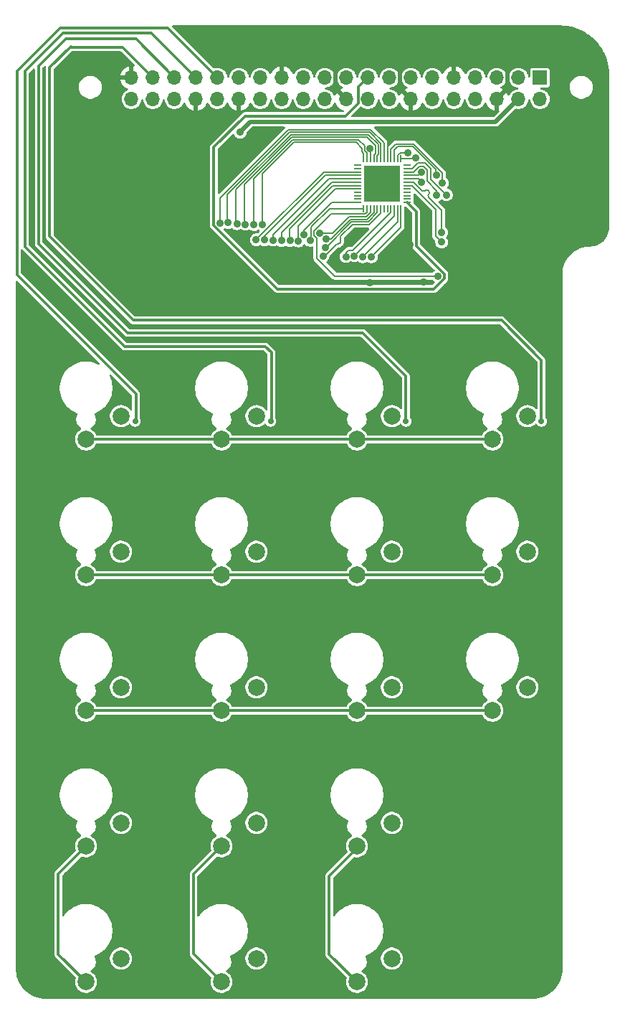
<source format=gbl>
G04 #@! TF.GenerationSoftware,KiCad,Pcbnew,9.0.3*
G04 #@! TF.CreationDate,2025-08-28T23:08:16-05:00*
G04 #@! TF.ProjectId,PiPhoneV0,50695068-6f6e-4655-9630-2e6b69636164,rev?*
G04 #@! TF.SameCoordinates,Original*
G04 #@! TF.FileFunction,Copper,L2,Bot*
G04 #@! TF.FilePolarity,Positive*
%FSLAX46Y46*%
G04 Gerber Fmt 4.6, Leading zero omitted, Abs format (unit mm)*
G04 Created by KiCad (PCBNEW 9.0.3) date 2025-08-28 23:08:16*
%MOMM*%
%LPD*%
G01*
G04 APERTURE LIST*
G04 Aperture macros list*
%AMRoundRect*
0 Rectangle with rounded corners*
0 $1 Rounding radius*
0 $2 $3 $4 $5 $6 $7 $8 $9 X,Y pos of 4 corners*
0 Add a 4 corners polygon primitive as box body*
4,1,4,$2,$3,$4,$5,$6,$7,$8,$9,$2,$3,0*
0 Add four circle primitives for the rounded corners*
1,1,$1+$1,$2,$3*
1,1,$1+$1,$4,$5*
1,1,$1+$1,$6,$7*
1,1,$1+$1,$8,$9*
0 Add four rect primitives between the rounded corners*
20,1,$1+$1,$2,$3,$4,$5,0*
20,1,$1+$1,$4,$5,$6,$7,0*
20,1,$1+$1,$6,$7,$8,$9,0*
20,1,$1+$1,$8,$9,$2,$3,0*%
G04 Aperture macros list end*
G04 #@! TA.AperFunction,ComponentPad*
%ADD10C,2.000000*%
G04 #@! TD*
G04 #@! TA.AperFunction,ComponentPad*
%ADD11R,1.700000X1.700000*%
G04 #@! TD*
G04 #@! TA.AperFunction,ComponentPad*
%ADD12O,1.700000X1.700000*%
G04 #@! TD*
G04 #@! TA.AperFunction,SMDPad,CuDef*
%ADD13RoundRect,0.050000X-0.050000X0.375000X-0.050000X-0.375000X0.050000X-0.375000X0.050000X0.375000X0*%
G04 #@! TD*
G04 #@! TA.AperFunction,SMDPad,CuDef*
%ADD14RoundRect,0.050000X-0.375000X0.050000X-0.375000X-0.050000X0.375000X-0.050000X0.375000X0.050000X0*%
G04 #@! TD*
G04 #@! TA.AperFunction,HeatsinkPad*
%ADD15R,4.200000X4.200000*%
G04 #@! TD*
G04 #@! TA.AperFunction,ViaPad*
%ADD16C,0.900000*%
G04 #@! TD*
G04 #@! TA.AperFunction,ViaPad*
%ADD17C,0.700000*%
G04 #@! TD*
G04 #@! TA.AperFunction,Conductor*
%ADD18C,0.500000*%
G04 #@! TD*
G04 #@! TA.AperFunction,Conductor*
%ADD19C,0.200000*%
G04 #@! TD*
G04 #@! TA.AperFunction,Conductor*
%ADD20C,0.300000*%
G04 #@! TD*
G04 APERTURE END LIST*
D10*
X119000000Y-202050000D03*
X123130000Y-199300000D03*
X103000000Y-202050000D03*
X107130000Y-199300000D03*
X135000000Y-202050000D03*
X139130000Y-199300000D03*
X135000000Y-154050000D03*
X139130000Y-151300000D03*
X103000000Y-138050000D03*
X107130000Y-135300000D03*
X151000000Y-138050000D03*
X155130000Y-135300000D03*
X135000000Y-170050000D03*
X139130000Y-167300000D03*
X103000000Y-186050000D03*
X107130000Y-183300000D03*
X119000000Y-186050000D03*
X123130000Y-183300000D03*
X119000000Y-154050000D03*
X123130000Y-151300000D03*
X119000000Y-138050000D03*
X123130000Y-135300000D03*
X119000000Y-170050000D03*
X123130000Y-167300000D03*
X135000000Y-186050000D03*
X139130000Y-183300000D03*
X103000000Y-154050000D03*
X107130000Y-151300000D03*
X151000000Y-154050000D03*
X155130000Y-151300000D03*
X151000000Y-170050000D03*
X155130000Y-167300000D03*
X103000000Y-170050000D03*
X107130000Y-167300000D03*
X135000000Y-138050000D03*
X139130000Y-135300000D03*
D11*
X156614807Y-95366838D03*
D12*
X156614807Y-97906838D03*
X154074807Y-95366838D03*
X154074807Y-97906838D03*
X151534807Y-95366838D03*
X151534807Y-97906838D03*
X148994807Y-95366838D03*
X148994807Y-97906838D03*
X146454807Y-95366838D03*
X146454807Y-97906838D03*
X143914807Y-95366838D03*
X143914807Y-97906838D03*
X141374807Y-95366838D03*
X141374807Y-97906838D03*
X138834807Y-95366838D03*
X138834807Y-97906838D03*
X136294807Y-95366838D03*
X136294807Y-97906838D03*
X133754807Y-95366838D03*
X133754807Y-97906838D03*
X131214807Y-95366838D03*
X131214807Y-97906838D03*
X128674807Y-95366838D03*
X128674807Y-97906838D03*
X126134807Y-95366838D03*
X126134807Y-97906838D03*
X123594807Y-95366838D03*
X123594807Y-97906838D03*
X121054807Y-95366838D03*
X121054807Y-97906838D03*
X118514807Y-95366838D03*
X118514807Y-97906838D03*
X115974807Y-95366838D03*
X115974807Y-97906838D03*
X113434807Y-95366838D03*
X113434807Y-97906838D03*
X110894807Y-95366838D03*
X110894807Y-97906838D03*
X108354807Y-95366838D03*
X108354807Y-97906838D03*
D13*
X135800000Y-104950000D03*
X136200000Y-104950000D03*
X136600000Y-104950000D03*
X137000000Y-104950000D03*
X137400000Y-104950000D03*
X137800000Y-104950000D03*
X138200000Y-104950000D03*
X138600000Y-104950000D03*
X139000000Y-104950000D03*
X139400000Y-104950000D03*
X139800000Y-104950000D03*
X140200000Y-104950000D03*
D14*
X140950000Y-105700000D03*
X140950000Y-106100000D03*
X140950000Y-106500000D03*
X140950000Y-106900000D03*
X140950000Y-107300000D03*
X140950000Y-107700000D03*
X140950000Y-108100000D03*
X140950000Y-108500000D03*
X140950000Y-108900000D03*
X140950000Y-109300000D03*
X140950000Y-109700000D03*
X140950000Y-110100000D03*
D13*
X140200000Y-110850000D03*
X139800000Y-110850000D03*
X139400000Y-110850000D03*
X139000000Y-110850000D03*
X138600000Y-110850000D03*
X138200000Y-110850000D03*
X137800000Y-110850000D03*
X137400000Y-110850000D03*
X137000000Y-110850000D03*
X136600000Y-110850000D03*
X136200000Y-110850000D03*
X135800000Y-110850000D03*
D14*
X135050000Y-110100000D03*
X135050000Y-109700000D03*
X135050000Y-109300000D03*
X135050000Y-108900000D03*
X135050000Y-108500000D03*
X135050000Y-108100000D03*
X135050000Y-107700000D03*
X135050000Y-107300000D03*
X135050000Y-106900000D03*
X135050000Y-106500000D03*
X135050000Y-106100000D03*
X135050000Y-105700000D03*
D15*
X138000000Y-107900000D03*
D16*
X145600000Y-120100000D03*
X118000000Y-115100000D03*
X149400000Y-103800000D03*
X119600000Y-104000000D03*
X149400000Y-119800000D03*
X142800000Y-117700000D03*
X124300000Y-102500000D03*
X141300000Y-115100000D03*
X117800000Y-102300000D03*
X120900000Y-106200000D03*
X138568022Y-101748783D03*
X142900000Y-119500000D03*
X136500000Y-119600000D03*
X141000000Y-104200000D03*
D17*
X108800000Y-135900000D03*
X124800000Y-135900000D03*
X140800000Y-135900000D03*
X156800000Y-135900000D03*
D16*
X121200000Y-101800000D03*
X136695506Y-116511182D03*
X123823903Y-112673666D03*
X128749240Y-113863110D03*
X118800000Y-112500000D03*
X135695669Y-116493002D03*
X122824452Y-112706871D03*
X125099237Y-114539103D03*
X129467310Y-114559085D03*
X130588674Y-113730565D03*
X120823314Y-112593553D03*
X133703724Y-116486232D03*
X130980633Y-116438607D03*
X127100003Y-114600000D03*
X126100000Y-114600000D03*
X128099240Y-114639103D03*
X124100000Y-114500000D03*
X131280265Y-115401350D03*
X123100000Y-114500000D03*
X131381811Y-114380565D03*
X121824928Y-112675927D03*
X119799947Y-112489425D03*
X134700000Y-116400000D03*
X145100000Y-107800000D03*
X145575000Y-109200000D03*
X144425000Y-109200000D03*
X141969103Y-104805541D03*
X144600000Y-118800000D03*
X144376082Y-106900000D03*
X145000000Y-113625000D03*
X145000000Y-114775000D03*
X142625102Y-107675000D03*
X142625102Y-106525000D03*
X136550000Y-103700000D03*
D18*
X133754807Y-97906838D02*
X132500000Y-96652031D01*
X152800000Y-96641645D02*
X152800000Y-94800000D01*
D19*
X138600000Y-104950000D02*
X138600000Y-101780761D01*
D18*
X140100000Y-96632031D02*
X140100000Y-94600000D01*
X141374807Y-97906838D02*
X140100000Y-96632031D01*
D19*
X138600000Y-101780761D02*
X138568022Y-101748783D01*
D18*
X151534807Y-97906838D02*
X152800000Y-96641645D01*
X132500000Y-96652031D02*
X132500000Y-93900000D01*
D19*
X140125000Y-104200000D02*
X141000000Y-104200000D01*
X139800000Y-104950000D02*
X139800000Y-104525000D01*
X139800000Y-104525000D02*
X140125000Y-104200000D01*
D20*
X108900000Y-132694389D02*
X108900000Y-135800000D01*
X99944054Y-89500000D02*
X94851000Y-94593054D01*
X118514807Y-95366838D02*
X112647969Y-89500000D01*
X94851000Y-94593054D02*
X94851000Y-118645389D01*
X112647969Y-89500000D02*
X99944054Y-89500000D01*
X108900000Y-135800000D02*
X108800000Y-135900000D01*
X94851000Y-118645389D02*
X108900000Y-132694389D01*
X124900000Y-136000000D02*
X124900000Y-127800000D01*
X100300000Y-90100000D02*
X110707969Y-90100000D01*
X124800000Y-135900000D02*
X124900000Y-136000000D01*
X95800000Y-115300000D02*
X95800000Y-94600000D01*
X124200000Y-127100000D02*
X107600000Y-127100000D01*
X95800000Y-94600000D02*
X100300000Y-90100000D01*
X124900000Y-127800000D02*
X124200000Y-127100000D01*
X110707969Y-90100000D02*
X115974807Y-95366838D01*
X107600000Y-127100000D02*
X95800000Y-115300000D01*
X113434807Y-95366838D02*
X113434807Y-95334807D01*
X113434807Y-95334807D02*
X108900000Y-90800000D01*
X97400000Y-94000000D02*
X97400000Y-115000000D01*
X97400000Y-115000000D02*
X107900000Y-125500000D01*
X100600000Y-90800000D02*
X97400000Y-94000000D01*
X135700000Y-125500000D02*
X140800000Y-130600000D01*
X140800000Y-130600000D02*
X140800000Y-135900000D01*
X108900000Y-90800000D02*
X100600000Y-90800000D01*
X107900000Y-125500000D02*
X135700000Y-125500000D01*
X135000000Y-138050000D02*
X151000000Y-138050000D01*
X119000000Y-138050000D02*
X135000000Y-138050000D01*
X103000000Y-186050000D02*
X99724000Y-189326000D01*
X99724000Y-189326000D02*
X99724000Y-198774000D01*
X99724000Y-198774000D02*
X103000000Y-202050000D01*
X103000000Y-138050000D02*
X119000000Y-138050000D01*
X152100000Y-124000000D02*
X156800000Y-128700000D01*
X156800000Y-128700000D02*
X156800000Y-135900000D01*
X107327969Y-91800000D02*
X101300000Y-91800000D01*
X110894807Y-95366838D02*
X107327969Y-91800000D01*
X101300000Y-91800000D02*
X101200000Y-91700000D01*
X98700000Y-114100000D02*
X108600000Y-124000000D01*
X98700000Y-94200000D02*
X98700000Y-114100000D01*
X108600000Y-124000000D02*
X152100000Y-124000000D01*
X101200000Y-91700000D02*
X98700000Y-94200000D01*
X119000000Y-154050000D02*
X103000000Y-154050000D01*
X135000000Y-154050000D02*
X119000000Y-154050000D01*
X115700000Y-189350000D02*
X115700000Y-198750000D01*
X151000000Y-154050000D02*
X135000000Y-154050000D01*
X115700000Y-198750000D02*
X119000000Y-202050000D01*
X119000000Y-186050000D02*
X115700000Y-189350000D01*
X131724000Y-189576000D02*
X131724000Y-198774000D01*
X119000000Y-170050000D02*
X135000000Y-170050000D01*
X119000000Y-170050000D02*
X103000000Y-170050000D01*
X151000000Y-170050000D02*
X135000000Y-170050000D01*
X135000000Y-186300000D02*
X131724000Y-189576000D01*
X131724000Y-198774000D02*
X135000000Y-202050000D01*
X135000000Y-186050000D02*
X135000000Y-186300000D01*
D18*
X121200000Y-101800000D02*
X122400000Y-100600000D01*
X122400000Y-100600000D02*
X151381645Y-100600000D01*
X151381645Y-100600000D02*
X154074807Y-97906838D01*
D20*
X125609636Y-120301000D02*
X118099000Y-112790364D01*
X145300000Y-119091364D02*
X144090364Y-120301000D01*
X140950000Y-110100000D02*
X142001000Y-111151000D01*
X118099000Y-103601000D02*
X121800000Y-99900000D01*
X121800000Y-99900000D02*
X133656695Y-99900000D01*
X145300000Y-118508636D02*
X145300000Y-119091364D01*
X133656695Y-99900000D02*
X135193807Y-98362888D01*
X142001000Y-115209636D02*
X145300000Y-118508636D01*
X135193807Y-96467838D02*
X136294807Y-95366838D01*
X142001000Y-111151000D02*
X142001000Y-115209636D01*
X118099000Y-112790364D02*
X118099000Y-103601000D01*
X144090364Y-120301000D02*
X125609636Y-120301000D01*
X135193807Y-98362888D02*
X135193807Y-96467838D01*
D19*
X140200000Y-113006688D02*
X140200000Y-110850000D01*
X136695506Y-116511182D02*
X140200000Y-113006688D01*
X123823903Y-112673666D02*
X123823903Y-106727453D01*
X123823903Y-106727453D02*
X127546356Y-103005000D01*
X127546356Y-103005000D02*
X134905000Y-103005000D01*
X135598000Y-103698000D02*
X135598000Y-104100000D01*
X135598000Y-104100000D02*
X135800000Y-104302000D01*
X134905000Y-103005000D02*
X135598000Y-103698000D01*
X135800000Y-104302000D02*
X135800000Y-104950000D01*
X128749240Y-113863110D02*
X128749240Y-113350760D01*
X132000000Y-110100000D02*
X135050000Y-110100000D01*
X128749240Y-113350760D02*
X132000000Y-110100000D01*
X118800000Y-112500000D02*
X118800000Y-109600000D01*
X136625676Y-101500000D02*
X138202000Y-103076324D01*
X118800000Y-109600000D02*
X126900000Y-101500000D01*
X138202000Y-103076324D02*
X138202000Y-104948000D01*
X126900000Y-101500000D02*
X136625676Y-101500000D01*
X138202000Y-104948000D02*
X138200000Y-104950000D01*
X135706998Y-116493002D02*
X139800000Y-112400000D01*
X135695669Y-116493002D02*
X135706998Y-116493002D01*
X139800000Y-112400000D02*
X139800000Y-110850000D01*
X122824452Y-112706871D02*
X122800000Y-112682419D01*
X127421678Y-102704000D02*
X135204000Y-102704000D01*
X135899000Y-103969654D02*
X136200000Y-104270654D01*
X135900000Y-103429346D02*
X135899000Y-103430346D01*
X135899000Y-103430346D02*
X135899000Y-103969654D01*
X122800000Y-112682419D02*
X122800000Y-107325678D01*
X136200000Y-104270654D02*
X136200000Y-104950000D01*
X122800000Y-107325678D02*
X127421678Y-102704000D01*
X135900000Y-103400000D02*
X135900000Y-103429346D01*
X135204000Y-102704000D02*
X135900000Y-103400000D01*
X131700000Y-107300000D02*
X125099237Y-113900763D01*
X135050000Y-107300000D02*
X131700000Y-107300000D01*
X125099237Y-113900763D02*
X125099237Y-114539103D01*
X129607109Y-114419286D02*
X129607109Y-112992891D01*
X129607109Y-112992891D02*
X131750000Y-110850000D01*
X129467310Y-114559085D02*
X129607109Y-114419286D01*
X131750000Y-110850000D02*
X135800000Y-110850000D01*
X130588674Y-113730565D02*
X132143757Y-113730565D01*
X136600000Y-111257030D02*
X136600000Y-110850000D01*
X132143757Y-113730565D02*
X134097322Y-111777000D01*
X136080030Y-111777000D02*
X136600000Y-111257030D01*
X134097322Y-111777000D02*
X136080030Y-111777000D01*
X120823314Y-112593553D02*
X120700000Y-112470239D01*
X136376324Y-102102000D02*
X137501000Y-103226676D01*
X137501000Y-104449678D02*
X137400000Y-104550678D01*
X120700000Y-112470239D02*
X120700000Y-108574322D01*
X137501000Y-103226676D02*
X137501000Y-104449678D01*
X120700000Y-108574322D02*
X127172322Y-102102000D01*
X137400000Y-104550678D02*
X137400000Y-104950000D01*
X127172322Y-102102000D02*
X136376324Y-102102000D01*
X134526000Y-115749000D02*
X133951000Y-115749000D01*
X139000000Y-110850000D02*
X139000000Y-111275000D01*
X133703724Y-115996276D02*
X133703724Y-116486232D01*
X139000000Y-111275000D02*
X134526000Y-115749000D01*
X133951000Y-115749000D02*
X133703724Y-115996276D01*
X130980633Y-116438607D02*
X131206313Y-116438607D01*
X131206313Y-116438607D02*
X132622460Y-115022460D01*
X133051356Y-114100002D02*
X134471356Y-112680000D01*
X136454064Y-112680000D02*
X137800000Y-111334064D01*
X137800000Y-111334064D02*
X137800000Y-110850000D01*
X132832863Y-115022460D02*
X133051356Y-114803967D01*
X134471356Y-112680000D02*
X136454064Y-112680000D01*
X133051356Y-114803967D02*
X133051356Y-114100002D01*
X132622460Y-115022460D02*
X132832863Y-115022460D01*
X127000003Y-114500000D02*
X127100003Y-114600000D01*
X132100000Y-108100000D02*
X127000003Y-113199997D01*
X135050000Y-108100000D02*
X132100000Y-108100000D01*
X127000003Y-113199997D02*
X127000003Y-114500000D01*
X132000000Y-107700000D02*
X126100000Y-113600000D01*
X135050000Y-107700000D02*
X132000000Y-107700000D01*
X126100000Y-113600000D02*
X126100000Y-114600000D01*
X132500000Y-108500000D02*
X128099240Y-112900760D01*
X133400000Y-108500000D02*
X132500000Y-108500000D01*
X133300000Y-108500000D02*
X133400000Y-108500000D01*
X133400000Y-108500000D02*
X135050000Y-108500000D01*
X128099240Y-112900760D02*
X128099240Y-114639103D01*
X135050000Y-106900000D02*
X131300000Y-106900000D01*
X131300000Y-106900000D02*
X124100000Y-114100000D01*
X124100000Y-114100000D02*
X124100000Y-114500000D01*
X131280265Y-115401350D02*
X131324330Y-115401350D01*
X137400000Y-111308386D02*
X137400000Y-110850000D01*
X136329386Y-112379000D02*
X137400000Y-111308386D01*
X134346680Y-112379000D02*
X136329386Y-112379000D01*
X131324330Y-115401350D02*
X134346680Y-112379000D01*
X131100000Y-106500000D02*
X135050000Y-106500000D01*
X123100000Y-114500000D02*
X131100000Y-106500000D01*
X131381811Y-114380565D02*
X131919435Y-114380565D01*
X134222000Y-112078000D02*
X136204708Y-112078000D01*
X137000000Y-111282708D02*
X137000000Y-110850000D01*
X136204708Y-112078000D02*
X137000000Y-111282708D01*
X131919435Y-114380565D02*
X134222000Y-112078000D01*
X121700000Y-107999998D02*
X127296998Y-102403000D01*
X137200000Y-103400000D02*
X137200000Y-104325000D01*
X137000000Y-104525000D02*
X137000000Y-104950000D01*
X121824928Y-112675927D02*
X121883662Y-112675927D01*
X121700000Y-112492265D02*
X121700000Y-107999998D01*
X121883662Y-112675927D02*
X121700000Y-112492265D01*
X137200000Y-104325000D02*
X137000000Y-104525000D01*
X136203000Y-102403000D02*
X137200000Y-103400000D01*
X127296998Y-102403000D02*
X136203000Y-102403000D01*
X137802000Y-104574356D02*
X137800000Y-104576356D01*
X137802000Y-103102000D02*
X137802000Y-104574356D01*
X119799947Y-112489425D02*
X119700000Y-112389478D01*
X136501000Y-101801000D02*
X137802000Y-103102000D01*
X137800000Y-104576356D02*
X137800000Y-104950000D01*
X127047644Y-101801000D02*
X136501000Y-101801000D01*
X119700000Y-109148644D02*
X127047644Y-101801000D01*
X119700000Y-112389478D02*
X119700000Y-109148644D01*
X139400000Y-111700000D02*
X134700000Y-116400000D01*
X139400000Y-110850000D02*
X139400000Y-111700000D01*
X145100000Y-107800000D02*
X145100000Y-106591520D01*
X141708480Y-103200000D02*
X139600000Y-103200000D01*
X139000000Y-103800000D02*
X139000000Y-104950000D01*
X145100000Y-106591520D02*
X141708480Y-103200000D01*
X139600000Y-103200000D02*
X139000000Y-103800000D01*
X143726082Y-107351082D02*
X143726082Y-106068958D01*
X145575000Y-109200000D02*
X143726082Y-107351082D01*
X140975001Y-106074999D02*
X140950000Y-106100000D01*
X143726082Y-106068958D02*
X143081144Y-105424020D01*
X142169060Y-105424020D02*
X141518081Y-106074999D01*
X141518081Y-106074999D02*
X140975001Y-106074999D01*
X143081144Y-105424020D02*
X142169060Y-105424020D01*
X143276102Y-106255346D02*
X142894756Y-105874000D01*
X144425000Y-109200000D02*
X144425000Y-108689196D01*
X143276102Y-107540298D02*
X143276102Y-106255346D01*
X142355448Y-105874000D02*
X141702469Y-106526979D01*
X142894756Y-105874000D02*
X142355448Y-105874000D01*
X141702469Y-106526979D02*
X141162217Y-106526979D01*
X141137216Y-106551980D02*
X140950000Y-106551980D01*
X144425000Y-108689196D02*
X143276102Y-107540298D01*
X141162217Y-106526979D02*
X141137216Y-106551980D01*
X141824644Y-104950000D02*
X141969103Y-104805541D01*
X140200000Y-104950000D02*
X141824644Y-104950000D01*
X129908109Y-113987455D02*
X130258109Y-114337455D01*
X130258109Y-116658109D02*
X132400000Y-118800000D01*
X136200000Y-111231352D02*
X135955352Y-111476000D01*
X132400000Y-118800000D02*
X144600000Y-118800000D01*
X136200000Y-110850000D02*
X136200000Y-111231352D01*
X129908109Y-113491891D02*
X129908109Y-113987455D01*
X131924000Y-111476000D02*
X129908109Y-113491891D01*
X130258109Y-114337455D02*
X130258109Y-116658109D01*
X135955352Y-111476000D02*
X131924000Y-111476000D01*
X139400000Y-103900000D02*
X139400000Y-104950000D01*
X139800000Y-103500000D02*
X139400000Y-103900000D01*
X144300000Y-106217198D02*
X141582802Y-103500000D01*
X144376082Y-106900000D02*
X144300000Y-106900000D01*
X144300000Y-106900000D02*
X144300000Y-106217198D01*
X141582802Y-103500000D02*
X139800000Y-103500000D01*
X140950000Y-107700000D02*
X141715979Y-107700000D01*
X143420462Y-108678368D02*
X143505314Y-108763220D01*
X145000000Y-110984021D02*
X145000000Y-113625000D01*
X143505314Y-109102632D02*
X143481666Y-109126277D01*
X141715979Y-107700000D02*
X142717993Y-108702014D01*
X143481667Y-109465689D02*
X143566521Y-109550542D01*
X143057405Y-108702015D02*
X143081050Y-108678367D01*
X144015665Y-109999686D02*
X145000000Y-110984021D01*
X143566521Y-109550542D02*
X144015665Y-109999686D01*
X142717993Y-108702014D02*
G75*
G03*
X143057405Y-108702015I169707J169714D01*
G01*
X143481666Y-109126277D02*
G75*
G03*
X143481649Y-109465706I169734J-169723D01*
G01*
X143505314Y-108763220D02*
G75*
G02*
X143505288Y-109102606I-169714J-169680D01*
G01*
X143081050Y-108678367D02*
G75*
G02*
X143420506Y-108678323I169750J-169733D01*
G01*
X145000000Y-114775000D02*
X144300000Y-114075000D01*
X144300000Y-114075000D02*
X144300000Y-110920417D01*
X141479583Y-108100000D02*
X140950000Y-108100000D01*
X144300000Y-110920417D02*
X141479583Y-108100000D01*
X142275103Y-107325001D02*
X142625102Y-107675000D01*
X140950000Y-107300000D02*
X140975001Y-107325001D01*
X140975001Y-107325001D02*
X142275103Y-107325001D01*
X140950000Y-106900000D02*
X140975001Y-106874999D01*
X140975001Y-106874999D02*
X142275103Y-106874999D01*
X142275103Y-106874999D02*
X142625102Y-106525000D01*
X136600000Y-104950000D02*
X136600000Y-103750000D01*
X136600000Y-103750000D02*
X136550000Y-103700000D01*
G04 #@! TA.AperFunction,Conductor*
G36*
X159002443Y-89200596D02*
G01*
X159024948Y-89201480D01*
X159450150Y-89218186D01*
X159459845Y-89218948D01*
X159902424Y-89271330D01*
X159912016Y-89272850D01*
X160349096Y-89359792D01*
X160358550Y-89362062D01*
X160787453Y-89483025D01*
X160796706Y-89486031D01*
X161214802Y-89640274D01*
X161223791Y-89643998D01*
X161628504Y-89830573D01*
X161637167Y-89834988D01*
X162025983Y-90052736D01*
X162034285Y-90057823D01*
X162300708Y-90235840D01*
X162402361Y-90303763D01*
X162404810Y-90305399D01*
X162412684Y-90311119D01*
X162762655Y-90587016D01*
X162770047Y-90593329D01*
X163097295Y-90895833D01*
X163104166Y-90902704D01*
X163406665Y-91229946D01*
X163412985Y-91237346D01*
X163650468Y-91538590D01*
X163688877Y-91587312D01*
X163694600Y-91595189D01*
X163942176Y-91965714D01*
X163947263Y-91974016D01*
X164165011Y-92362832D01*
X164169432Y-92371507D01*
X164356000Y-92776205D01*
X164359726Y-92785201D01*
X164513967Y-93203290D01*
X164516975Y-93212549D01*
X164637936Y-93641445D01*
X164640209Y-93650912D01*
X164727146Y-94087968D01*
X164728670Y-94097586D01*
X164781050Y-94540149D01*
X164781813Y-94549855D01*
X164799404Y-94997556D01*
X164799500Y-95002424D01*
X164799500Y-112996249D01*
X164799274Y-113003736D01*
X164783186Y-113269688D01*
X164781381Y-113284552D01*
X164734032Y-113542931D01*
X164730448Y-113557470D01*
X164652303Y-113808246D01*
X164646994Y-113822247D01*
X164539184Y-114061791D01*
X164532225Y-114075050D01*
X164396331Y-114299846D01*
X164387825Y-114312169D01*
X164225823Y-114518949D01*
X164215893Y-114530157D01*
X164030157Y-114715893D01*
X164018949Y-114725823D01*
X163812169Y-114887825D01*
X163799846Y-114896331D01*
X163575050Y-115032225D01*
X163561791Y-115039184D01*
X163322247Y-115146994D01*
X163308246Y-115152303D01*
X163057470Y-115230448D01*
X163042931Y-115234032D01*
X162784552Y-115281381D01*
X162769688Y-115283186D01*
X162503736Y-115299274D01*
X162496249Y-115299500D01*
X162332269Y-115299500D01*
X161998644Y-115334566D01*
X161998639Y-115334566D01*
X161998639Y-115334567D01*
X161670517Y-115404310D01*
X161670516Y-115404311D01*
X161351476Y-115507973D01*
X161045008Y-115644420D01*
X161045002Y-115644423D01*
X160754494Y-115812148D01*
X160754489Y-115812151D01*
X160483102Y-116009325D01*
X160483093Y-116009332D01*
X160233799Y-116233799D01*
X160009332Y-116483093D01*
X160009325Y-116483102D01*
X159812151Y-116754489D01*
X159812148Y-116754494D01*
X159644423Y-117045002D01*
X159644420Y-117045008D01*
X159507973Y-117351476D01*
X159404311Y-117670516D01*
X159404310Y-117670517D01*
X159334567Y-117998639D01*
X159334566Y-117998644D01*
X159300623Y-118321584D01*
X159299500Y-118332273D01*
X159299500Y-200496948D01*
X159299351Y-200503033D01*
X159282706Y-200841829D01*
X159281513Y-200853939D01*
X159232190Y-201186449D01*
X159229816Y-201198384D01*
X159148138Y-201524461D01*
X159144605Y-201536105D01*
X159031365Y-201852590D01*
X159026709Y-201863832D01*
X158882982Y-202167720D01*
X158877245Y-202178453D01*
X158704435Y-202466767D01*
X158697675Y-202476885D01*
X158497426Y-202746890D01*
X158489706Y-202756296D01*
X158263967Y-203005362D01*
X158255362Y-203013967D01*
X158006296Y-203239706D01*
X157996890Y-203247426D01*
X157726885Y-203447675D01*
X157716767Y-203454435D01*
X157428453Y-203627245D01*
X157417720Y-203632982D01*
X157113832Y-203776709D01*
X157102590Y-203781365D01*
X156786105Y-203894605D01*
X156774461Y-203898138D01*
X156448384Y-203979816D01*
X156436449Y-203982190D01*
X156103939Y-204031513D01*
X156091829Y-204032706D01*
X155772897Y-204048375D01*
X155753031Y-204049351D01*
X155746949Y-204049500D01*
X98253051Y-204049500D01*
X98246968Y-204049351D01*
X98225947Y-204048318D01*
X97908170Y-204032706D01*
X97896060Y-204031513D01*
X97563550Y-203982190D01*
X97551615Y-203979816D01*
X97225538Y-203898138D01*
X97213894Y-203894605D01*
X96897409Y-203781365D01*
X96886167Y-203776709D01*
X96582279Y-203632982D01*
X96571551Y-203627247D01*
X96283232Y-203454435D01*
X96273114Y-203447675D01*
X96003109Y-203247426D01*
X95993703Y-203239706D01*
X95775535Y-203041971D01*
X95744629Y-203013959D01*
X95736040Y-203005370D01*
X95510293Y-202756296D01*
X95502573Y-202746890D01*
X95491241Y-202731610D01*
X95302322Y-202476882D01*
X95295564Y-202466767D01*
X95122747Y-202178441D01*
X95117017Y-202167720D01*
X94973290Y-201863832D01*
X94968634Y-201852590D01*
X94930304Y-201745466D01*
X94855394Y-201536105D01*
X94851861Y-201524461D01*
X94822047Y-201405435D01*
X94770180Y-201198371D01*
X94767809Y-201186449D01*
X94747030Y-201046370D01*
X94718485Y-200853938D01*
X94717293Y-200841828D01*
X94715048Y-200796140D01*
X94700649Y-200503032D01*
X94700500Y-200496958D01*
X94700500Y-200496886D01*
X94700500Y-200460118D01*
X94700497Y-200460111D01*
X94699716Y-189266691D01*
X99273500Y-189266691D01*
X99273500Y-198833311D01*
X99284256Y-198873450D01*
X99284256Y-198873453D01*
X99284257Y-198873453D01*
X99304201Y-198947888D01*
X99322584Y-198979727D01*
X99363511Y-199050614D01*
X99363513Y-199050616D01*
X101757944Y-201445048D01*
X101791429Y-201506371D01*
X101788194Y-201571047D01*
X101731523Y-201745461D01*
X101731523Y-201745464D01*
X101699500Y-201947648D01*
X101699500Y-202152351D01*
X101731522Y-202354534D01*
X101794781Y-202549223D01*
X101887715Y-202731613D01*
X102008028Y-202897213D01*
X102152786Y-203041971D01*
X102307749Y-203154556D01*
X102318390Y-203162287D01*
X102434607Y-203221503D01*
X102500776Y-203255218D01*
X102500778Y-203255218D01*
X102500781Y-203255220D01*
X102605137Y-203289127D01*
X102695465Y-203318477D01*
X102796557Y-203334488D01*
X102897648Y-203350500D01*
X102897649Y-203350500D01*
X103102351Y-203350500D01*
X103102352Y-203350500D01*
X103304534Y-203318477D01*
X103499219Y-203255220D01*
X103681610Y-203162287D01*
X103774590Y-203094732D01*
X103847213Y-203041971D01*
X103847215Y-203041968D01*
X103847219Y-203041966D01*
X103991966Y-202897219D01*
X103991968Y-202897215D01*
X103991971Y-202897213D01*
X104044732Y-202824590D01*
X104112287Y-202731610D01*
X104205220Y-202549219D01*
X104268477Y-202354534D01*
X104300500Y-202152352D01*
X104300500Y-201947648D01*
X104285444Y-201852590D01*
X104268477Y-201745465D01*
X104205218Y-201550776D01*
X104131162Y-201405435D01*
X104112287Y-201368390D01*
X104104556Y-201357749D01*
X103991971Y-201202786D01*
X103847213Y-201058028D01*
X103681613Y-200937715D01*
X103681612Y-200937714D01*
X103681610Y-200937713D01*
X103609905Y-200901177D01*
X103559110Y-200853203D01*
X103542315Y-200785382D01*
X103564852Y-200719247D01*
X103599191Y-200687049D01*
X103599053Y-200686860D01*
X103600565Y-200685760D01*
X103601420Y-200684960D01*
X103602979Y-200684003D01*
X103602994Y-200683996D01*
X103749501Y-200577553D01*
X103877553Y-200449501D01*
X103983996Y-200302994D01*
X104066211Y-200141639D01*
X104122171Y-199969409D01*
X104149126Y-199799223D01*
X104150500Y-199790551D01*
X104150500Y-199609448D01*
X104134019Y-199505397D01*
X104122171Y-199430591D01*
X104066211Y-199258361D01*
X104066210Y-199258359D01*
X104061477Y-199249069D01*
X104061477Y-199249068D01*
X104035277Y-199197648D01*
X105829500Y-199197648D01*
X105829500Y-199402351D01*
X105861522Y-199604534D01*
X105924781Y-199799223D01*
X105988691Y-199924653D01*
X106014125Y-199974569D01*
X106017715Y-199981613D01*
X106138028Y-200147213D01*
X106282786Y-200291971D01*
X106437749Y-200404556D01*
X106448390Y-200412287D01*
X106564607Y-200471503D01*
X106630776Y-200505218D01*
X106630778Y-200505218D01*
X106630781Y-200505220D01*
X106735137Y-200539127D01*
X106825465Y-200568477D01*
X106882775Y-200577554D01*
X107027648Y-200600500D01*
X107027649Y-200600500D01*
X107232351Y-200600500D01*
X107232352Y-200600500D01*
X107434534Y-200568477D01*
X107629219Y-200505220D01*
X107811610Y-200412287D01*
X107904590Y-200344732D01*
X107977213Y-200291971D01*
X107977215Y-200291968D01*
X107977219Y-200291966D01*
X108121966Y-200147219D01*
X108121968Y-200147215D01*
X108121971Y-200147213D01*
X108203257Y-200035330D01*
X108242287Y-199981610D01*
X108335220Y-199799219D01*
X108398477Y-199604534D01*
X108430500Y-199402352D01*
X108430500Y-199197648D01*
X108403411Y-199026616D01*
X108398477Y-198995465D01*
X108364902Y-198892132D01*
X108335220Y-198800781D01*
X108335218Y-198800778D01*
X108335218Y-198800776D01*
X108301503Y-198734607D01*
X108242287Y-198618390D01*
X108202332Y-198563396D01*
X108121971Y-198452786D01*
X107977213Y-198308028D01*
X107811613Y-198187715D01*
X107811612Y-198187714D01*
X107811610Y-198187713D01*
X107754653Y-198158691D01*
X107629223Y-198094781D01*
X107434534Y-198031522D01*
X107259995Y-198003878D01*
X107232352Y-197999500D01*
X107027648Y-197999500D01*
X107003329Y-198003351D01*
X106825465Y-198031522D01*
X106630776Y-198094781D01*
X106448386Y-198187715D01*
X106282786Y-198308028D01*
X106138028Y-198452786D01*
X106017715Y-198618386D01*
X105924781Y-198800776D01*
X105861522Y-198995465D01*
X105829500Y-199197648D01*
X104035277Y-199197648D01*
X103992215Y-199113137D01*
X103979318Y-199044468D01*
X104005594Y-198979727D01*
X104061743Y-198939800D01*
X104197962Y-198892136D01*
X104514246Y-198739821D01*
X104811487Y-198553052D01*
X105085948Y-198334177D01*
X105334177Y-198085948D01*
X105553052Y-197811487D01*
X105739821Y-197514246D01*
X105892136Y-197197962D01*
X106008080Y-196866613D01*
X106086195Y-196524366D01*
X106125500Y-196175524D01*
X106125500Y-195824476D01*
X106086195Y-195475634D01*
X106008080Y-195133387D01*
X105892136Y-194802038D01*
X105739821Y-194485754D01*
X105553052Y-194188513D01*
X105334177Y-193914052D01*
X105085948Y-193665823D01*
X104811487Y-193446948D01*
X104514246Y-193260179D01*
X104514243Y-193260177D01*
X104197969Y-193107867D01*
X104197955Y-193107861D01*
X103866624Y-192991923D01*
X103866612Y-192991919D01*
X103524369Y-192913805D01*
X103524353Y-192913803D01*
X103175528Y-192874500D01*
X103175524Y-192874500D01*
X102824476Y-192874500D01*
X102824471Y-192874500D01*
X102475646Y-192913803D01*
X102475630Y-192913805D01*
X102133387Y-192991919D01*
X102133375Y-192991923D01*
X101802044Y-193107861D01*
X101802030Y-193107867D01*
X101485756Y-193260177D01*
X101188514Y-193446947D01*
X100914052Y-193665822D01*
X100665822Y-193914052D01*
X100446947Y-194188514D01*
X100403494Y-194257669D01*
X100351159Y-194303960D01*
X100282105Y-194314608D01*
X100218257Y-194286233D01*
X100179885Y-194227843D01*
X100174500Y-194191697D01*
X100174500Y-189563965D01*
X100194185Y-189496926D01*
X100210819Y-189476284D01*
X100396412Y-189290691D01*
X115249500Y-189290691D01*
X115249500Y-198809309D01*
X115271694Y-198892136D01*
X115271693Y-198892136D01*
X115271694Y-198892138D01*
X115280200Y-198923885D01*
X115280199Y-198923885D01*
X115323616Y-198999083D01*
X115339511Y-199026614D01*
X115339513Y-199026616D01*
X117757944Y-201445048D01*
X117791429Y-201506371D01*
X117788194Y-201571047D01*
X117731523Y-201745461D01*
X117731523Y-201745464D01*
X117699500Y-201947648D01*
X117699500Y-202152351D01*
X117731522Y-202354534D01*
X117794781Y-202549223D01*
X117887715Y-202731613D01*
X118008028Y-202897213D01*
X118152786Y-203041971D01*
X118307749Y-203154556D01*
X118318390Y-203162287D01*
X118434607Y-203221503D01*
X118500776Y-203255218D01*
X118500778Y-203255218D01*
X118500781Y-203255220D01*
X118605137Y-203289127D01*
X118695465Y-203318477D01*
X118796557Y-203334488D01*
X118897648Y-203350500D01*
X118897649Y-203350500D01*
X119102351Y-203350500D01*
X119102352Y-203350500D01*
X119304534Y-203318477D01*
X119499219Y-203255220D01*
X119681610Y-203162287D01*
X119774590Y-203094732D01*
X119847213Y-203041971D01*
X119847215Y-203041968D01*
X119847219Y-203041966D01*
X119991966Y-202897219D01*
X119991968Y-202897215D01*
X119991971Y-202897213D01*
X120044732Y-202824590D01*
X120112287Y-202731610D01*
X120205220Y-202549219D01*
X120268477Y-202354534D01*
X120300500Y-202152352D01*
X120300500Y-201947648D01*
X120285444Y-201852590D01*
X120268477Y-201745465D01*
X120205218Y-201550776D01*
X120131162Y-201405435D01*
X120112287Y-201368390D01*
X120104556Y-201357749D01*
X119991971Y-201202786D01*
X119847213Y-201058028D01*
X119681613Y-200937715D01*
X119681612Y-200937714D01*
X119681610Y-200937713D01*
X119609905Y-200901177D01*
X119559110Y-200853203D01*
X119542315Y-200785382D01*
X119564852Y-200719247D01*
X119599191Y-200687049D01*
X119599053Y-200686860D01*
X119600565Y-200685760D01*
X119601420Y-200684960D01*
X119602979Y-200684003D01*
X119602994Y-200683996D01*
X119749501Y-200577553D01*
X119877553Y-200449501D01*
X119983996Y-200302994D01*
X120066211Y-200141639D01*
X120122171Y-199969409D01*
X120149126Y-199799223D01*
X120150500Y-199790551D01*
X120150500Y-199609448D01*
X120134019Y-199505397D01*
X120122171Y-199430591D01*
X120066211Y-199258361D01*
X120066210Y-199258359D01*
X120061477Y-199249069D01*
X120061477Y-199249068D01*
X120035277Y-199197648D01*
X121829500Y-199197648D01*
X121829500Y-199402351D01*
X121861522Y-199604534D01*
X121924781Y-199799223D01*
X121988691Y-199924653D01*
X122014125Y-199974569D01*
X122017715Y-199981613D01*
X122138028Y-200147213D01*
X122282786Y-200291971D01*
X122437749Y-200404556D01*
X122448390Y-200412287D01*
X122564607Y-200471503D01*
X122630776Y-200505218D01*
X122630778Y-200505218D01*
X122630781Y-200505220D01*
X122735137Y-200539127D01*
X122825465Y-200568477D01*
X122882775Y-200577554D01*
X123027648Y-200600500D01*
X123027649Y-200600500D01*
X123232351Y-200600500D01*
X123232352Y-200600500D01*
X123434534Y-200568477D01*
X123629219Y-200505220D01*
X123811610Y-200412287D01*
X123904590Y-200344732D01*
X123977213Y-200291971D01*
X123977215Y-200291968D01*
X123977219Y-200291966D01*
X124121966Y-200147219D01*
X124121968Y-200147215D01*
X124121971Y-200147213D01*
X124203257Y-200035330D01*
X124242287Y-199981610D01*
X124335220Y-199799219D01*
X124398477Y-199604534D01*
X124430500Y-199402352D01*
X124430500Y-199197648D01*
X124403411Y-199026616D01*
X124398477Y-198995465D01*
X124364902Y-198892132D01*
X124335220Y-198800781D01*
X124335218Y-198800778D01*
X124335218Y-198800776D01*
X124301503Y-198734607D01*
X124242287Y-198618390D01*
X124202332Y-198563396D01*
X124121971Y-198452786D01*
X123977213Y-198308028D01*
X123811613Y-198187715D01*
X123811612Y-198187714D01*
X123811610Y-198187713D01*
X123754653Y-198158691D01*
X123629223Y-198094781D01*
X123434534Y-198031522D01*
X123259995Y-198003878D01*
X123232352Y-197999500D01*
X123027648Y-197999500D01*
X123003329Y-198003351D01*
X122825465Y-198031522D01*
X122630776Y-198094781D01*
X122448386Y-198187715D01*
X122282786Y-198308028D01*
X122138028Y-198452786D01*
X122017715Y-198618386D01*
X121924781Y-198800776D01*
X121861522Y-198995465D01*
X121829500Y-199197648D01*
X120035277Y-199197648D01*
X119992215Y-199113137D01*
X119979318Y-199044468D01*
X120005594Y-198979727D01*
X120061743Y-198939800D01*
X120197962Y-198892136D01*
X120514246Y-198739821D01*
X120811487Y-198553052D01*
X121085948Y-198334177D01*
X121334177Y-198085948D01*
X121553052Y-197811487D01*
X121739821Y-197514246D01*
X121892136Y-197197962D01*
X122008080Y-196866613D01*
X122086195Y-196524366D01*
X122125500Y-196175524D01*
X122125500Y-195824476D01*
X122086195Y-195475634D01*
X122008080Y-195133387D01*
X121892136Y-194802038D01*
X121739821Y-194485754D01*
X121553052Y-194188513D01*
X121334177Y-193914052D01*
X121085948Y-193665823D01*
X120811487Y-193446948D01*
X120514246Y-193260179D01*
X120514243Y-193260177D01*
X120197969Y-193107867D01*
X120197955Y-193107861D01*
X119866624Y-192991923D01*
X119866612Y-192991919D01*
X119524369Y-192913805D01*
X119524353Y-192913803D01*
X119175528Y-192874500D01*
X119175524Y-192874500D01*
X118824476Y-192874500D01*
X118824471Y-192874500D01*
X118475646Y-192913803D01*
X118475630Y-192913805D01*
X118133387Y-192991919D01*
X118133375Y-192991923D01*
X117802044Y-193107861D01*
X117802030Y-193107867D01*
X117485756Y-193260177D01*
X117188514Y-193446947D01*
X116914052Y-193665822D01*
X116665822Y-193914052D01*
X116446947Y-194188514D01*
X116379494Y-194295865D01*
X116327159Y-194342156D01*
X116258106Y-194352804D01*
X116194257Y-194324429D01*
X116155885Y-194266039D01*
X116150500Y-194229893D01*
X116150500Y-189587965D01*
X116159144Y-189558524D01*
X116165668Y-189528538D01*
X116169422Y-189523522D01*
X116170185Y-189520926D01*
X116173598Y-189516691D01*
X131273500Y-189516691D01*
X131273500Y-198833311D01*
X131284256Y-198873450D01*
X131284256Y-198873453D01*
X131284257Y-198873453D01*
X131304201Y-198947888D01*
X131322584Y-198979727D01*
X131363511Y-199050614D01*
X131363513Y-199050616D01*
X133757944Y-201445048D01*
X133791429Y-201506371D01*
X133788194Y-201571047D01*
X133731523Y-201745461D01*
X133731523Y-201745464D01*
X133699500Y-201947648D01*
X133699500Y-202152351D01*
X133731522Y-202354534D01*
X133794781Y-202549223D01*
X133887715Y-202731613D01*
X134008028Y-202897213D01*
X134152786Y-203041971D01*
X134307749Y-203154556D01*
X134318390Y-203162287D01*
X134434607Y-203221503D01*
X134500776Y-203255218D01*
X134500778Y-203255218D01*
X134500781Y-203255220D01*
X134605137Y-203289127D01*
X134695465Y-203318477D01*
X134796557Y-203334488D01*
X134897648Y-203350500D01*
X134897649Y-203350500D01*
X135102351Y-203350500D01*
X135102352Y-203350500D01*
X135304534Y-203318477D01*
X135499219Y-203255220D01*
X135681610Y-203162287D01*
X135774590Y-203094732D01*
X135847213Y-203041971D01*
X135847215Y-203041968D01*
X135847219Y-203041966D01*
X135991966Y-202897219D01*
X135991968Y-202897215D01*
X135991971Y-202897213D01*
X136044732Y-202824590D01*
X136112287Y-202731610D01*
X136205220Y-202549219D01*
X136268477Y-202354534D01*
X136300500Y-202152352D01*
X136300500Y-201947648D01*
X136285444Y-201852590D01*
X136268477Y-201745465D01*
X136205218Y-201550776D01*
X136131162Y-201405435D01*
X136112287Y-201368390D01*
X136104556Y-201357749D01*
X135991971Y-201202786D01*
X135847213Y-201058028D01*
X135681613Y-200937715D01*
X135681612Y-200937714D01*
X135681610Y-200937713D01*
X135609905Y-200901177D01*
X135559110Y-200853203D01*
X135542315Y-200785382D01*
X135564852Y-200719247D01*
X135599191Y-200687049D01*
X135599053Y-200686860D01*
X135600565Y-200685760D01*
X135601420Y-200684960D01*
X135602979Y-200684003D01*
X135602994Y-200683996D01*
X135749501Y-200577553D01*
X135877553Y-200449501D01*
X135983996Y-200302994D01*
X136066211Y-200141639D01*
X136122171Y-199969409D01*
X136149126Y-199799223D01*
X136150500Y-199790551D01*
X136150500Y-199609448D01*
X136134019Y-199505397D01*
X136122171Y-199430591D01*
X136066211Y-199258361D01*
X136066210Y-199258359D01*
X136061477Y-199249069D01*
X136061477Y-199249068D01*
X136035277Y-199197648D01*
X137829500Y-199197648D01*
X137829500Y-199402351D01*
X137861522Y-199604534D01*
X137924781Y-199799223D01*
X137988691Y-199924653D01*
X138014125Y-199974569D01*
X138017715Y-199981613D01*
X138138028Y-200147213D01*
X138282786Y-200291971D01*
X138437749Y-200404556D01*
X138448390Y-200412287D01*
X138564607Y-200471503D01*
X138630776Y-200505218D01*
X138630778Y-200505218D01*
X138630781Y-200505220D01*
X138735137Y-200539127D01*
X138825465Y-200568477D01*
X138882775Y-200577554D01*
X139027648Y-200600500D01*
X139027649Y-200600500D01*
X139232351Y-200600500D01*
X139232352Y-200600500D01*
X139434534Y-200568477D01*
X139629219Y-200505220D01*
X139811610Y-200412287D01*
X139904590Y-200344732D01*
X139977213Y-200291971D01*
X139977215Y-200291968D01*
X139977219Y-200291966D01*
X140121966Y-200147219D01*
X140121968Y-200147215D01*
X140121971Y-200147213D01*
X140203257Y-200035330D01*
X140242287Y-199981610D01*
X140335220Y-199799219D01*
X140398477Y-199604534D01*
X140430500Y-199402352D01*
X140430500Y-199197648D01*
X140403411Y-199026616D01*
X140398477Y-198995465D01*
X140364902Y-198892132D01*
X140335220Y-198800781D01*
X140335218Y-198800778D01*
X140335218Y-198800776D01*
X140301503Y-198734607D01*
X140242287Y-198618390D01*
X140202332Y-198563396D01*
X140121971Y-198452786D01*
X139977213Y-198308028D01*
X139811613Y-198187715D01*
X139811612Y-198187714D01*
X139811610Y-198187713D01*
X139754653Y-198158691D01*
X139629223Y-198094781D01*
X139434534Y-198031522D01*
X139259995Y-198003878D01*
X139232352Y-197999500D01*
X139027648Y-197999500D01*
X139003329Y-198003351D01*
X138825465Y-198031522D01*
X138630776Y-198094781D01*
X138448386Y-198187715D01*
X138282786Y-198308028D01*
X138138028Y-198452786D01*
X138017715Y-198618386D01*
X137924781Y-198800776D01*
X137861522Y-198995465D01*
X137829500Y-199197648D01*
X136035277Y-199197648D01*
X135992215Y-199113137D01*
X135979318Y-199044468D01*
X136005594Y-198979727D01*
X136061743Y-198939800D01*
X136197962Y-198892136D01*
X136514246Y-198739821D01*
X136811487Y-198553052D01*
X137085948Y-198334177D01*
X137334177Y-198085948D01*
X137553052Y-197811487D01*
X137739821Y-197514246D01*
X137892136Y-197197962D01*
X138008080Y-196866613D01*
X138086195Y-196524366D01*
X138125500Y-196175524D01*
X138125500Y-195824476D01*
X138086195Y-195475634D01*
X138008080Y-195133387D01*
X137892136Y-194802038D01*
X137739821Y-194485754D01*
X137553052Y-194188513D01*
X137334177Y-193914052D01*
X137085948Y-193665823D01*
X136811487Y-193446948D01*
X136514246Y-193260179D01*
X136514243Y-193260177D01*
X136197969Y-193107867D01*
X136197955Y-193107861D01*
X135866624Y-192991923D01*
X135866612Y-192991919D01*
X135524369Y-192913805D01*
X135524353Y-192913803D01*
X135175528Y-192874500D01*
X135175524Y-192874500D01*
X134824476Y-192874500D01*
X134824471Y-192874500D01*
X134475646Y-192913803D01*
X134475630Y-192913805D01*
X134133387Y-192991919D01*
X134133375Y-192991923D01*
X133802044Y-193107861D01*
X133802030Y-193107867D01*
X133485756Y-193260177D01*
X133188514Y-193446947D01*
X132914052Y-193665822D01*
X132665822Y-193914052D01*
X132446947Y-194188514D01*
X132403494Y-194257669D01*
X132351159Y-194303960D01*
X132282105Y-194314608D01*
X132218257Y-194286233D01*
X132179885Y-194227843D01*
X132174500Y-194191697D01*
X132174500Y-189813965D01*
X132194185Y-189746926D01*
X132210819Y-189726284D01*
X132887720Y-189049383D01*
X134584458Y-187352644D01*
X134645779Y-187319161D01*
X134691535Y-187317854D01*
X134695463Y-187318476D01*
X134695466Y-187318477D01*
X134897648Y-187350500D01*
X134897649Y-187350500D01*
X135102351Y-187350500D01*
X135102352Y-187350500D01*
X135304534Y-187318477D01*
X135499219Y-187255220D01*
X135681610Y-187162287D01*
X135774590Y-187094732D01*
X135847213Y-187041971D01*
X135847215Y-187041968D01*
X135847219Y-187041966D01*
X135991966Y-186897219D01*
X135991968Y-186897215D01*
X135991971Y-186897213D01*
X136099746Y-186748871D01*
X136112287Y-186731610D01*
X136205220Y-186549219D01*
X136268477Y-186354534D01*
X136300500Y-186152352D01*
X136300500Y-185947648D01*
X136268477Y-185745466D01*
X136205220Y-185550781D01*
X136205218Y-185550778D01*
X136205218Y-185550776D01*
X136171503Y-185484607D01*
X136112287Y-185368390D01*
X136104556Y-185357749D01*
X135991971Y-185202786D01*
X135847213Y-185058028D01*
X135681613Y-184937715D01*
X135681612Y-184937714D01*
X135681610Y-184937713D01*
X135609905Y-184901177D01*
X135559110Y-184853203D01*
X135542315Y-184785382D01*
X135564852Y-184719247D01*
X135599191Y-184687049D01*
X135599053Y-184686860D01*
X135600565Y-184685760D01*
X135601420Y-184684960D01*
X135602979Y-184684003D01*
X135602994Y-184683996D01*
X135749501Y-184577553D01*
X135877553Y-184449501D01*
X135983996Y-184302994D01*
X136066211Y-184141639D01*
X136122171Y-183969409D01*
X136149126Y-183799223D01*
X136150500Y-183790551D01*
X136150500Y-183609448D01*
X136134019Y-183505397D01*
X136122171Y-183430591D01*
X136066211Y-183258361D01*
X136066210Y-183258359D01*
X136061477Y-183249069D01*
X136061477Y-183249068D01*
X136035277Y-183197648D01*
X137829500Y-183197648D01*
X137829500Y-183402351D01*
X137861522Y-183604534D01*
X137924781Y-183799223D01*
X137988691Y-183924653D01*
X138011496Y-183969409D01*
X138017715Y-183981613D01*
X138138028Y-184147213D01*
X138282786Y-184291971D01*
X138437749Y-184404556D01*
X138448390Y-184412287D01*
X138564607Y-184471503D01*
X138630776Y-184505218D01*
X138630778Y-184505218D01*
X138630781Y-184505220D01*
X138735137Y-184539127D01*
X138825465Y-184568477D01*
X138882775Y-184577554D01*
X139027648Y-184600500D01*
X139027649Y-184600500D01*
X139232351Y-184600500D01*
X139232352Y-184600500D01*
X139434534Y-184568477D01*
X139629219Y-184505220D01*
X139811610Y-184412287D01*
X139904590Y-184344732D01*
X139977213Y-184291971D01*
X139977215Y-184291968D01*
X139977219Y-184291966D01*
X140121966Y-184147219D01*
X140121968Y-184147215D01*
X140121971Y-184147213D01*
X140174732Y-184074590D01*
X140242287Y-183981610D01*
X140335220Y-183799219D01*
X140398477Y-183604534D01*
X140430500Y-183402352D01*
X140430500Y-183197648D01*
X140398477Y-182995466D01*
X140397791Y-182993356D01*
X140335218Y-182800776D01*
X140301503Y-182734607D01*
X140242287Y-182618390D01*
X140194817Y-182553052D01*
X140121971Y-182452786D01*
X139977213Y-182308028D01*
X139811613Y-182187715D01*
X139811612Y-182187714D01*
X139811610Y-182187713D01*
X139754653Y-182158691D01*
X139629223Y-182094781D01*
X139434534Y-182031522D01*
X139259995Y-182003878D01*
X139232352Y-181999500D01*
X139027648Y-181999500D01*
X139003329Y-182003351D01*
X138825465Y-182031522D01*
X138630776Y-182094781D01*
X138448386Y-182187715D01*
X138282786Y-182308028D01*
X138138028Y-182452786D01*
X138017715Y-182618386D01*
X137924781Y-182800776D01*
X137861522Y-182995465D01*
X137829500Y-183197648D01*
X136035277Y-183197648D01*
X135992215Y-183113137D01*
X135979318Y-183044468D01*
X136005594Y-182979727D01*
X136061743Y-182939800D01*
X136197962Y-182892136D01*
X136514246Y-182739821D01*
X136811487Y-182553052D01*
X137085948Y-182334177D01*
X137334177Y-182085948D01*
X137553052Y-181811487D01*
X137739821Y-181514246D01*
X137892136Y-181197962D01*
X138008080Y-180866613D01*
X138086195Y-180524366D01*
X138125500Y-180175524D01*
X138125500Y-179824476D01*
X138086195Y-179475634D01*
X138008080Y-179133387D01*
X137892136Y-178802038D01*
X137739821Y-178485754D01*
X137553052Y-178188513D01*
X137334177Y-177914052D01*
X137085948Y-177665823D01*
X136811487Y-177446948D01*
X136514246Y-177260179D01*
X136514243Y-177260177D01*
X136197969Y-177107867D01*
X136197955Y-177107861D01*
X135866624Y-176991923D01*
X135866612Y-176991919D01*
X135524369Y-176913805D01*
X135524353Y-176913803D01*
X135175528Y-176874500D01*
X135175524Y-176874500D01*
X134824476Y-176874500D01*
X134824471Y-176874500D01*
X134475646Y-176913803D01*
X134475630Y-176913805D01*
X134133387Y-176991919D01*
X134133375Y-176991923D01*
X133802044Y-177107861D01*
X133802030Y-177107867D01*
X133485756Y-177260177D01*
X133188514Y-177446947D01*
X132914052Y-177665822D01*
X132665822Y-177914052D01*
X132446947Y-178188514D01*
X132260177Y-178485756D01*
X132107867Y-178802030D01*
X132107861Y-178802044D01*
X131991923Y-179133375D01*
X131991919Y-179133387D01*
X131913805Y-179475630D01*
X131913803Y-179475646D01*
X131874500Y-179824471D01*
X131874500Y-180175528D01*
X131913803Y-180524353D01*
X131913805Y-180524369D01*
X131991919Y-180866612D01*
X131991923Y-180866624D01*
X132107861Y-181197955D01*
X132107867Y-181197969D01*
X132260177Y-181514243D01*
X132260179Y-181514246D01*
X132446948Y-181811487D01*
X132665823Y-182085948D01*
X132914052Y-182334177D01*
X133188513Y-182553052D01*
X133485754Y-182739821D01*
X133485756Y-182739822D01*
X133802029Y-182892132D01*
X133802031Y-182892132D01*
X133802038Y-182892136D01*
X133938256Y-182939800D01*
X133995031Y-182980521D01*
X134020778Y-183045474D01*
X134007785Y-183113136D01*
X133933788Y-183258360D01*
X133933787Y-183258363D01*
X133877829Y-183430589D01*
X133849500Y-183609448D01*
X133849500Y-183790551D01*
X133877829Y-183969410D01*
X133933787Y-184141636D01*
X133933788Y-184141639D01*
X133989664Y-184251300D01*
X134010387Y-184291971D01*
X134016006Y-184302997D01*
X134122441Y-184449494D01*
X134122445Y-184449499D01*
X134250500Y-184577554D01*
X134250505Y-184577558D01*
X134397001Y-184683993D01*
X134398587Y-184684965D01*
X134399063Y-184685491D01*
X134400947Y-184686860D01*
X134400659Y-184687255D01*
X134445463Y-184736777D01*
X134456886Y-184805707D01*
X134429229Y-184869870D01*
X134390094Y-184901177D01*
X134318388Y-184937713D01*
X134152786Y-185058028D01*
X134008028Y-185202786D01*
X133887715Y-185368386D01*
X133794781Y-185550776D01*
X133731522Y-185745465D01*
X133699500Y-185947648D01*
X133699500Y-186152351D01*
X133731522Y-186354534D01*
X133794783Y-186549228D01*
X133861519Y-186680202D01*
X133874416Y-186748871D01*
X133848140Y-186813611D01*
X133838716Y-186824178D01*
X131363513Y-189299383D01*
X131363509Y-189299389D01*
X131304201Y-189402112D01*
X131304200Y-189402117D01*
X131273500Y-189516691D01*
X116173598Y-189516691D01*
X116186819Y-189500284D01*
X116266220Y-189420883D01*
X116637720Y-189049383D01*
X118395050Y-187292052D01*
X118456371Y-187258569D01*
X118521043Y-187261803D01*
X118657000Y-187305978D01*
X118695465Y-187318477D01*
X118796557Y-187334488D01*
X118897648Y-187350500D01*
X118897649Y-187350500D01*
X119102351Y-187350500D01*
X119102352Y-187350500D01*
X119304534Y-187318477D01*
X119499219Y-187255220D01*
X119681610Y-187162287D01*
X119774590Y-187094732D01*
X119847213Y-187041971D01*
X119847215Y-187041968D01*
X119847219Y-187041966D01*
X119991966Y-186897219D01*
X119991968Y-186897215D01*
X119991971Y-186897213D01*
X120099746Y-186748871D01*
X120112287Y-186731610D01*
X120205220Y-186549219D01*
X120268477Y-186354534D01*
X120300500Y-186152352D01*
X120300500Y-185947648D01*
X120268477Y-185745466D01*
X120205220Y-185550781D01*
X120205218Y-185550778D01*
X120205218Y-185550776D01*
X120171503Y-185484607D01*
X120112287Y-185368390D01*
X120104556Y-185357749D01*
X119991971Y-185202786D01*
X119847213Y-185058028D01*
X119681613Y-184937715D01*
X119681612Y-184937714D01*
X119681610Y-184937713D01*
X119609905Y-184901177D01*
X119559110Y-184853203D01*
X119542315Y-184785382D01*
X119564852Y-184719247D01*
X119599191Y-184687049D01*
X119599053Y-184686860D01*
X119600565Y-184685760D01*
X119601420Y-184684960D01*
X119602979Y-184684003D01*
X119602994Y-184683996D01*
X119749501Y-184577553D01*
X119877553Y-184449501D01*
X119983996Y-184302994D01*
X120066211Y-184141639D01*
X120122171Y-183969409D01*
X120149126Y-183799223D01*
X120150500Y-183790551D01*
X120150500Y-183609448D01*
X120134019Y-183505397D01*
X120122171Y-183430591D01*
X120066211Y-183258361D01*
X120066210Y-183258359D01*
X120061477Y-183249069D01*
X120061477Y-183249068D01*
X120035277Y-183197648D01*
X121829500Y-183197648D01*
X121829500Y-183402351D01*
X121861522Y-183604534D01*
X121924781Y-183799223D01*
X121988691Y-183924653D01*
X122011496Y-183969409D01*
X122017715Y-183981613D01*
X122138028Y-184147213D01*
X122282786Y-184291971D01*
X122437749Y-184404556D01*
X122448390Y-184412287D01*
X122564607Y-184471503D01*
X122630776Y-184505218D01*
X122630778Y-184505218D01*
X122630781Y-184505220D01*
X122735137Y-184539127D01*
X122825465Y-184568477D01*
X122882775Y-184577554D01*
X123027648Y-184600500D01*
X123027649Y-184600500D01*
X123232351Y-184600500D01*
X123232352Y-184600500D01*
X123434534Y-184568477D01*
X123629219Y-184505220D01*
X123811610Y-184412287D01*
X123904590Y-184344732D01*
X123977213Y-184291971D01*
X123977215Y-184291968D01*
X123977219Y-184291966D01*
X124121966Y-184147219D01*
X124121968Y-184147215D01*
X124121971Y-184147213D01*
X124174732Y-184074590D01*
X124242287Y-183981610D01*
X124335220Y-183799219D01*
X124398477Y-183604534D01*
X124430500Y-183402352D01*
X124430500Y-183197648D01*
X124398477Y-182995466D01*
X124397791Y-182993356D01*
X124335218Y-182800776D01*
X124301503Y-182734607D01*
X124242287Y-182618390D01*
X124194817Y-182553052D01*
X124121971Y-182452786D01*
X123977213Y-182308028D01*
X123811613Y-182187715D01*
X123811612Y-182187714D01*
X123811610Y-182187713D01*
X123754653Y-182158691D01*
X123629223Y-182094781D01*
X123434534Y-182031522D01*
X123259995Y-182003878D01*
X123232352Y-181999500D01*
X123027648Y-181999500D01*
X123003329Y-182003351D01*
X122825465Y-182031522D01*
X122630776Y-182094781D01*
X122448386Y-182187715D01*
X122282786Y-182308028D01*
X122138028Y-182452786D01*
X122017715Y-182618386D01*
X121924781Y-182800776D01*
X121861522Y-182995465D01*
X121829500Y-183197648D01*
X120035277Y-183197648D01*
X119992215Y-183113137D01*
X119979318Y-183044468D01*
X120005594Y-182979727D01*
X120061743Y-182939800D01*
X120197962Y-182892136D01*
X120514246Y-182739821D01*
X120811487Y-182553052D01*
X121085948Y-182334177D01*
X121334177Y-182085948D01*
X121553052Y-181811487D01*
X121739821Y-181514246D01*
X121892136Y-181197962D01*
X122008080Y-180866613D01*
X122086195Y-180524366D01*
X122125500Y-180175524D01*
X122125500Y-179824476D01*
X122086195Y-179475634D01*
X122008080Y-179133387D01*
X121892136Y-178802038D01*
X121739821Y-178485754D01*
X121553052Y-178188513D01*
X121334177Y-177914052D01*
X121085948Y-177665823D01*
X120811487Y-177446948D01*
X120514246Y-177260179D01*
X120514243Y-177260177D01*
X120197969Y-177107867D01*
X120197955Y-177107861D01*
X119866624Y-176991923D01*
X119866612Y-176991919D01*
X119524369Y-176913805D01*
X119524353Y-176913803D01*
X119175528Y-176874500D01*
X119175524Y-176874500D01*
X118824476Y-176874500D01*
X118824471Y-176874500D01*
X118475646Y-176913803D01*
X118475630Y-176913805D01*
X118133387Y-176991919D01*
X118133375Y-176991923D01*
X117802044Y-177107861D01*
X117802030Y-177107867D01*
X117485756Y-177260177D01*
X117188514Y-177446947D01*
X116914052Y-177665822D01*
X116665822Y-177914052D01*
X116446947Y-178188514D01*
X116260177Y-178485756D01*
X116107867Y-178802030D01*
X116107861Y-178802044D01*
X115991923Y-179133375D01*
X115991919Y-179133387D01*
X115913805Y-179475630D01*
X115913803Y-179475646D01*
X115874500Y-179824471D01*
X115874500Y-180175528D01*
X115913803Y-180524353D01*
X115913805Y-180524369D01*
X115991919Y-180866612D01*
X115991923Y-180866624D01*
X116107861Y-181197955D01*
X116107867Y-181197969D01*
X116260177Y-181514243D01*
X116260179Y-181514246D01*
X116446948Y-181811487D01*
X116665823Y-182085948D01*
X116914052Y-182334177D01*
X117188513Y-182553052D01*
X117485754Y-182739821D01*
X117485756Y-182739822D01*
X117802029Y-182892132D01*
X117802031Y-182892132D01*
X117802038Y-182892136D01*
X117938256Y-182939800D01*
X117995031Y-182980521D01*
X118020778Y-183045474D01*
X118007785Y-183113136D01*
X117933788Y-183258360D01*
X117933787Y-183258363D01*
X117877829Y-183430589D01*
X117849500Y-183609448D01*
X117849500Y-183790551D01*
X117877829Y-183969410D01*
X117933787Y-184141636D01*
X117933788Y-184141639D01*
X117989664Y-184251300D01*
X118010387Y-184291971D01*
X118016006Y-184302997D01*
X118122441Y-184449494D01*
X118122445Y-184449499D01*
X118250500Y-184577554D01*
X118250505Y-184577558D01*
X118397001Y-184683993D01*
X118398587Y-184684965D01*
X118399063Y-184685491D01*
X118400947Y-184686860D01*
X118400659Y-184687255D01*
X118445463Y-184736777D01*
X118456886Y-184805707D01*
X118429229Y-184869870D01*
X118390094Y-184901177D01*
X118318388Y-184937713D01*
X118152786Y-185058028D01*
X118008028Y-185202786D01*
X117887715Y-185368386D01*
X117794781Y-185550776D01*
X117731522Y-185745465D01*
X117699500Y-185947648D01*
X117699500Y-186152351D01*
X117731523Y-186354535D01*
X117731523Y-186354538D01*
X117788194Y-186528951D01*
X117790189Y-186598792D01*
X117757944Y-186654950D01*
X115339513Y-189073383D01*
X115339509Y-189073389D01*
X115280201Y-189176112D01*
X115280201Y-189176113D01*
X115280201Y-189176114D01*
X115249500Y-189290691D01*
X100396412Y-189290691D01*
X100492220Y-189194883D01*
X100637720Y-189049383D01*
X102395050Y-187292052D01*
X102456371Y-187258569D01*
X102521043Y-187261803D01*
X102657000Y-187305978D01*
X102695465Y-187318477D01*
X102796557Y-187334488D01*
X102897648Y-187350500D01*
X102897649Y-187350500D01*
X103102351Y-187350500D01*
X103102352Y-187350500D01*
X103304534Y-187318477D01*
X103499219Y-187255220D01*
X103681610Y-187162287D01*
X103774590Y-187094732D01*
X103847213Y-187041971D01*
X103847215Y-187041968D01*
X103847219Y-187041966D01*
X103991966Y-186897219D01*
X103991968Y-186897215D01*
X103991971Y-186897213D01*
X104099746Y-186748871D01*
X104112287Y-186731610D01*
X104205220Y-186549219D01*
X104268477Y-186354534D01*
X104300500Y-186152352D01*
X104300500Y-185947648D01*
X104268477Y-185745466D01*
X104205220Y-185550781D01*
X104205218Y-185550778D01*
X104205218Y-185550776D01*
X104171503Y-185484607D01*
X104112287Y-185368390D01*
X104104556Y-185357749D01*
X103991971Y-185202786D01*
X103847213Y-185058028D01*
X103681613Y-184937715D01*
X103681612Y-184937714D01*
X103681610Y-184937713D01*
X103609905Y-184901177D01*
X103559110Y-184853203D01*
X103542315Y-184785382D01*
X103564852Y-184719247D01*
X103599191Y-184687049D01*
X103599053Y-184686860D01*
X103600565Y-184685760D01*
X103601420Y-184684960D01*
X103602979Y-184684003D01*
X103602994Y-184683996D01*
X103749501Y-184577553D01*
X103877553Y-184449501D01*
X103983996Y-184302994D01*
X104066211Y-184141639D01*
X104122171Y-183969409D01*
X104149126Y-183799223D01*
X104150500Y-183790551D01*
X104150500Y-183609448D01*
X104134019Y-183505397D01*
X104122171Y-183430591D01*
X104066211Y-183258361D01*
X104066210Y-183258359D01*
X104061477Y-183249069D01*
X104061477Y-183249068D01*
X104035277Y-183197648D01*
X105829500Y-183197648D01*
X105829500Y-183402351D01*
X105861522Y-183604534D01*
X105924781Y-183799223D01*
X105988691Y-183924653D01*
X106011496Y-183969409D01*
X106017715Y-183981613D01*
X106138028Y-184147213D01*
X106282786Y-184291971D01*
X106437749Y-184404556D01*
X106448390Y-184412287D01*
X106564607Y-184471503D01*
X106630776Y-184505218D01*
X106630778Y-184505218D01*
X106630781Y-184505220D01*
X106735137Y-184539127D01*
X106825465Y-184568477D01*
X106882775Y-184577554D01*
X107027648Y-184600500D01*
X107027649Y-184600500D01*
X107232351Y-184600500D01*
X107232352Y-184600500D01*
X107434534Y-184568477D01*
X107629219Y-184505220D01*
X107811610Y-184412287D01*
X107904590Y-184344732D01*
X107977213Y-184291971D01*
X107977215Y-184291968D01*
X107977219Y-184291966D01*
X108121966Y-184147219D01*
X108121968Y-184147215D01*
X108121971Y-184147213D01*
X108174732Y-184074590D01*
X108242287Y-183981610D01*
X108335220Y-183799219D01*
X108398477Y-183604534D01*
X108430500Y-183402352D01*
X108430500Y-183197648D01*
X108398477Y-182995466D01*
X108397791Y-182993356D01*
X108335218Y-182800776D01*
X108301503Y-182734607D01*
X108242287Y-182618390D01*
X108194817Y-182553052D01*
X108121971Y-182452786D01*
X107977213Y-182308028D01*
X107811613Y-182187715D01*
X107811612Y-182187714D01*
X107811610Y-182187713D01*
X107754653Y-182158691D01*
X107629223Y-182094781D01*
X107434534Y-182031522D01*
X107259995Y-182003878D01*
X107232352Y-181999500D01*
X107027648Y-181999500D01*
X107003329Y-182003351D01*
X106825465Y-182031522D01*
X106630776Y-182094781D01*
X106448386Y-182187715D01*
X106282786Y-182308028D01*
X106138028Y-182452786D01*
X106017715Y-182618386D01*
X105924781Y-182800776D01*
X105861522Y-182995465D01*
X105829500Y-183197648D01*
X104035277Y-183197648D01*
X103992215Y-183113137D01*
X103979318Y-183044468D01*
X104005594Y-182979727D01*
X104061743Y-182939800D01*
X104197962Y-182892136D01*
X104514246Y-182739821D01*
X104811487Y-182553052D01*
X105085948Y-182334177D01*
X105334177Y-182085948D01*
X105553052Y-181811487D01*
X105739821Y-181514246D01*
X105892136Y-181197962D01*
X106008080Y-180866613D01*
X106086195Y-180524366D01*
X106125500Y-180175524D01*
X106125500Y-179824476D01*
X106086195Y-179475634D01*
X106008080Y-179133387D01*
X105892136Y-178802038D01*
X105739821Y-178485754D01*
X105553052Y-178188513D01*
X105334177Y-177914052D01*
X105085948Y-177665823D01*
X104811487Y-177446948D01*
X104514246Y-177260179D01*
X104514243Y-177260177D01*
X104197969Y-177107867D01*
X104197955Y-177107861D01*
X103866624Y-176991923D01*
X103866612Y-176991919D01*
X103524369Y-176913805D01*
X103524353Y-176913803D01*
X103175528Y-176874500D01*
X103175524Y-176874500D01*
X102824476Y-176874500D01*
X102824471Y-176874500D01*
X102475646Y-176913803D01*
X102475630Y-176913805D01*
X102133387Y-176991919D01*
X102133375Y-176991923D01*
X101802044Y-177107861D01*
X101802030Y-177107867D01*
X101485756Y-177260177D01*
X101188514Y-177446947D01*
X100914052Y-177665822D01*
X100665822Y-177914052D01*
X100446947Y-178188514D01*
X100260177Y-178485756D01*
X100107867Y-178802030D01*
X100107861Y-178802044D01*
X99991923Y-179133375D01*
X99991919Y-179133387D01*
X99913805Y-179475630D01*
X99913803Y-179475646D01*
X99874500Y-179824471D01*
X99874500Y-180175528D01*
X99913803Y-180524353D01*
X99913805Y-180524369D01*
X99991919Y-180866612D01*
X99991923Y-180866624D01*
X100107861Y-181197955D01*
X100107867Y-181197969D01*
X100260177Y-181514243D01*
X100260179Y-181514246D01*
X100446948Y-181811487D01*
X100665823Y-182085948D01*
X100914052Y-182334177D01*
X101188513Y-182553052D01*
X101485754Y-182739821D01*
X101485756Y-182739822D01*
X101802029Y-182892132D01*
X101802031Y-182892132D01*
X101802038Y-182892136D01*
X101938256Y-182939800D01*
X101995031Y-182980521D01*
X102020778Y-183045474D01*
X102007785Y-183113136D01*
X101933788Y-183258360D01*
X101933787Y-183258363D01*
X101877829Y-183430589D01*
X101849500Y-183609448D01*
X101849500Y-183790551D01*
X101877829Y-183969410D01*
X101933787Y-184141636D01*
X101933788Y-184141639D01*
X101989664Y-184251300D01*
X102010387Y-184291971D01*
X102016006Y-184302997D01*
X102122441Y-184449494D01*
X102122445Y-184449499D01*
X102250500Y-184577554D01*
X102250505Y-184577558D01*
X102397001Y-184683993D01*
X102398587Y-184684965D01*
X102399063Y-184685491D01*
X102400947Y-184686860D01*
X102400659Y-184687255D01*
X102445463Y-184736777D01*
X102456886Y-184805707D01*
X102429229Y-184869870D01*
X102390094Y-184901177D01*
X102318388Y-184937713D01*
X102152786Y-185058028D01*
X102008028Y-185202786D01*
X101887715Y-185368386D01*
X101794781Y-185550776D01*
X101731522Y-185745465D01*
X101699500Y-185947648D01*
X101699500Y-186152351D01*
X101731523Y-186354535D01*
X101731523Y-186354538D01*
X101788194Y-186528951D01*
X101790189Y-186598792D01*
X101757944Y-186654950D01*
X99363513Y-189049383D01*
X99363509Y-189049389D01*
X99304201Y-189152112D01*
X99304200Y-189152117D01*
X99273500Y-189266691D01*
X94699716Y-189266691D01*
X94697941Y-163824471D01*
X99874500Y-163824471D01*
X99874500Y-164175528D01*
X99913803Y-164524353D01*
X99913805Y-164524369D01*
X99991919Y-164866612D01*
X99991923Y-164866624D01*
X100107861Y-165197955D01*
X100107867Y-165197969D01*
X100260177Y-165514243D01*
X100260179Y-165514246D01*
X100446948Y-165811487D01*
X100665823Y-166085948D01*
X100914052Y-166334177D01*
X101188513Y-166553052D01*
X101485754Y-166739821D01*
X101485756Y-166739822D01*
X101802029Y-166892132D01*
X101802031Y-166892132D01*
X101802038Y-166892136D01*
X101938256Y-166939800D01*
X101995031Y-166980521D01*
X102020778Y-167045474D01*
X102007785Y-167113136D01*
X101933788Y-167258360D01*
X101933787Y-167258363D01*
X101877829Y-167430589D01*
X101849500Y-167609448D01*
X101849500Y-167790551D01*
X101877829Y-167969410D01*
X101933787Y-168141636D01*
X101933788Y-168141639D01*
X101989664Y-168251300D01*
X102010387Y-168291971D01*
X102016006Y-168302997D01*
X102122441Y-168449494D01*
X102122445Y-168449499D01*
X102250500Y-168577554D01*
X102250505Y-168577558D01*
X102397001Y-168683993D01*
X102398587Y-168684965D01*
X102399063Y-168685491D01*
X102400947Y-168686860D01*
X102400659Y-168687255D01*
X102445463Y-168736777D01*
X102456886Y-168805707D01*
X102429229Y-168869870D01*
X102390094Y-168901177D01*
X102318388Y-168937713D01*
X102152786Y-169058028D01*
X102008028Y-169202786D01*
X101887715Y-169368386D01*
X101794781Y-169550776D01*
X101731522Y-169745465D01*
X101699500Y-169947648D01*
X101699500Y-170152351D01*
X101731522Y-170354534D01*
X101794781Y-170549223D01*
X101887715Y-170731613D01*
X102008028Y-170897213D01*
X102152786Y-171041971D01*
X102307749Y-171154556D01*
X102318390Y-171162287D01*
X102434607Y-171221503D01*
X102500776Y-171255218D01*
X102500778Y-171255218D01*
X102500781Y-171255220D01*
X102605137Y-171289127D01*
X102695465Y-171318477D01*
X102796557Y-171334488D01*
X102897648Y-171350500D01*
X102897649Y-171350500D01*
X103102351Y-171350500D01*
X103102352Y-171350500D01*
X103304534Y-171318477D01*
X103499219Y-171255220D01*
X103681610Y-171162287D01*
X103774590Y-171094732D01*
X103847213Y-171041971D01*
X103847215Y-171041968D01*
X103847219Y-171041966D01*
X103991966Y-170897219D01*
X103991968Y-170897215D01*
X103991971Y-170897213D01*
X104112284Y-170731614D01*
X104112285Y-170731613D01*
X104112287Y-170731610D01*
X104195546Y-170568204D01*
X104243521Y-170517409D01*
X104306031Y-170500500D01*
X117693969Y-170500500D01*
X117761008Y-170520185D01*
X117804454Y-170568205D01*
X117887715Y-170731614D01*
X118008028Y-170897213D01*
X118152786Y-171041971D01*
X118307749Y-171154556D01*
X118318390Y-171162287D01*
X118434607Y-171221503D01*
X118500776Y-171255218D01*
X118500778Y-171255218D01*
X118500781Y-171255220D01*
X118605137Y-171289127D01*
X118695465Y-171318477D01*
X118796557Y-171334488D01*
X118897648Y-171350500D01*
X118897649Y-171350500D01*
X119102351Y-171350500D01*
X119102352Y-171350500D01*
X119304534Y-171318477D01*
X119499219Y-171255220D01*
X119681610Y-171162287D01*
X119774590Y-171094732D01*
X119847213Y-171041971D01*
X119847215Y-171041968D01*
X119847219Y-171041966D01*
X119991966Y-170897219D01*
X119991968Y-170897215D01*
X119991971Y-170897213D01*
X120112284Y-170731614D01*
X120112285Y-170731613D01*
X120112287Y-170731610D01*
X120195546Y-170568204D01*
X120243521Y-170517409D01*
X120306031Y-170500500D01*
X133693969Y-170500500D01*
X133761008Y-170520185D01*
X133804454Y-170568205D01*
X133887715Y-170731614D01*
X134008028Y-170897213D01*
X134152786Y-171041971D01*
X134307749Y-171154556D01*
X134318390Y-171162287D01*
X134434607Y-171221503D01*
X134500776Y-171255218D01*
X134500778Y-171255218D01*
X134500781Y-171255220D01*
X134605137Y-171289127D01*
X134695465Y-171318477D01*
X134796557Y-171334488D01*
X134897648Y-171350500D01*
X134897649Y-171350500D01*
X135102351Y-171350500D01*
X135102352Y-171350500D01*
X135304534Y-171318477D01*
X135499219Y-171255220D01*
X135681610Y-171162287D01*
X135774590Y-171094732D01*
X135847213Y-171041971D01*
X135847215Y-171041968D01*
X135847219Y-171041966D01*
X135991966Y-170897219D01*
X135991968Y-170897215D01*
X135991971Y-170897213D01*
X136112284Y-170731614D01*
X136112285Y-170731613D01*
X136112287Y-170731610D01*
X136195546Y-170568204D01*
X136243521Y-170517409D01*
X136306031Y-170500500D01*
X149693969Y-170500500D01*
X149761008Y-170520185D01*
X149804454Y-170568205D01*
X149887715Y-170731614D01*
X150008028Y-170897213D01*
X150152786Y-171041971D01*
X150307749Y-171154556D01*
X150318390Y-171162287D01*
X150434607Y-171221503D01*
X150500776Y-171255218D01*
X150500778Y-171255218D01*
X150500781Y-171255220D01*
X150605137Y-171289127D01*
X150695465Y-171318477D01*
X150796557Y-171334488D01*
X150897648Y-171350500D01*
X150897649Y-171350500D01*
X151102351Y-171350500D01*
X151102352Y-171350500D01*
X151304534Y-171318477D01*
X151499219Y-171255220D01*
X151681610Y-171162287D01*
X151774590Y-171094732D01*
X151847213Y-171041971D01*
X151847215Y-171041968D01*
X151847219Y-171041966D01*
X151991966Y-170897219D01*
X151991968Y-170897215D01*
X151991971Y-170897213D01*
X152044732Y-170824590D01*
X152112287Y-170731610D01*
X152205220Y-170549219D01*
X152268477Y-170354534D01*
X152300500Y-170152352D01*
X152300500Y-169947648D01*
X152268477Y-169745466D01*
X152205220Y-169550781D01*
X152205218Y-169550778D01*
X152205218Y-169550776D01*
X152171503Y-169484607D01*
X152112287Y-169368390D01*
X152104556Y-169357749D01*
X151991971Y-169202786D01*
X151847213Y-169058028D01*
X151681613Y-168937715D01*
X151681612Y-168937714D01*
X151681610Y-168937713D01*
X151609905Y-168901177D01*
X151559110Y-168853203D01*
X151542315Y-168785382D01*
X151564852Y-168719247D01*
X151599191Y-168687049D01*
X151599053Y-168686860D01*
X151600565Y-168685760D01*
X151601420Y-168684960D01*
X151602979Y-168684003D01*
X151602994Y-168683996D01*
X151749501Y-168577553D01*
X151877553Y-168449501D01*
X151983996Y-168302994D01*
X152066211Y-168141639D01*
X152122171Y-167969409D01*
X152149126Y-167799223D01*
X152150500Y-167790551D01*
X152150500Y-167609448D01*
X152134019Y-167505397D01*
X152122171Y-167430591D01*
X152066211Y-167258361D01*
X152066210Y-167258359D01*
X152061477Y-167249069D01*
X152061477Y-167249068D01*
X152035277Y-167197648D01*
X153829500Y-167197648D01*
X153829500Y-167402351D01*
X153861522Y-167604534D01*
X153924781Y-167799223D01*
X153988691Y-167924653D01*
X154011496Y-167969409D01*
X154017715Y-167981613D01*
X154138028Y-168147213D01*
X154282786Y-168291971D01*
X154437749Y-168404556D01*
X154448390Y-168412287D01*
X154564607Y-168471503D01*
X154630776Y-168505218D01*
X154630778Y-168505218D01*
X154630781Y-168505220D01*
X154735137Y-168539127D01*
X154825465Y-168568477D01*
X154882775Y-168577554D01*
X155027648Y-168600500D01*
X155027649Y-168600500D01*
X155232351Y-168600500D01*
X155232352Y-168600500D01*
X155434534Y-168568477D01*
X155629219Y-168505220D01*
X155811610Y-168412287D01*
X155904590Y-168344732D01*
X155977213Y-168291971D01*
X155977215Y-168291968D01*
X155977219Y-168291966D01*
X156121966Y-168147219D01*
X156121968Y-168147215D01*
X156121971Y-168147213D01*
X156174732Y-168074590D01*
X156242287Y-167981610D01*
X156335220Y-167799219D01*
X156398477Y-167604534D01*
X156430500Y-167402352D01*
X156430500Y-167197648D01*
X156398477Y-166995466D01*
X156397791Y-166993356D01*
X156335218Y-166800776D01*
X156301503Y-166734607D01*
X156242287Y-166618390D01*
X156194817Y-166553052D01*
X156121971Y-166452786D01*
X155977213Y-166308028D01*
X155811613Y-166187715D01*
X155811612Y-166187714D01*
X155811610Y-166187713D01*
X155754653Y-166158691D01*
X155629223Y-166094781D01*
X155434534Y-166031522D01*
X155259995Y-166003878D01*
X155232352Y-165999500D01*
X155027648Y-165999500D01*
X155003329Y-166003351D01*
X154825465Y-166031522D01*
X154630776Y-166094781D01*
X154448386Y-166187715D01*
X154282786Y-166308028D01*
X154138028Y-166452786D01*
X154017715Y-166618386D01*
X153924781Y-166800776D01*
X153861522Y-166995465D01*
X153829500Y-167197648D01*
X152035277Y-167197648D01*
X151992215Y-167113137D01*
X151979318Y-167044468D01*
X152005594Y-166979727D01*
X152061743Y-166939800D01*
X152197962Y-166892136D01*
X152514246Y-166739821D01*
X152811487Y-166553052D01*
X153085948Y-166334177D01*
X153334177Y-166085948D01*
X153553052Y-165811487D01*
X153739821Y-165514246D01*
X153892136Y-165197962D01*
X154008080Y-164866613D01*
X154086195Y-164524366D01*
X154125500Y-164175524D01*
X154125500Y-163824476D01*
X154086195Y-163475634D01*
X154008080Y-163133387D01*
X153892136Y-162802038D01*
X153739821Y-162485754D01*
X153553052Y-162188513D01*
X153334177Y-161914052D01*
X153085948Y-161665823D01*
X152811487Y-161446948D01*
X152514246Y-161260179D01*
X152514243Y-161260177D01*
X152197969Y-161107867D01*
X152197955Y-161107861D01*
X151866624Y-160991923D01*
X151866612Y-160991919D01*
X151524369Y-160913805D01*
X151524353Y-160913803D01*
X151175528Y-160874500D01*
X151175524Y-160874500D01*
X150824476Y-160874500D01*
X150824471Y-160874500D01*
X150475646Y-160913803D01*
X150475630Y-160913805D01*
X150133387Y-160991919D01*
X150133375Y-160991923D01*
X149802044Y-161107861D01*
X149802030Y-161107867D01*
X149485756Y-161260177D01*
X149188514Y-161446947D01*
X148914052Y-161665822D01*
X148665822Y-161914052D01*
X148446947Y-162188514D01*
X148260177Y-162485756D01*
X148107867Y-162802030D01*
X148107861Y-162802044D01*
X147991923Y-163133375D01*
X147991919Y-163133387D01*
X147913805Y-163475630D01*
X147913803Y-163475646D01*
X147874500Y-163824471D01*
X147874500Y-164175528D01*
X147913803Y-164524353D01*
X147913805Y-164524369D01*
X147991919Y-164866612D01*
X147991923Y-164866624D01*
X148107861Y-165197955D01*
X148107867Y-165197969D01*
X148260177Y-165514243D01*
X148260179Y-165514246D01*
X148446948Y-165811487D01*
X148665823Y-166085948D01*
X148914052Y-166334177D01*
X149188513Y-166553052D01*
X149485754Y-166739821D01*
X149485756Y-166739822D01*
X149802029Y-166892132D01*
X149802031Y-166892132D01*
X149802038Y-166892136D01*
X149938256Y-166939800D01*
X149995031Y-166980521D01*
X150020778Y-167045474D01*
X150007785Y-167113136D01*
X149933788Y-167258360D01*
X149933787Y-167258363D01*
X149877829Y-167430589D01*
X149849500Y-167609448D01*
X149849500Y-167790551D01*
X149877829Y-167969410D01*
X149933787Y-168141636D01*
X149933788Y-168141639D01*
X149989664Y-168251300D01*
X150010387Y-168291971D01*
X150016006Y-168302997D01*
X150122441Y-168449494D01*
X150122445Y-168449499D01*
X150250500Y-168577554D01*
X150250505Y-168577558D01*
X150397001Y-168683993D01*
X150398587Y-168684965D01*
X150399063Y-168685491D01*
X150400947Y-168686860D01*
X150400659Y-168687255D01*
X150445463Y-168736777D01*
X150456886Y-168805707D01*
X150429229Y-168869870D01*
X150390094Y-168901177D01*
X150318388Y-168937713D01*
X150152786Y-169058028D01*
X150008028Y-169202786D01*
X149887715Y-169368385D01*
X149804454Y-169531795D01*
X149756479Y-169582591D01*
X149693969Y-169599500D01*
X136306031Y-169599500D01*
X136238992Y-169579815D01*
X136195546Y-169531795D01*
X136112284Y-169368385D01*
X135991971Y-169202786D01*
X135847213Y-169058028D01*
X135681613Y-168937715D01*
X135681612Y-168937714D01*
X135681610Y-168937713D01*
X135609905Y-168901177D01*
X135559110Y-168853203D01*
X135542315Y-168785382D01*
X135564852Y-168719247D01*
X135599191Y-168687049D01*
X135599053Y-168686860D01*
X135600565Y-168685760D01*
X135601420Y-168684960D01*
X135602979Y-168684003D01*
X135602994Y-168683996D01*
X135749501Y-168577553D01*
X135877553Y-168449501D01*
X135983996Y-168302994D01*
X136066211Y-168141639D01*
X136122171Y-167969409D01*
X136149126Y-167799223D01*
X136150500Y-167790551D01*
X136150500Y-167609448D01*
X136134019Y-167505397D01*
X136122171Y-167430591D01*
X136066211Y-167258361D01*
X136066210Y-167258359D01*
X136061477Y-167249069D01*
X136061477Y-167249068D01*
X136035277Y-167197648D01*
X137829500Y-167197648D01*
X137829500Y-167402351D01*
X137861522Y-167604534D01*
X137924781Y-167799223D01*
X137988691Y-167924653D01*
X138011496Y-167969409D01*
X138017715Y-167981613D01*
X138138028Y-168147213D01*
X138282786Y-168291971D01*
X138437749Y-168404556D01*
X138448390Y-168412287D01*
X138564607Y-168471503D01*
X138630776Y-168505218D01*
X138630778Y-168505218D01*
X138630781Y-168505220D01*
X138735137Y-168539127D01*
X138825465Y-168568477D01*
X138882775Y-168577554D01*
X139027648Y-168600500D01*
X139027649Y-168600500D01*
X139232351Y-168600500D01*
X139232352Y-168600500D01*
X139434534Y-168568477D01*
X139629219Y-168505220D01*
X139811610Y-168412287D01*
X139904590Y-168344732D01*
X139977213Y-168291971D01*
X139977215Y-168291968D01*
X139977219Y-168291966D01*
X140121966Y-168147219D01*
X140121968Y-168147215D01*
X140121971Y-168147213D01*
X140174732Y-168074590D01*
X140242287Y-167981610D01*
X140335220Y-167799219D01*
X140398477Y-167604534D01*
X140430500Y-167402352D01*
X140430500Y-167197648D01*
X140398477Y-166995466D01*
X140397791Y-166993356D01*
X140335218Y-166800776D01*
X140301503Y-166734607D01*
X140242287Y-166618390D01*
X140194817Y-166553052D01*
X140121971Y-166452786D01*
X139977213Y-166308028D01*
X139811613Y-166187715D01*
X139811612Y-166187714D01*
X139811610Y-166187713D01*
X139754653Y-166158691D01*
X139629223Y-166094781D01*
X139434534Y-166031522D01*
X139259995Y-166003878D01*
X139232352Y-165999500D01*
X139027648Y-165999500D01*
X139003329Y-166003351D01*
X138825465Y-166031522D01*
X138630776Y-166094781D01*
X138448386Y-166187715D01*
X138282786Y-166308028D01*
X138138028Y-166452786D01*
X138017715Y-166618386D01*
X137924781Y-166800776D01*
X137861522Y-166995465D01*
X137829500Y-167197648D01*
X136035277Y-167197648D01*
X135992215Y-167113137D01*
X135979318Y-167044468D01*
X136005594Y-166979727D01*
X136061743Y-166939800D01*
X136197962Y-166892136D01*
X136514246Y-166739821D01*
X136811487Y-166553052D01*
X137085948Y-166334177D01*
X137334177Y-166085948D01*
X137553052Y-165811487D01*
X137739821Y-165514246D01*
X137892136Y-165197962D01*
X138008080Y-164866613D01*
X138086195Y-164524366D01*
X138125500Y-164175524D01*
X138125500Y-163824476D01*
X138086195Y-163475634D01*
X138008080Y-163133387D01*
X137892136Y-162802038D01*
X137739821Y-162485754D01*
X137553052Y-162188513D01*
X137334177Y-161914052D01*
X137085948Y-161665823D01*
X136811487Y-161446948D01*
X136514246Y-161260179D01*
X136514243Y-161260177D01*
X136197969Y-161107867D01*
X136197955Y-161107861D01*
X135866624Y-160991923D01*
X135866612Y-160991919D01*
X135524369Y-160913805D01*
X135524353Y-160913803D01*
X135175528Y-160874500D01*
X135175524Y-160874500D01*
X134824476Y-160874500D01*
X134824471Y-160874500D01*
X134475646Y-160913803D01*
X134475630Y-160913805D01*
X134133387Y-160991919D01*
X134133375Y-160991923D01*
X133802044Y-161107861D01*
X133802030Y-161107867D01*
X133485756Y-161260177D01*
X133188514Y-161446947D01*
X132914052Y-161665822D01*
X132665822Y-161914052D01*
X132446947Y-162188514D01*
X132260177Y-162485756D01*
X132107867Y-162802030D01*
X132107861Y-162802044D01*
X131991923Y-163133375D01*
X131991919Y-163133387D01*
X131913805Y-163475630D01*
X131913803Y-163475646D01*
X131874500Y-163824471D01*
X131874500Y-164175528D01*
X131913803Y-164524353D01*
X131913805Y-164524369D01*
X131991919Y-164866612D01*
X131991923Y-164866624D01*
X132107861Y-165197955D01*
X132107867Y-165197969D01*
X132260177Y-165514243D01*
X132260179Y-165514246D01*
X132446948Y-165811487D01*
X132665823Y-166085948D01*
X132914052Y-166334177D01*
X133188513Y-166553052D01*
X133485754Y-166739821D01*
X133485756Y-166739822D01*
X133802029Y-166892132D01*
X133802031Y-166892132D01*
X133802038Y-166892136D01*
X133938256Y-166939800D01*
X133995031Y-166980521D01*
X134020778Y-167045474D01*
X134007785Y-167113136D01*
X133933788Y-167258360D01*
X133933787Y-167258363D01*
X133877829Y-167430589D01*
X133849500Y-167609448D01*
X133849500Y-167790551D01*
X133877829Y-167969410D01*
X133933787Y-168141636D01*
X133933788Y-168141639D01*
X133989664Y-168251300D01*
X134010387Y-168291971D01*
X134016006Y-168302997D01*
X134122441Y-168449494D01*
X134122445Y-168449499D01*
X134250500Y-168577554D01*
X134250505Y-168577558D01*
X134397001Y-168683993D01*
X134398587Y-168684965D01*
X134399063Y-168685491D01*
X134400947Y-168686860D01*
X134400659Y-168687255D01*
X134445463Y-168736777D01*
X134456886Y-168805707D01*
X134429229Y-168869870D01*
X134390094Y-168901177D01*
X134318388Y-168937713D01*
X134152786Y-169058028D01*
X134008028Y-169202786D01*
X133887715Y-169368385D01*
X133804454Y-169531795D01*
X133756479Y-169582591D01*
X133693969Y-169599500D01*
X120306031Y-169599500D01*
X120238992Y-169579815D01*
X120195546Y-169531795D01*
X120112284Y-169368385D01*
X119991971Y-169202786D01*
X119847213Y-169058028D01*
X119681613Y-168937715D01*
X119681612Y-168937714D01*
X119681610Y-168937713D01*
X119609905Y-168901177D01*
X119559110Y-168853203D01*
X119542315Y-168785382D01*
X119564852Y-168719247D01*
X119599191Y-168687049D01*
X119599053Y-168686860D01*
X119600565Y-168685760D01*
X119601420Y-168684960D01*
X119602979Y-168684003D01*
X119602994Y-168683996D01*
X119749501Y-168577553D01*
X119877553Y-168449501D01*
X119983996Y-168302994D01*
X120066211Y-168141639D01*
X120122171Y-167969409D01*
X120149126Y-167799223D01*
X120150500Y-167790551D01*
X120150500Y-167609448D01*
X120134019Y-167505397D01*
X120122171Y-167430591D01*
X120066211Y-167258361D01*
X120066210Y-167258359D01*
X120061477Y-167249069D01*
X120061477Y-167249068D01*
X120035277Y-167197648D01*
X121829500Y-167197648D01*
X121829500Y-167402351D01*
X121861522Y-167604534D01*
X121924781Y-167799223D01*
X121988691Y-167924653D01*
X122011496Y-167969409D01*
X122017715Y-167981613D01*
X122138028Y-168147213D01*
X122282786Y-168291971D01*
X122437749Y-168404556D01*
X122448390Y-168412287D01*
X122564607Y-168471503D01*
X122630776Y-168505218D01*
X122630778Y-168505218D01*
X122630781Y-168505220D01*
X122735137Y-168539127D01*
X122825465Y-168568477D01*
X122882775Y-168577554D01*
X123027648Y-168600500D01*
X123027649Y-168600500D01*
X123232351Y-168600500D01*
X123232352Y-168600500D01*
X123434534Y-168568477D01*
X123629219Y-168505220D01*
X123811610Y-168412287D01*
X123904590Y-168344732D01*
X123977213Y-168291971D01*
X123977215Y-168291968D01*
X123977219Y-168291966D01*
X124121966Y-168147219D01*
X124121968Y-168147215D01*
X124121971Y-168147213D01*
X124174732Y-168074590D01*
X124242287Y-167981610D01*
X124335220Y-167799219D01*
X124398477Y-167604534D01*
X124430500Y-167402352D01*
X124430500Y-167197648D01*
X124398477Y-166995466D01*
X124397791Y-166993356D01*
X124335218Y-166800776D01*
X124301503Y-166734607D01*
X124242287Y-166618390D01*
X124194817Y-166553052D01*
X124121971Y-166452786D01*
X123977213Y-166308028D01*
X123811613Y-166187715D01*
X123811612Y-166187714D01*
X123811610Y-166187713D01*
X123754653Y-166158691D01*
X123629223Y-166094781D01*
X123434534Y-166031522D01*
X123259995Y-166003878D01*
X123232352Y-165999500D01*
X123027648Y-165999500D01*
X123003329Y-166003351D01*
X122825465Y-166031522D01*
X122630776Y-166094781D01*
X122448386Y-166187715D01*
X122282786Y-166308028D01*
X122138028Y-166452786D01*
X122017715Y-166618386D01*
X121924781Y-166800776D01*
X121861522Y-166995465D01*
X121829500Y-167197648D01*
X120035277Y-167197648D01*
X119992215Y-167113137D01*
X119979318Y-167044468D01*
X120005594Y-166979727D01*
X120061743Y-166939800D01*
X120197962Y-166892136D01*
X120514246Y-166739821D01*
X120811487Y-166553052D01*
X121085948Y-166334177D01*
X121334177Y-166085948D01*
X121553052Y-165811487D01*
X121739821Y-165514246D01*
X121892136Y-165197962D01*
X122008080Y-164866613D01*
X122086195Y-164524366D01*
X122125500Y-164175524D01*
X122125500Y-163824476D01*
X122086195Y-163475634D01*
X122008080Y-163133387D01*
X121892136Y-162802038D01*
X121739821Y-162485754D01*
X121553052Y-162188513D01*
X121334177Y-161914052D01*
X121085948Y-161665823D01*
X120811487Y-161446948D01*
X120514246Y-161260179D01*
X120514243Y-161260177D01*
X120197969Y-161107867D01*
X120197955Y-161107861D01*
X119866624Y-160991923D01*
X119866612Y-160991919D01*
X119524369Y-160913805D01*
X119524353Y-160913803D01*
X119175528Y-160874500D01*
X119175524Y-160874500D01*
X118824476Y-160874500D01*
X118824471Y-160874500D01*
X118475646Y-160913803D01*
X118475630Y-160913805D01*
X118133387Y-160991919D01*
X118133375Y-160991923D01*
X117802044Y-161107861D01*
X117802030Y-161107867D01*
X117485756Y-161260177D01*
X117188514Y-161446947D01*
X116914052Y-161665822D01*
X116665822Y-161914052D01*
X116446947Y-162188514D01*
X116260177Y-162485756D01*
X116107867Y-162802030D01*
X116107861Y-162802044D01*
X115991923Y-163133375D01*
X115991919Y-163133387D01*
X115913805Y-163475630D01*
X115913803Y-163475646D01*
X115874500Y-163824471D01*
X115874500Y-164175528D01*
X115913803Y-164524353D01*
X115913805Y-164524369D01*
X115991919Y-164866612D01*
X115991923Y-164866624D01*
X116107861Y-165197955D01*
X116107867Y-165197969D01*
X116260177Y-165514243D01*
X116260179Y-165514246D01*
X116446948Y-165811487D01*
X116665823Y-166085948D01*
X116914052Y-166334177D01*
X117188513Y-166553052D01*
X117485754Y-166739821D01*
X117485756Y-166739822D01*
X117802029Y-166892132D01*
X117802031Y-166892132D01*
X117802038Y-166892136D01*
X117938256Y-166939800D01*
X117995031Y-166980521D01*
X118020778Y-167045474D01*
X118007785Y-167113136D01*
X117933788Y-167258360D01*
X117933787Y-167258363D01*
X117877829Y-167430589D01*
X117849500Y-167609448D01*
X117849500Y-167790551D01*
X117877829Y-167969410D01*
X117933787Y-168141636D01*
X117933788Y-168141639D01*
X117989664Y-168251300D01*
X118010387Y-168291971D01*
X118016006Y-168302997D01*
X118122441Y-168449494D01*
X118122445Y-168449499D01*
X118250500Y-168577554D01*
X118250505Y-168577558D01*
X118397001Y-168683993D01*
X118398587Y-168684965D01*
X118399063Y-168685491D01*
X118400947Y-168686860D01*
X118400659Y-168687255D01*
X118445463Y-168736777D01*
X118456886Y-168805707D01*
X118429229Y-168869870D01*
X118390094Y-168901177D01*
X118318388Y-168937713D01*
X118152786Y-169058028D01*
X118008028Y-169202786D01*
X117887715Y-169368385D01*
X117804454Y-169531795D01*
X117756479Y-169582591D01*
X117693969Y-169599500D01*
X104306031Y-169599500D01*
X104238992Y-169579815D01*
X104195546Y-169531795D01*
X104112284Y-169368385D01*
X103991971Y-169202786D01*
X103847213Y-169058028D01*
X103681613Y-168937715D01*
X103681612Y-168937714D01*
X103681610Y-168937713D01*
X103609905Y-168901177D01*
X103559110Y-168853203D01*
X103542315Y-168785382D01*
X103564852Y-168719247D01*
X103599191Y-168687049D01*
X103599053Y-168686860D01*
X103600565Y-168685760D01*
X103601420Y-168684960D01*
X103602979Y-168684003D01*
X103602994Y-168683996D01*
X103749501Y-168577553D01*
X103877553Y-168449501D01*
X103983996Y-168302994D01*
X104066211Y-168141639D01*
X104122171Y-167969409D01*
X104149126Y-167799223D01*
X104150500Y-167790551D01*
X104150500Y-167609448D01*
X104134019Y-167505397D01*
X104122171Y-167430591D01*
X104066211Y-167258361D01*
X104066210Y-167258359D01*
X104061477Y-167249069D01*
X104061477Y-167249068D01*
X104035277Y-167197648D01*
X105829500Y-167197648D01*
X105829500Y-167402351D01*
X105861522Y-167604534D01*
X105924781Y-167799223D01*
X105988691Y-167924653D01*
X106011496Y-167969409D01*
X106017715Y-167981613D01*
X106138028Y-168147213D01*
X106282786Y-168291971D01*
X106437749Y-168404556D01*
X106448390Y-168412287D01*
X106564607Y-168471503D01*
X106630776Y-168505218D01*
X106630778Y-168505218D01*
X106630781Y-168505220D01*
X106735137Y-168539127D01*
X106825465Y-168568477D01*
X106882775Y-168577554D01*
X107027648Y-168600500D01*
X107027649Y-168600500D01*
X107232351Y-168600500D01*
X107232352Y-168600500D01*
X107434534Y-168568477D01*
X107629219Y-168505220D01*
X107811610Y-168412287D01*
X107904590Y-168344732D01*
X107977213Y-168291971D01*
X107977215Y-168291968D01*
X107977219Y-168291966D01*
X108121966Y-168147219D01*
X108121968Y-168147215D01*
X108121971Y-168147213D01*
X108174732Y-168074590D01*
X108242287Y-167981610D01*
X108335220Y-167799219D01*
X108398477Y-167604534D01*
X108430500Y-167402352D01*
X108430500Y-167197648D01*
X108398477Y-166995466D01*
X108397791Y-166993356D01*
X108335218Y-166800776D01*
X108301503Y-166734607D01*
X108242287Y-166618390D01*
X108194817Y-166553052D01*
X108121971Y-166452786D01*
X107977213Y-166308028D01*
X107811613Y-166187715D01*
X107811612Y-166187714D01*
X107811610Y-166187713D01*
X107754653Y-166158691D01*
X107629223Y-166094781D01*
X107434534Y-166031522D01*
X107259995Y-166003878D01*
X107232352Y-165999500D01*
X107027648Y-165999500D01*
X107003329Y-166003351D01*
X106825465Y-166031522D01*
X106630776Y-166094781D01*
X106448386Y-166187715D01*
X106282786Y-166308028D01*
X106138028Y-166452786D01*
X106017715Y-166618386D01*
X105924781Y-166800776D01*
X105861522Y-166995465D01*
X105829500Y-167197648D01*
X104035277Y-167197648D01*
X103992215Y-167113137D01*
X103979318Y-167044468D01*
X104005594Y-166979727D01*
X104061743Y-166939800D01*
X104197962Y-166892136D01*
X104514246Y-166739821D01*
X104811487Y-166553052D01*
X105085948Y-166334177D01*
X105334177Y-166085948D01*
X105553052Y-165811487D01*
X105739821Y-165514246D01*
X105892136Y-165197962D01*
X106008080Y-164866613D01*
X106086195Y-164524366D01*
X106125500Y-164175524D01*
X106125500Y-163824476D01*
X106086195Y-163475634D01*
X106008080Y-163133387D01*
X105892136Y-162802038D01*
X105739821Y-162485754D01*
X105553052Y-162188513D01*
X105334177Y-161914052D01*
X105085948Y-161665823D01*
X104811487Y-161446948D01*
X104514246Y-161260179D01*
X104514243Y-161260177D01*
X104197969Y-161107867D01*
X104197955Y-161107861D01*
X103866624Y-160991923D01*
X103866612Y-160991919D01*
X103524369Y-160913805D01*
X103524353Y-160913803D01*
X103175528Y-160874500D01*
X103175524Y-160874500D01*
X102824476Y-160874500D01*
X102824471Y-160874500D01*
X102475646Y-160913803D01*
X102475630Y-160913805D01*
X102133387Y-160991919D01*
X102133375Y-160991923D01*
X101802044Y-161107861D01*
X101802030Y-161107867D01*
X101485756Y-161260177D01*
X101188514Y-161446947D01*
X100914052Y-161665822D01*
X100665822Y-161914052D01*
X100446947Y-162188514D01*
X100260177Y-162485756D01*
X100107867Y-162802030D01*
X100107861Y-162802044D01*
X99991923Y-163133375D01*
X99991919Y-163133387D01*
X99913805Y-163475630D01*
X99913803Y-163475646D01*
X99874500Y-163824471D01*
X94697941Y-163824471D01*
X94696825Y-147824471D01*
X99874500Y-147824471D01*
X99874500Y-148175528D01*
X99913803Y-148524353D01*
X99913805Y-148524369D01*
X99991919Y-148866612D01*
X99991923Y-148866624D01*
X100107861Y-149197955D01*
X100107867Y-149197969D01*
X100260177Y-149514243D01*
X100260179Y-149514246D01*
X100446948Y-149811487D01*
X100665823Y-150085948D01*
X100914052Y-150334177D01*
X101188513Y-150553052D01*
X101485754Y-150739821D01*
X101485756Y-150739822D01*
X101802029Y-150892132D01*
X101802031Y-150892132D01*
X101802038Y-150892136D01*
X101938256Y-150939800D01*
X101995031Y-150980521D01*
X102020778Y-151045474D01*
X102007785Y-151113136D01*
X101933788Y-151258360D01*
X101933787Y-151258363D01*
X101877829Y-151430589D01*
X101849500Y-151609448D01*
X101849500Y-151790551D01*
X101877829Y-151969410D01*
X101933787Y-152141636D01*
X101933788Y-152141639D01*
X101989664Y-152251300D01*
X102010387Y-152291971D01*
X102016006Y-152302997D01*
X102122441Y-152449494D01*
X102122445Y-152449499D01*
X102250500Y-152577554D01*
X102250505Y-152577558D01*
X102397001Y-152683993D01*
X102398587Y-152684965D01*
X102399063Y-152685491D01*
X102400947Y-152686860D01*
X102400659Y-152687255D01*
X102445463Y-152736777D01*
X102456886Y-152805707D01*
X102429229Y-152869870D01*
X102390094Y-152901177D01*
X102318388Y-152937713D01*
X102152786Y-153058028D01*
X102008028Y-153202786D01*
X101887715Y-153368386D01*
X101794781Y-153550776D01*
X101731522Y-153745465D01*
X101699500Y-153947648D01*
X101699500Y-154152351D01*
X101731522Y-154354534D01*
X101794781Y-154549223D01*
X101887715Y-154731613D01*
X102008028Y-154897213D01*
X102152786Y-155041971D01*
X102307749Y-155154556D01*
X102318390Y-155162287D01*
X102434607Y-155221503D01*
X102500776Y-155255218D01*
X102500778Y-155255218D01*
X102500781Y-155255220D01*
X102605137Y-155289127D01*
X102695465Y-155318477D01*
X102796557Y-155334488D01*
X102897648Y-155350500D01*
X102897649Y-155350500D01*
X103102351Y-155350500D01*
X103102352Y-155350500D01*
X103304534Y-155318477D01*
X103499219Y-155255220D01*
X103681610Y-155162287D01*
X103774590Y-155094732D01*
X103847213Y-155041971D01*
X103847215Y-155041968D01*
X103847219Y-155041966D01*
X103991966Y-154897219D01*
X103991968Y-154897215D01*
X103991971Y-154897213D01*
X104112284Y-154731614D01*
X104112285Y-154731613D01*
X104112287Y-154731610D01*
X104195546Y-154568204D01*
X104243521Y-154517409D01*
X104306031Y-154500500D01*
X117693969Y-154500500D01*
X117761008Y-154520185D01*
X117804454Y-154568205D01*
X117887715Y-154731614D01*
X118008028Y-154897213D01*
X118152786Y-155041971D01*
X118307749Y-155154556D01*
X118318390Y-155162287D01*
X118434607Y-155221503D01*
X118500776Y-155255218D01*
X118500778Y-155255218D01*
X118500781Y-155255220D01*
X118605137Y-155289127D01*
X118695465Y-155318477D01*
X118796557Y-155334488D01*
X118897648Y-155350500D01*
X118897649Y-155350500D01*
X119102351Y-155350500D01*
X119102352Y-155350500D01*
X119304534Y-155318477D01*
X119499219Y-155255220D01*
X119681610Y-155162287D01*
X119774590Y-155094732D01*
X119847213Y-155041971D01*
X119847215Y-155041968D01*
X119847219Y-155041966D01*
X119991966Y-154897219D01*
X119991968Y-154897215D01*
X119991971Y-154897213D01*
X120112284Y-154731614D01*
X120112285Y-154731613D01*
X120112287Y-154731610D01*
X120195546Y-154568204D01*
X120243521Y-154517409D01*
X120306031Y-154500500D01*
X133693969Y-154500500D01*
X133761008Y-154520185D01*
X133804454Y-154568205D01*
X133887715Y-154731614D01*
X134008028Y-154897213D01*
X134152786Y-155041971D01*
X134307749Y-155154556D01*
X134318390Y-155162287D01*
X134434607Y-155221503D01*
X134500776Y-155255218D01*
X134500778Y-155255218D01*
X134500781Y-155255220D01*
X134605137Y-155289127D01*
X134695465Y-155318477D01*
X134796557Y-155334488D01*
X134897648Y-155350500D01*
X134897649Y-155350500D01*
X135102351Y-155350500D01*
X135102352Y-155350500D01*
X135304534Y-155318477D01*
X135499219Y-155255220D01*
X135681610Y-155162287D01*
X135774590Y-155094732D01*
X135847213Y-155041971D01*
X135847215Y-155041968D01*
X135847219Y-155041966D01*
X135991966Y-154897219D01*
X135991968Y-154897215D01*
X135991971Y-154897213D01*
X136112284Y-154731614D01*
X136112285Y-154731613D01*
X136112287Y-154731610D01*
X136195546Y-154568204D01*
X136243521Y-154517409D01*
X136306031Y-154500500D01*
X149693969Y-154500500D01*
X149761008Y-154520185D01*
X149804454Y-154568205D01*
X149887715Y-154731614D01*
X150008028Y-154897213D01*
X150152786Y-155041971D01*
X150307749Y-155154556D01*
X150318390Y-155162287D01*
X150434607Y-155221503D01*
X150500776Y-155255218D01*
X150500778Y-155255218D01*
X150500781Y-155255220D01*
X150605137Y-155289127D01*
X150695465Y-155318477D01*
X150796557Y-155334488D01*
X150897648Y-155350500D01*
X150897649Y-155350500D01*
X151102351Y-155350500D01*
X151102352Y-155350500D01*
X151304534Y-155318477D01*
X151499219Y-155255220D01*
X151681610Y-155162287D01*
X151774590Y-155094732D01*
X151847213Y-155041971D01*
X151847215Y-155041968D01*
X151847219Y-155041966D01*
X151991966Y-154897219D01*
X151991968Y-154897215D01*
X151991971Y-154897213D01*
X152044732Y-154824590D01*
X152112287Y-154731610D01*
X152205220Y-154549219D01*
X152268477Y-154354534D01*
X152300500Y-154152352D01*
X152300500Y-153947648D01*
X152268477Y-153745466D01*
X152205220Y-153550781D01*
X152205218Y-153550778D01*
X152205218Y-153550776D01*
X152171503Y-153484607D01*
X152112287Y-153368390D01*
X152104556Y-153357749D01*
X151991971Y-153202786D01*
X151847213Y-153058028D01*
X151681613Y-152937715D01*
X151681612Y-152937714D01*
X151681610Y-152937713D01*
X151609905Y-152901177D01*
X151559110Y-152853203D01*
X151542315Y-152785382D01*
X151564852Y-152719247D01*
X151599191Y-152687049D01*
X151599053Y-152686860D01*
X151600565Y-152685760D01*
X151601420Y-152684960D01*
X151602979Y-152684003D01*
X151602994Y-152683996D01*
X151749501Y-152577553D01*
X151877553Y-152449501D01*
X151983996Y-152302994D01*
X152066211Y-152141639D01*
X152122171Y-151969409D01*
X152149126Y-151799223D01*
X152150500Y-151790551D01*
X152150500Y-151609448D01*
X152134019Y-151505397D01*
X152122171Y-151430591D01*
X152066211Y-151258361D01*
X152066210Y-151258359D01*
X152061477Y-151249069D01*
X152061477Y-151249068D01*
X152035277Y-151197648D01*
X153829500Y-151197648D01*
X153829500Y-151402351D01*
X153861522Y-151604534D01*
X153924781Y-151799223D01*
X153988691Y-151924653D01*
X154011496Y-151969409D01*
X154017715Y-151981613D01*
X154138028Y-152147213D01*
X154282786Y-152291971D01*
X154437749Y-152404556D01*
X154448390Y-152412287D01*
X154564607Y-152471503D01*
X154630776Y-152505218D01*
X154630778Y-152505218D01*
X154630781Y-152505220D01*
X154735137Y-152539127D01*
X154825465Y-152568477D01*
X154882775Y-152577554D01*
X155027648Y-152600500D01*
X155027649Y-152600500D01*
X155232351Y-152600500D01*
X155232352Y-152600500D01*
X155434534Y-152568477D01*
X155629219Y-152505220D01*
X155811610Y-152412287D01*
X155904590Y-152344732D01*
X155977213Y-152291971D01*
X155977215Y-152291968D01*
X155977219Y-152291966D01*
X156121966Y-152147219D01*
X156121968Y-152147215D01*
X156121971Y-152147213D01*
X156174732Y-152074590D01*
X156242287Y-151981610D01*
X156335220Y-151799219D01*
X156398477Y-151604534D01*
X156430500Y-151402352D01*
X156430500Y-151197648D01*
X156398477Y-150995466D01*
X156397791Y-150993356D01*
X156335218Y-150800776D01*
X156301503Y-150734607D01*
X156242287Y-150618390D01*
X156194817Y-150553052D01*
X156121971Y-150452786D01*
X155977213Y-150308028D01*
X155811613Y-150187715D01*
X155811612Y-150187714D01*
X155811610Y-150187713D01*
X155754653Y-150158691D01*
X155629223Y-150094781D01*
X155434534Y-150031522D01*
X155259995Y-150003878D01*
X155232352Y-149999500D01*
X155027648Y-149999500D01*
X155003329Y-150003351D01*
X154825465Y-150031522D01*
X154630776Y-150094781D01*
X154448386Y-150187715D01*
X154282786Y-150308028D01*
X154138028Y-150452786D01*
X154017715Y-150618386D01*
X153924781Y-150800776D01*
X153861522Y-150995465D01*
X153829500Y-151197648D01*
X152035277Y-151197648D01*
X151992215Y-151113137D01*
X151979318Y-151044468D01*
X152005594Y-150979727D01*
X152061743Y-150939800D01*
X152197962Y-150892136D01*
X152514246Y-150739821D01*
X152811487Y-150553052D01*
X153085948Y-150334177D01*
X153334177Y-150085948D01*
X153553052Y-149811487D01*
X153739821Y-149514246D01*
X153892136Y-149197962D01*
X154008080Y-148866613D01*
X154086195Y-148524366D01*
X154125500Y-148175524D01*
X154125500Y-147824476D01*
X154086195Y-147475634D01*
X154008080Y-147133387D01*
X153892136Y-146802038D01*
X153739821Y-146485754D01*
X153553052Y-146188513D01*
X153334177Y-145914052D01*
X153085948Y-145665823D01*
X152811487Y-145446948D01*
X152514246Y-145260179D01*
X152514243Y-145260177D01*
X152197969Y-145107867D01*
X152197955Y-145107861D01*
X151866624Y-144991923D01*
X151866612Y-144991919D01*
X151524369Y-144913805D01*
X151524353Y-144913803D01*
X151175528Y-144874500D01*
X151175524Y-144874500D01*
X150824476Y-144874500D01*
X150824471Y-144874500D01*
X150475646Y-144913803D01*
X150475630Y-144913805D01*
X150133387Y-144991919D01*
X150133375Y-144991923D01*
X149802044Y-145107861D01*
X149802030Y-145107867D01*
X149485756Y-145260177D01*
X149188514Y-145446947D01*
X148914052Y-145665822D01*
X148665822Y-145914052D01*
X148446947Y-146188514D01*
X148260177Y-146485756D01*
X148107867Y-146802030D01*
X148107861Y-146802044D01*
X147991923Y-147133375D01*
X147991919Y-147133387D01*
X147913805Y-147475630D01*
X147913803Y-147475646D01*
X147874500Y-147824471D01*
X147874500Y-148175528D01*
X147913803Y-148524353D01*
X147913805Y-148524369D01*
X147991919Y-148866612D01*
X147991923Y-148866624D01*
X148107861Y-149197955D01*
X148107867Y-149197969D01*
X148260177Y-149514243D01*
X148260179Y-149514246D01*
X148446948Y-149811487D01*
X148665823Y-150085948D01*
X148914052Y-150334177D01*
X149188513Y-150553052D01*
X149485754Y-150739821D01*
X149485756Y-150739822D01*
X149802029Y-150892132D01*
X149802031Y-150892132D01*
X149802038Y-150892136D01*
X149938256Y-150939800D01*
X149995031Y-150980521D01*
X150020778Y-151045474D01*
X150007785Y-151113136D01*
X149933788Y-151258360D01*
X149933787Y-151258363D01*
X149877829Y-151430589D01*
X149849500Y-151609448D01*
X149849500Y-151790551D01*
X149877829Y-151969410D01*
X149933787Y-152141636D01*
X149933788Y-152141639D01*
X149989664Y-152251300D01*
X150010387Y-152291971D01*
X150016006Y-152302997D01*
X150122441Y-152449494D01*
X150122445Y-152449499D01*
X150250500Y-152577554D01*
X150250505Y-152577558D01*
X150397001Y-152683993D01*
X150398587Y-152684965D01*
X150399063Y-152685491D01*
X150400947Y-152686860D01*
X150400659Y-152687255D01*
X150445463Y-152736777D01*
X150456886Y-152805707D01*
X150429229Y-152869870D01*
X150390094Y-152901177D01*
X150318388Y-152937713D01*
X150152786Y-153058028D01*
X150008028Y-153202786D01*
X149887715Y-153368385D01*
X149804454Y-153531795D01*
X149756479Y-153582591D01*
X149693969Y-153599500D01*
X136306031Y-153599500D01*
X136238992Y-153579815D01*
X136195546Y-153531795D01*
X136112284Y-153368385D01*
X135991971Y-153202786D01*
X135847213Y-153058028D01*
X135681613Y-152937715D01*
X135681612Y-152937714D01*
X135681610Y-152937713D01*
X135609905Y-152901177D01*
X135559110Y-152853203D01*
X135542315Y-152785382D01*
X135564852Y-152719247D01*
X135599191Y-152687049D01*
X135599053Y-152686860D01*
X135600565Y-152685760D01*
X135601420Y-152684960D01*
X135602979Y-152684003D01*
X135602994Y-152683996D01*
X135749501Y-152577553D01*
X135877553Y-152449501D01*
X135983996Y-152302994D01*
X136066211Y-152141639D01*
X136122171Y-151969409D01*
X136149126Y-151799223D01*
X136150500Y-151790551D01*
X136150500Y-151609448D01*
X136134019Y-151505397D01*
X136122171Y-151430591D01*
X136066211Y-151258361D01*
X136066210Y-151258359D01*
X136061477Y-151249069D01*
X136061477Y-151249068D01*
X136035277Y-151197648D01*
X137829500Y-151197648D01*
X137829500Y-151402351D01*
X137861522Y-151604534D01*
X137924781Y-151799223D01*
X137988691Y-151924653D01*
X138011496Y-151969409D01*
X138017715Y-151981613D01*
X138138028Y-152147213D01*
X138282786Y-152291971D01*
X138437749Y-152404556D01*
X138448390Y-152412287D01*
X138564607Y-152471503D01*
X138630776Y-152505218D01*
X138630778Y-152505218D01*
X138630781Y-152505220D01*
X138735137Y-152539127D01*
X138825465Y-152568477D01*
X138882775Y-152577554D01*
X139027648Y-152600500D01*
X139027649Y-152600500D01*
X139232351Y-152600500D01*
X139232352Y-152600500D01*
X139434534Y-152568477D01*
X139629219Y-152505220D01*
X139811610Y-152412287D01*
X139904590Y-152344732D01*
X139977213Y-152291971D01*
X139977215Y-152291968D01*
X139977219Y-152291966D01*
X140121966Y-152147219D01*
X140121968Y-152147215D01*
X140121971Y-152147213D01*
X140174732Y-152074590D01*
X140242287Y-151981610D01*
X140335220Y-151799219D01*
X140398477Y-151604534D01*
X140430500Y-151402352D01*
X140430500Y-151197648D01*
X140398477Y-150995466D01*
X140397791Y-150993356D01*
X140335218Y-150800776D01*
X140301503Y-150734607D01*
X140242287Y-150618390D01*
X140194817Y-150553052D01*
X140121971Y-150452786D01*
X139977213Y-150308028D01*
X139811613Y-150187715D01*
X139811612Y-150187714D01*
X139811610Y-150187713D01*
X139754653Y-150158691D01*
X139629223Y-150094781D01*
X139434534Y-150031522D01*
X139259995Y-150003878D01*
X139232352Y-149999500D01*
X139027648Y-149999500D01*
X139003329Y-150003351D01*
X138825465Y-150031522D01*
X138630776Y-150094781D01*
X138448386Y-150187715D01*
X138282786Y-150308028D01*
X138138028Y-150452786D01*
X138017715Y-150618386D01*
X137924781Y-150800776D01*
X137861522Y-150995465D01*
X137829500Y-151197648D01*
X136035277Y-151197648D01*
X135992215Y-151113137D01*
X135979318Y-151044468D01*
X136005594Y-150979727D01*
X136061743Y-150939800D01*
X136197962Y-150892136D01*
X136514246Y-150739821D01*
X136811487Y-150553052D01*
X137085948Y-150334177D01*
X137334177Y-150085948D01*
X137553052Y-149811487D01*
X137739821Y-149514246D01*
X137892136Y-149197962D01*
X138008080Y-148866613D01*
X138086195Y-148524366D01*
X138125500Y-148175524D01*
X138125500Y-147824476D01*
X138086195Y-147475634D01*
X138008080Y-147133387D01*
X137892136Y-146802038D01*
X137739821Y-146485754D01*
X137553052Y-146188513D01*
X137334177Y-145914052D01*
X137085948Y-145665823D01*
X136811487Y-145446948D01*
X136514246Y-145260179D01*
X136514243Y-145260177D01*
X136197969Y-145107867D01*
X136197955Y-145107861D01*
X135866624Y-144991923D01*
X135866612Y-144991919D01*
X135524369Y-144913805D01*
X135524353Y-144913803D01*
X135175528Y-144874500D01*
X135175524Y-144874500D01*
X134824476Y-144874500D01*
X134824471Y-144874500D01*
X134475646Y-144913803D01*
X134475630Y-144913805D01*
X134133387Y-144991919D01*
X134133375Y-144991923D01*
X133802044Y-145107861D01*
X133802030Y-145107867D01*
X133485756Y-145260177D01*
X133188514Y-145446947D01*
X132914052Y-145665822D01*
X132665822Y-145914052D01*
X132446947Y-146188514D01*
X132260177Y-146485756D01*
X132107867Y-146802030D01*
X132107861Y-146802044D01*
X131991923Y-147133375D01*
X131991919Y-147133387D01*
X131913805Y-147475630D01*
X131913803Y-147475646D01*
X131874500Y-147824471D01*
X131874500Y-148175528D01*
X131913803Y-148524353D01*
X131913805Y-148524369D01*
X131991919Y-148866612D01*
X131991923Y-148866624D01*
X132107861Y-149197955D01*
X132107867Y-149197969D01*
X132260177Y-149514243D01*
X132260179Y-149514246D01*
X132446948Y-149811487D01*
X132665823Y-150085948D01*
X132914052Y-150334177D01*
X133188513Y-150553052D01*
X133485754Y-150739821D01*
X133485756Y-150739822D01*
X133802029Y-150892132D01*
X133802031Y-150892132D01*
X133802038Y-150892136D01*
X133938256Y-150939800D01*
X133995031Y-150980521D01*
X134020778Y-151045474D01*
X134007785Y-151113136D01*
X133933788Y-151258360D01*
X133933787Y-151258363D01*
X133877829Y-151430589D01*
X133849500Y-151609448D01*
X133849500Y-151790551D01*
X133877829Y-151969410D01*
X133933787Y-152141636D01*
X133933788Y-152141639D01*
X133989664Y-152251300D01*
X134010387Y-152291971D01*
X134016006Y-152302997D01*
X134122441Y-152449494D01*
X134122445Y-152449499D01*
X134250500Y-152577554D01*
X134250505Y-152577558D01*
X134397001Y-152683993D01*
X134398587Y-152684965D01*
X134399063Y-152685491D01*
X134400947Y-152686860D01*
X134400659Y-152687255D01*
X134445463Y-152736777D01*
X134456886Y-152805707D01*
X134429229Y-152869870D01*
X134390094Y-152901177D01*
X134318388Y-152937713D01*
X134152786Y-153058028D01*
X134008028Y-153202786D01*
X133887715Y-153368385D01*
X133804454Y-153531795D01*
X133756479Y-153582591D01*
X133693969Y-153599500D01*
X120306031Y-153599500D01*
X120238992Y-153579815D01*
X120195546Y-153531795D01*
X120112284Y-153368385D01*
X119991971Y-153202786D01*
X119847213Y-153058028D01*
X119681613Y-152937715D01*
X119681612Y-152937714D01*
X119681610Y-152937713D01*
X119609905Y-152901177D01*
X119559110Y-152853203D01*
X119542315Y-152785382D01*
X119564852Y-152719247D01*
X119599191Y-152687049D01*
X119599053Y-152686860D01*
X119600565Y-152685760D01*
X119601420Y-152684960D01*
X119602979Y-152684003D01*
X119602994Y-152683996D01*
X119749501Y-152577553D01*
X119877553Y-152449501D01*
X119983996Y-152302994D01*
X120066211Y-152141639D01*
X120122171Y-151969409D01*
X120149126Y-151799223D01*
X120150500Y-151790551D01*
X120150500Y-151609448D01*
X120134019Y-151505397D01*
X120122171Y-151430591D01*
X120066211Y-151258361D01*
X120066210Y-151258359D01*
X120061477Y-151249069D01*
X120061477Y-151249068D01*
X120035277Y-151197648D01*
X121829500Y-151197648D01*
X121829500Y-151402351D01*
X121861522Y-151604534D01*
X121924781Y-151799223D01*
X121988691Y-151924653D01*
X122011496Y-151969409D01*
X122017715Y-151981613D01*
X122138028Y-152147213D01*
X122282786Y-152291971D01*
X122437749Y-152404556D01*
X122448390Y-152412287D01*
X122564607Y-152471503D01*
X122630776Y-152505218D01*
X122630778Y-152505218D01*
X122630781Y-152505220D01*
X122735137Y-152539127D01*
X122825465Y-152568477D01*
X122882775Y-152577554D01*
X123027648Y-152600500D01*
X123027649Y-152600500D01*
X123232351Y-152600500D01*
X123232352Y-152600500D01*
X123434534Y-152568477D01*
X123629219Y-152505220D01*
X123811610Y-152412287D01*
X123904590Y-152344732D01*
X123977213Y-152291971D01*
X123977215Y-152291968D01*
X123977219Y-152291966D01*
X124121966Y-152147219D01*
X124121968Y-152147215D01*
X124121971Y-152147213D01*
X124174732Y-152074590D01*
X124242287Y-151981610D01*
X124335220Y-151799219D01*
X124398477Y-151604534D01*
X124430500Y-151402352D01*
X124430500Y-151197648D01*
X124398477Y-150995466D01*
X124397791Y-150993356D01*
X124335218Y-150800776D01*
X124301503Y-150734607D01*
X124242287Y-150618390D01*
X124194817Y-150553052D01*
X124121971Y-150452786D01*
X123977213Y-150308028D01*
X123811613Y-150187715D01*
X123811612Y-150187714D01*
X123811610Y-150187713D01*
X123754653Y-150158691D01*
X123629223Y-150094781D01*
X123434534Y-150031522D01*
X123259995Y-150003878D01*
X123232352Y-149999500D01*
X123027648Y-149999500D01*
X123003329Y-150003351D01*
X122825465Y-150031522D01*
X122630776Y-150094781D01*
X122448386Y-150187715D01*
X122282786Y-150308028D01*
X122138028Y-150452786D01*
X122017715Y-150618386D01*
X121924781Y-150800776D01*
X121861522Y-150995465D01*
X121829500Y-151197648D01*
X120035277Y-151197648D01*
X119992215Y-151113137D01*
X119979318Y-151044468D01*
X120005594Y-150979727D01*
X120061743Y-150939800D01*
X120197962Y-150892136D01*
X120514246Y-150739821D01*
X120811487Y-150553052D01*
X121085948Y-150334177D01*
X121334177Y-150085948D01*
X121553052Y-149811487D01*
X121739821Y-149514246D01*
X121892136Y-149197962D01*
X122008080Y-148866613D01*
X122086195Y-148524366D01*
X122125500Y-148175524D01*
X122125500Y-147824476D01*
X122086195Y-147475634D01*
X122008080Y-147133387D01*
X121892136Y-146802038D01*
X121739821Y-146485754D01*
X121553052Y-146188513D01*
X121334177Y-145914052D01*
X121085948Y-145665823D01*
X120811487Y-145446948D01*
X120514246Y-145260179D01*
X120514243Y-145260177D01*
X120197969Y-145107867D01*
X120197955Y-145107861D01*
X119866624Y-144991923D01*
X119866612Y-144991919D01*
X119524369Y-144913805D01*
X119524353Y-144913803D01*
X119175528Y-144874500D01*
X119175524Y-144874500D01*
X118824476Y-144874500D01*
X118824471Y-144874500D01*
X118475646Y-144913803D01*
X118475630Y-144913805D01*
X118133387Y-144991919D01*
X118133375Y-144991923D01*
X117802044Y-145107861D01*
X117802030Y-145107867D01*
X117485756Y-145260177D01*
X117188514Y-145446947D01*
X116914052Y-145665822D01*
X116665822Y-145914052D01*
X116446947Y-146188514D01*
X116260177Y-146485756D01*
X116107867Y-146802030D01*
X116107861Y-146802044D01*
X115991923Y-147133375D01*
X115991919Y-147133387D01*
X115913805Y-147475630D01*
X115913803Y-147475646D01*
X115874500Y-147824471D01*
X115874500Y-148175528D01*
X115913803Y-148524353D01*
X115913805Y-148524369D01*
X115991919Y-148866612D01*
X115991923Y-148866624D01*
X116107861Y-149197955D01*
X116107867Y-149197969D01*
X116260177Y-149514243D01*
X116260179Y-149514246D01*
X116446948Y-149811487D01*
X116665823Y-150085948D01*
X116914052Y-150334177D01*
X117188513Y-150553052D01*
X117485754Y-150739821D01*
X117485756Y-150739822D01*
X117802029Y-150892132D01*
X117802031Y-150892132D01*
X117802038Y-150892136D01*
X117938256Y-150939800D01*
X117995031Y-150980521D01*
X118020778Y-151045474D01*
X118007785Y-151113136D01*
X117933788Y-151258360D01*
X117933787Y-151258363D01*
X117877829Y-151430589D01*
X117849500Y-151609448D01*
X117849500Y-151790551D01*
X117877829Y-151969410D01*
X117933787Y-152141636D01*
X117933788Y-152141639D01*
X117989664Y-152251300D01*
X118010387Y-152291971D01*
X118016006Y-152302997D01*
X118122441Y-152449494D01*
X118122445Y-152449499D01*
X118250500Y-152577554D01*
X118250505Y-152577558D01*
X118397001Y-152683993D01*
X118398587Y-152684965D01*
X118399063Y-152685491D01*
X118400947Y-152686860D01*
X118400659Y-152687255D01*
X118445463Y-152736777D01*
X118456886Y-152805707D01*
X118429229Y-152869870D01*
X118390094Y-152901177D01*
X118318388Y-152937713D01*
X118152786Y-153058028D01*
X118008028Y-153202786D01*
X117887715Y-153368385D01*
X117804454Y-153531795D01*
X117756479Y-153582591D01*
X117693969Y-153599500D01*
X104306031Y-153599500D01*
X104238992Y-153579815D01*
X104195546Y-153531795D01*
X104112284Y-153368385D01*
X103991971Y-153202786D01*
X103847213Y-153058028D01*
X103681613Y-152937715D01*
X103681612Y-152937714D01*
X103681610Y-152937713D01*
X103609905Y-152901177D01*
X103559110Y-152853203D01*
X103542315Y-152785382D01*
X103564852Y-152719247D01*
X103599191Y-152687049D01*
X103599053Y-152686860D01*
X103600565Y-152685760D01*
X103601420Y-152684960D01*
X103602979Y-152684003D01*
X103602994Y-152683996D01*
X103749501Y-152577553D01*
X103877553Y-152449501D01*
X103983996Y-152302994D01*
X104066211Y-152141639D01*
X104122171Y-151969409D01*
X104149126Y-151799223D01*
X104150500Y-151790551D01*
X104150500Y-151609448D01*
X104134019Y-151505397D01*
X104122171Y-151430591D01*
X104066211Y-151258361D01*
X104066210Y-151258359D01*
X104061477Y-151249069D01*
X104061477Y-151249068D01*
X104035277Y-151197648D01*
X105829500Y-151197648D01*
X105829500Y-151402351D01*
X105861522Y-151604534D01*
X105924781Y-151799223D01*
X105988691Y-151924653D01*
X106011496Y-151969409D01*
X106017715Y-151981613D01*
X106138028Y-152147213D01*
X106282786Y-152291971D01*
X106437749Y-152404556D01*
X106448390Y-152412287D01*
X106564607Y-152471503D01*
X106630776Y-152505218D01*
X106630778Y-152505218D01*
X106630781Y-152505220D01*
X106735137Y-152539127D01*
X106825465Y-152568477D01*
X106882775Y-152577554D01*
X107027648Y-152600500D01*
X107027649Y-152600500D01*
X107232351Y-152600500D01*
X107232352Y-152600500D01*
X107434534Y-152568477D01*
X107629219Y-152505220D01*
X107811610Y-152412287D01*
X107904590Y-152344732D01*
X107977213Y-152291971D01*
X107977215Y-152291968D01*
X107977219Y-152291966D01*
X108121966Y-152147219D01*
X108121968Y-152147215D01*
X108121971Y-152147213D01*
X108174732Y-152074590D01*
X108242287Y-151981610D01*
X108335220Y-151799219D01*
X108398477Y-151604534D01*
X108430500Y-151402352D01*
X108430500Y-151197648D01*
X108398477Y-150995466D01*
X108397791Y-150993356D01*
X108335218Y-150800776D01*
X108301503Y-150734607D01*
X108242287Y-150618390D01*
X108194817Y-150553052D01*
X108121971Y-150452786D01*
X107977213Y-150308028D01*
X107811613Y-150187715D01*
X107811612Y-150187714D01*
X107811610Y-150187713D01*
X107754653Y-150158691D01*
X107629223Y-150094781D01*
X107434534Y-150031522D01*
X107259995Y-150003878D01*
X107232352Y-149999500D01*
X107027648Y-149999500D01*
X107003329Y-150003351D01*
X106825465Y-150031522D01*
X106630776Y-150094781D01*
X106448386Y-150187715D01*
X106282786Y-150308028D01*
X106138028Y-150452786D01*
X106017715Y-150618386D01*
X105924781Y-150800776D01*
X105861522Y-150995465D01*
X105829500Y-151197648D01*
X104035277Y-151197648D01*
X103992215Y-151113137D01*
X103979318Y-151044468D01*
X104005594Y-150979727D01*
X104061743Y-150939800D01*
X104197962Y-150892136D01*
X104514246Y-150739821D01*
X104811487Y-150553052D01*
X105085948Y-150334177D01*
X105334177Y-150085948D01*
X105553052Y-149811487D01*
X105739821Y-149514246D01*
X105892136Y-149197962D01*
X106008080Y-148866613D01*
X106086195Y-148524366D01*
X106125500Y-148175524D01*
X106125500Y-147824476D01*
X106086195Y-147475634D01*
X106008080Y-147133387D01*
X105892136Y-146802038D01*
X105739821Y-146485754D01*
X105553052Y-146188513D01*
X105334177Y-145914052D01*
X105085948Y-145665823D01*
X104811487Y-145446948D01*
X104514246Y-145260179D01*
X104514243Y-145260177D01*
X104197969Y-145107867D01*
X104197955Y-145107861D01*
X103866624Y-144991923D01*
X103866612Y-144991919D01*
X103524369Y-144913805D01*
X103524353Y-144913803D01*
X103175528Y-144874500D01*
X103175524Y-144874500D01*
X102824476Y-144874500D01*
X102824471Y-144874500D01*
X102475646Y-144913803D01*
X102475630Y-144913805D01*
X102133387Y-144991919D01*
X102133375Y-144991923D01*
X101802044Y-145107861D01*
X101802030Y-145107867D01*
X101485756Y-145260177D01*
X101188514Y-145446947D01*
X100914052Y-145665822D01*
X100665822Y-145914052D01*
X100446947Y-146188514D01*
X100260177Y-146485756D01*
X100107867Y-146802030D01*
X100107861Y-146802044D01*
X99991923Y-147133375D01*
X99991919Y-147133387D01*
X99913805Y-147475630D01*
X99913803Y-147475646D01*
X99874500Y-147824471D01*
X94696825Y-147824471D01*
X94694844Y-119425703D01*
X94714524Y-119358666D01*
X94767325Y-119312907D01*
X94836482Y-119302959D01*
X94900040Y-119331979D01*
X94906525Y-119338017D01*
X104604721Y-129036213D01*
X104638206Y-129097536D01*
X104633222Y-129167228D01*
X104591350Y-129223161D01*
X104525886Y-129247578D01*
X104463238Y-129235614D01*
X104197969Y-129107867D01*
X104197955Y-129107861D01*
X103866624Y-128991923D01*
X103866612Y-128991919D01*
X103524369Y-128913805D01*
X103524353Y-128913803D01*
X103175528Y-128874500D01*
X103175524Y-128874500D01*
X102824476Y-128874500D01*
X102824471Y-128874500D01*
X102475646Y-128913803D01*
X102475630Y-128913805D01*
X102133387Y-128991919D01*
X102133375Y-128991923D01*
X101802044Y-129107861D01*
X101802030Y-129107867D01*
X101485756Y-129260177D01*
X101188514Y-129446947D01*
X100914052Y-129665822D01*
X100665822Y-129914052D01*
X100446947Y-130188514D01*
X100260177Y-130485756D01*
X100107867Y-130802030D01*
X100107861Y-130802044D01*
X99991923Y-131133375D01*
X99991919Y-131133387D01*
X99913805Y-131475630D01*
X99913803Y-131475646D01*
X99874500Y-131824471D01*
X99874500Y-132175528D01*
X99913803Y-132524353D01*
X99913805Y-132524369D01*
X99991919Y-132866612D01*
X99991923Y-132866624D01*
X100107861Y-133197955D01*
X100107867Y-133197969D01*
X100260177Y-133514243D01*
X100260179Y-133514246D01*
X100446948Y-133811487D01*
X100665823Y-134085948D01*
X100914052Y-134334177D01*
X101188513Y-134553052D01*
X101334367Y-134644698D01*
X101485756Y-134739822D01*
X101802029Y-134892132D01*
X101802031Y-134892132D01*
X101802038Y-134892136D01*
X101938256Y-134939800D01*
X101995031Y-134980521D01*
X102020778Y-135045474D01*
X102007785Y-135113136D01*
X101933788Y-135258360D01*
X101933787Y-135258363D01*
X101877829Y-135430589D01*
X101849500Y-135609448D01*
X101849500Y-135790551D01*
X101877829Y-135969410D01*
X101933787Y-136141636D01*
X101933788Y-136141639D01*
X101989664Y-136251300D01*
X102010387Y-136291971D01*
X102016006Y-136302997D01*
X102122441Y-136449494D01*
X102122445Y-136449499D01*
X102250500Y-136577554D01*
X102250505Y-136577558D01*
X102397001Y-136683993D01*
X102398587Y-136684965D01*
X102399063Y-136685491D01*
X102400947Y-136686860D01*
X102400659Y-136687255D01*
X102445463Y-136736777D01*
X102456886Y-136805707D01*
X102429229Y-136869870D01*
X102390094Y-136901177D01*
X102318388Y-136937713D01*
X102152786Y-137058028D01*
X102008028Y-137202786D01*
X101887715Y-137368386D01*
X101794781Y-137550776D01*
X101731522Y-137745465D01*
X101699500Y-137947648D01*
X101699500Y-138152351D01*
X101731522Y-138354534D01*
X101794781Y-138549223D01*
X101887715Y-138731613D01*
X102008028Y-138897213D01*
X102152786Y-139041971D01*
X102307749Y-139154556D01*
X102318390Y-139162287D01*
X102434607Y-139221503D01*
X102500776Y-139255218D01*
X102500778Y-139255218D01*
X102500781Y-139255220D01*
X102605137Y-139289127D01*
X102695465Y-139318477D01*
X102796557Y-139334488D01*
X102897648Y-139350500D01*
X102897649Y-139350500D01*
X103102351Y-139350500D01*
X103102352Y-139350500D01*
X103304534Y-139318477D01*
X103499219Y-139255220D01*
X103681610Y-139162287D01*
X103774590Y-139094732D01*
X103847213Y-139041971D01*
X103847215Y-139041968D01*
X103847219Y-139041966D01*
X103991966Y-138897219D01*
X103991968Y-138897215D01*
X103991971Y-138897213D01*
X104112284Y-138731614D01*
X104112285Y-138731613D01*
X104112287Y-138731610D01*
X104195546Y-138568204D01*
X104243521Y-138517409D01*
X104306031Y-138500500D01*
X117693969Y-138500500D01*
X117761008Y-138520185D01*
X117804454Y-138568205D01*
X117887715Y-138731614D01*
X118008028Y-138897213D01*
X118152786Y-139041971D01*
X118307749Y-139154556D01*
X118318390Y-139162287D01*
X118434607Y-139221503D01*
X118500776Y-139255218D01*
X118500778Y-139255218D01*
X118500781Y-139255220D01*
X118605137Y-139289127D01*
X118695465Y-139318477D01*
X118796557Y-139334488D01*
X118897648Y-139350500D01*
X118897649Y-139350500D01*
X119102351Y-139350500D01*
X119102352Y-139350500D01*
X119304534Y-139318477D01*
X119499219Y-139255220D01*
X119681610Y-139162287D01*
X119774590Y-139094732D01*
X119847213Y-139041971D01*
X119847215Y-139041968D01*
X119847219Y-139041966D01*
X119991966Y-138897219D01*
X119991968Y-138897215D01*
X119991971Y-138897213D01*
X120112284Y-138731614D01*
X120112285Y-138731613D01*
X120112287Y-138731610D01*
X120195546Y-138568204D01*
X120243521Y-138517409D01*
X120306031Y-138500500D01*
X133693969Y-138500500D01*
X133761008Y-138520185D01*
X133804454Y-138568205D01*
X133887715Y-138731614D01*
X134008028Y-138897213D01*
X134152786Y-139041971D01*
X134307749Y-139154556D01*
X134318390Y-139162287D01*
X134434607Y-139221503D01*
X134500776Y-139255218D01*
X134500778Y-139255218D01*
X134500781Y-139255220D01*
X134605137Y-139289127D01*
X134695465Y-139318477D01*
X134796557Y-139334488D01*
X134897648Y-139350500D01*
X134897649Y-139350500D01*
X135102351Y-139350500D01*
X135102352Y-139350500D01*
X135304534Y-139318477D01*
X135499219Y-139255220D01*
X135681610Y-139162287D01*
X135774590Y-139094732D01*
X135847213Y-139041971D01*
X135847215Y-139041968D01*
X135847219Y-139041966D01*
X135991966Y-138897219D01*
X135991968Y-138897215D01*
X135991971Y-138897213D01*
X136112284Y-138731614D01*
X136112285Y-138731613D01*
X136112287Y-138731610D01*
X136195546Y-138568204D01*
X136243521Y-138517409D01*
X136306031Y-138500500D01*
X149693969Y-138500500D01*
X149761008Y-138520185D01*
X149804454Y-138568205D01*
X149887715Y-138731614D01*
X150008028Y-138897213D01*
X150152786Y-139041971D01*
X150307749Y-139154556D01*
X150318390Y-139162287D01*
X150434607Y-139221503D01*
X150500776Y-139255218D01*
X150500778Y-139255218D01*
X150500781Y-139255220D01*
X150605137Y-139289127D01*
X150695465Y-139318477D01*
X150796557Y-139334488D01*
X150897648Y-139350500D01*
X150897649Y-139350500D01*
X151102351Y-139350500D01*
X151102352Y-139350500D01*
X151304534Y-139318477D01*
X151499219Y-139255220D01*
X151681610Y-139162287D01*
X151774590Y-139094732D01*
X151847213Y-139041971D01*
X151847215Y-139041968D01*
X151847219Y-139041966D01*
X151991966Y-138897219D01*
X151991968Y-138897215D01*
X151991971Y-138897213D01*
X152044732Y-138824590D01*
X152112287Y-138731610D01*
X152205220Y-138549219D01*
X152268477Y-138354534D01*
X152300500Y-138152352D01*
X152300500Y-137947648D01*
X152268477Y-137745466D01*
X152205220Y-137550781D01*
X152205218Y-137550778D01*
X152205218Y-137550776D01*
X152171503Y-137484607D01*
X152112287Y-137368390D01*
X152104556Y-137357749D01*
X151991971Y-137202786D01*
X151847213Y-137058028D01*
X151681613Y-136937715D01*
X151681612Y-136937714D01*
X151681610Y-136937713D01*
X151609905Y-136901177D01*
X151559110Y-136853203D01*
X151542315Y-136785382D01*
X151564852Y-136719247D01*
X151599191Y-136687049D01*
X151599053Y-136686860D01*
X151600565Y-136685760D01*
X151601420Y-136684960D01*
X151602979Y-136684003D01*
X151602994Y-136683996D01*
X151749501Y-136577553D01*
X151877553Y-136449501D01*
X151983996Y-136302994D01*
X152066211Y-136141639D01*
X152122171Y-135969409D01*
X152143312Y-135835931D01*
X152150500Y-135790551D01*
X152150500Y-135609448D01*
X152127917Y-135466873D01*
X152122171Y-135430591D01*
X152066211Y-135258361D01*
X152066209Y-135258355D01*
X151992215Y-135113137D01*
X151979318Y-135044467D01*
X152005594Y-134979727D01*
X152061743Y-134939800D01*
X152197962Y-134892136D01*
X152514246Y-134739821D01*
X152811487Y-134553052D01*
X153085948Y-134334177D01*
X153334177Y-134085948D01*
X153553052Y-133811487D01*
X153739821Y-133514246D01*
X153892136Y-133197962D01*
X154008080Y-132866613D01*
X154086195Y-132524366D01*
X154125500Y-132175524D01*
X154125500Y-131824476D01*
X154086195Y-131475634D01*
X154008080Y-131133387D01*
X153892136Y-130802038D01*
X153739821Y-130485754D01*
X153553052Y-130188513D01*
X153334177Y-129914052D01*
X153085948Y-129665823D01*
X152811487Y-129446948D01*
X152514246Y-129260179D01*
X152514243Y-129260177D01*
X152197969Y-129107867D01*
X152197955Y-129107861D01*
X151866624Y-128991923D01*
X151866612Y-128991919D01*
X151524369Y-128913805D01*
X151524353Y-128913803D01*
X151175528Y-128874500D01*
X151175524Y-128874500D01*
X150824476Y-128874500D01*
X150824471Y-128874500D01*
X150475646Y-128913803D01*
X150475630Y-128913805D01*
X150133387Y-128991919D01*
X150133375Y-128991923D01*
X149802044Y-129107861D01*
X149802030Y-129107867D01*
X149485756Y-129260177D01*
X149188514Y-129446947D01*
X148914052Y-129665822D01*
X148665822Y-129914052D01*
X148446947Y-130188514D01*
X148260177Y-130485756D01*
X148107867Y-130802030D01*
X148107861Y-130802044D01*
X147991923Y-131133375D01*
X147991919Y-131133387D01*
X147913805Y-131475630D01*
X147913803Y-131475646D01*
X147874500Y-131824471D01*
X147874500Y-132175528D01*
X147913803Y-132524353D01*
X147913805Y-132524369D01*
X147991919Y-132866612D01*
X147991923Y-132866624D01*
X148107861Y-133197955D01*
X148107867Y-133197969D01*
X148260177Y-133514243D01*
X148260179Y-133514246D01*
X148446948Y-133811487D01*
X148665823Y-134085948D01*
X148914052Y-134334177D01*
X149188513Y-134553052D01*
X149334367Y-134644698D01*
X149485756Y-134739822D01*
X149802029Y-134892132D01*
X149802031Y-134892132D01*
X149802038Y-134892136D01*
X149938256Y-134939800D01*
X149995031Y-134980521D01*
X150020778Y-135045474D01*
X150007785Y-135113136D01*
X149933788Y-135258360D01*
X149933787Y-135258363D01*
X149877829Y-135430589D01*
X149849500Y-135609448D01*
X149849500Y-135790551D01*
X149877829Y-135969410D01*
X149933787Y-136141636D01*
X149933788Y-136141639D01*
X149989664Y-136251300D01*
X150010387Y-136291971D01*
X150016006Y-136302997D01*
X150122441Y-136449494D01*
X150122445Y-136449499D01*
X150250500Y-136577554D01*
X150250505Y-136577558D01*
X150397001Y-136683993D01*
X150398587Y-136684965D01*
X150399063Y-136685491D01*
X150400947Y-136686860D01*
X150400659Y-136687255D01*
X150445463Y-136736777D01*
X150456886Y-136805707D01*
X150429229Y-136869870D01*
X150390094Y-136901177D01*
X150318388Y-136937713D01*
X150152786Y-137058028D01*
X150008028Y-137202786D01*
X149887715Y-137368385D01*
X149804454Y-137531795D01*
X149756479Y-137582591D01*
X149693969Y-137599500D01*
X136306031Y-137599500D01*
X136238992Y-137579815D01*
X136195546Y-137531795D01*
X136112284Y-137368385D01*
X135991971Y-137202786D01*
X135847213Y-137058028D01*
X135681613Y-136937715D01*
X135681612Y-136937714D01*
X135681610Y-136937713D01*
X135609905Y-136901177D01*
X135559110Y-136853203D01*
X135542315Y-136785382D01*
X135564852Y-136719247D01*
X135599191Y-136687049D01*
X135599053Y-136686860D01*
X135600565Y-136685760D01*
X135601420Y-136684960D01*
X135602979Y-136684003D01*
X135602994Y-136683996D01*
X135749501Y-136577553D01*
X135877553Y-136449501D01*
X135983996Y-136302994D01*
X136066211Y-136141639D01*
X136122171Y-135969409D01*
X136143312Y-135835931D01*
X136150500Y-135790551D01*
X136150500Y-135609448D01*
X136127917Y-135466873D01*
X136122171Y-135430591D01*
X136066211Y-135258361D01*
X136066209Y-135258355D01*
X135992215Y-135113137D01*
X135979318Y-135044467D01*
X136005594Y-134979727D01*
X136061743Y-134939800D01*
X136197962Y-134892136D01*
X136514246Y-134739821D01*
X136811487Y-134553052D01*
X137085948Y-134334177D01*
X137334177Y-134085948D01*
X137553052Y-133811487D01*
X137739821Y-133514246D01*
X137892136Y-133197962D01*
X138008080Y-132866613D01*
X138086195Y-132524366D01*
X138125500Y-132175524D01*
X138125500Y-131824476D01*
X138086195Y-131475634D01*
X138008080Y-131133387D01*
X137892136Y-130802038D01*
X137739821Y-130485754D01*
X137553052Y-130188513D01*
X137334177Y-129914052D01*
X137085948Y-129665823D01*
X136811487Y-129446948D01*
X136514246Y-129260179D01*
X136514243Y-129260177D01*
X136197969Y-129107867D01*
X136197955Y-129107861D01*
X135866624Y-128991923D01*
X135866612Y-128991919D01*
X135524369Y-128913805D01*
X135524353Y-128913803D01*
X135175528Y-128874500D01*
X135175524Y-128874500D01*
X134824476Y-128874500D01*
X134824471Y-128874500D01*
X134475646Y-128913803D01*
X134475630Y-128913805D01*
X134133387Y-128991919D01*
X134133375Y-128991923D01*
X133802044Y-129107861D01*
X133802030Y-129107867D01*
X133485756Y-129260177D01*
X133188514Y-129446947D01*
X132914052Y-129665822D01*
X132665822Y-129914052D01*
X132446947Y-130188514D01*
X132260177Y-130485756D01*
X132107867Y-130802030D01*
X132107861Y-130802044D01*
X131991923Y-131133375D01*
X131991919Y-131133387D01*
X131913805Y-131475630D01*
X131913803Y-131475646D01*
X131874500Y-131824471D01*
X131874500Y-132175528D01*
X131913803Y-132524353D01*
X131913805Y-132524369D01*
X131991919Y-132866612D01*
X131991923Y-132866624D01*
X132107861Y-133197955D01*
X132107867Y-133197969D01*
X132260177Y-133514243D01*
X132260179Y-133514246D01*
X132446948Y-133811487D01*
X132665823Y-134085948D01*
X132914052Y-134334177D01*
X133188513Y-134553052D01*
X133334367Y-134644698D01*
X133485756Y-134739822D01*
X133802029Y-134892132D01*
X133802031Y-134892132D01*
X133802038Y-134892136D01*
X133938256Y-134939800D01*
X133995031Y-134980521D01*
X134020778Y-135045474D01*
X134007785Y-135113136D01*
X133933788Y-135258360D01*
X133933787Y-135258363D01*
X133877829Y-135430589D01*
X133849500Y-135609448D01*
X133849500Y-135790551D01*
X133877829Y-135969410D01*
X133933787Y-136141636D01*
X133933788Y-136141639D01*
X133989664Y-136251300D01*
X134010387Y-136291971D01*
X134016006Y-136302997D01*
X134122441Y-136449494D01*
X134122445Y-136449499D01*
X134250500Y-136577554D01*
X134250505Y-136577558D01*
X134397001Y-136683993D01*
X134398587Y-136684965D01*
X134399063Y-136685491D01*
X134400947Y-136686860D01*
X134400659Y-136687255D01*
X134445463Y-136736777D01*
X134456886Y-136805707D01*
X134429229Y-136869870D01*
X134390094Y-136901177D01*
X134318388Y-136937713D01*
X134152786Y-137058028D01*
X134008028Y-137202786D01*
X133887715Y-137368385D01*
X133804454Y-137531795D01*
X133756479Y-137582591D01*
X133693969Y-137599500D01*
X120306031Y-137599500D01*
X120238992Y-137579815D01*
X120195546Y-137531795D01*
X120112284Y-137368385D01*
X119991971Y-137202786D01*
X119847213Y-137058028D01*
X119681613Y-136937715D01*
X119681612Y-136937714D01*
X119681610Y-136937713D01*
X119609905Y-136901177D01*
X119559110Y-136853203D01*
X119542315Y-136785382D01*
X119564852Y-136719247D01*
X119599191Y-136687049D01*
X119599053Y-136686860D01*
X119600565Y-136685760D01*
X119601420Y-136684960D01*
X119602979Y-136684003D01*
X119602994Y-136683996D01*
X119749501Y-136577553D01*
X119877553Y-136449501D01*
X119983996Y-136302994D01*
X120066211Y-136141639D01*
X120122171Y-135969409D01*
X120143312Y-135835931D01*
X120150500Y-135790551D01*
X120150500Y-135609448D01*
X120127917Y-135466873D01*
X120122171Y-135430591D01*
X120066211Y-135258361D01*
X120066209Y-135258355D01*
X119992215Y-135113137D01*
X119979318Y-135044467D01*
X120005594Y-134979727D01*
X120061743Y-134939800D01*
X120197962Y-134892136D01*
X120514246Y-134739821D01*
X120811487Y-134553052D01*
X121085948Y-134334177D01*
X121334177Y-134085948D01*
X121553052Y-133811487D01*
X121739821Y-133514246D01*
X121892136Y-133197962D01*
X122008080Y-132866613D01*
X122086195Y-132524366D01*
X122125500Y-132175524D01*
X122125500Y-131824476D01*
X122086195Y-131475634D01*
X122008080Y-131133387D01*
X121892136Y-130802038D01*
X121739821Y-130485754D01*
X121553052Y-130188513D01*
X121334177Y-129914052D01*
X121085948Y-129665823D01*
X120811487Y-129446948D01*
X120514246Y-129260179D01*
X120514243Y-129260177D01*
X120197969Y-129107867D01*
X120197955Y-129107861D01*
X119866624Y-128991923D01*
X119866612Y-128991919D01*
X119524369Y-128913805D01*
X119524353Y-128913803D01*
X119175528Y-128874500D01*
X119175524Y-128874500D01*
X118824476Y-128874500D01*
X118824471Y-128874500D01*
X118475646Y-128913803D01*
X118475630Y-128913805D01*
X118133387Y-128991919D01*
X118133375Y-128991923D01*
X117802044Y-129107861D01*
X117802030Y-129107867D01*
X117485756Y-129260177D01*
X117188514Y-129446947D01*
X116914052Y-129665822D01*
X116665822Y-129914052D01*
X116446947Y-130188514D01*
X116260177Y-130485756D01*
X116107867Y-130802030D01*
X116107861Y-130802044D01*
X115991923Y-131133375D01*
X115991919Y-131133387D01*
X115913805Y-131475630D01*
X115913803Y-131475646D01*
X115874500Y-131824471D01*
X115874500Y-132175528D01*
X115913803Y-132524353D01*
X115913805Y-132524369D01*
X115991919Y-132866612D01*
X115991923Y-132866624D01*
X116107861Y-133197955D01*
X116107867Y-133197969D01*
X116260177Y-133514243D01*
X116260179Y-133514246D01*
X116446948Y-133811487D01*
X116665823Y-134085948D01*
X116914052Y-134334177D01*
X117188513Y-134553052D01*
X117334367Y-134644698D01*
X117485756Y-134739822D01*
X117802029Y-134892132D01*
X117802031Y-134892132D01*
X117802038Y-134892136D01*
X117938256Y-134939800D01*
X117995031Y-134980521D01*
X118020778Y-135045474D01*
X118007785Y-135113136D01*
X117933788Y-135258360D01*
X117933787Y-135258363D01*
X117877829Y-135430589D01*
X117849500Y-135609448D01*
X117849500Y-135790551D01*
X117877829Y-135969410D01*
X117933787Y-136141636D01*
X117933788Y-136141639D01*
X117989664Y-136251300D01*
X118010387Y-136291971D01*
X118016006Y-136302997D01*
X118122441Y-136449494D01*
X118122445Y-136449499D01*
X118250500Y-136577554D01*
X118250505Y-136577558D01*
X118397001Y-136683993D01*
X118398587Y-136684965D01*
X118399063Y-136685491D01*
X118400947Y-136686860D01*
X118400659Y-136687255D01*
X118445463Y-136736777D01*
X118456886Y-136805707D01*
X118429229Y-136869870D01*
X118390094Y-136901177D01*
X118318388Y-136937713D01*
X118152786Y-137058028D01*
X118008028Y-137202786D01*
X117887715Y-137368385D01*
X117804454Y-137531795D01*
X117756479Y-137582591D01*
X117693969Y-137599500D01*
X104306031Y-137599500D01*
X104238992Y-137579815D01*
X104195546Y-137531795D01*
X104112284Y-137368385D01*
X103991971Y-137202786D01*
X103847213Y-137058028D01*
X103681613Y-136937715D01*
X103681612Y-136937714D01*
X103681610Y-136937713D01*
X103609905Y-136901177D01*
X103559110Y-136853203D01*
X103542315Y-136785382D01*
X103564852Y-136719247D01*
X103599191Y-136687049D01*
X103599053Y-136686860D01*
X103600565Y-136685760D01*
X103601420Y-136684960D01*
X103602979Y-136684003D01*
X103602994Y-136683996D01*
X103749501Y-136577553D01*
X103877553Y-136449501D01*
X103983996Y-136302994D01*
X104066211Y-136141639D01*
X104122171Y-135969409D01*
X104143312Y-135835931D01*
X104150500Y-135790551D01*
X104150500Y-135609448D01*
X104127917Y-135466873D01*
X104122171Y-135430591D01*
X104066211Y-135258361D01*
X104066209Y-135258355D01*
X103992215Y-135113137D01*
X103979318Y-135044467D01*
X104005594Y-134979727D01*
X104061743Y-134939800D01*
X104197962Y-134892136D01*
X104514246Y-134739821D01*
X104811487Y-134553052D01*
X105085948Y-134334177D01*
X105334177Y-134085948D01*
X105553052Y-133811487D01*
X105739821Y-133514246D01*
X105892136Y-133197962D01*
X106008080Y-132866613D01*
X106086195Y-132524366D01*
X106125500Y-132175524D01*
X106125500Y-131824476D01*
X106086195Y-131475634D01*
X106008080Y-131133387D01*
X105892136Y-130802038D01*
X105840611Y-130695047D01*
X105764385Y-130536761D01*
X105753033Y-130467820D01*
X105780755Y-130403685D01*
X105838750Y-130364719D01*
X105908605Y-130363294D01*
X105963786Y-130395278D01*
X108413181Y-132844673D01*
X108446666Y-132905996D01*
X108449500Y-132932354D01*
X108449500Y-134521960D01*
X108429815Y-134588999D01*
X108377011Y-134634754D01*
X108307853Y-134644698D01*
X108244297Y-134615673D01*
X108225182Y-134594845D01*
X108121971Y-134452787D01*
X108121967Y-134452782D01*
X107977213Y-134308028D01*
X107811613Y-134187715D01*
X107811612Y-134187714D01*
X107811610Y-134187713D01*
X107754653Y-134158691D01*
X107629223Y-134094781D01*
X107434534Y-134031522D01*
X107259995Y-134003878D01*
X107232352Y-133999500D01*
X107027648Y-133999500D01*
X107003329Y-134003351D01*
X106825465Y-134031522D01*
X106630776Y-134094781D01*
X106448386Y-134187715D01*
X106282786Y-134308028D01*
X106138028Y-134452786D01*
X106017715Y-134618386D01*
X105924781Y-134800776D01*
X105861522Y-134995465D01*
X105829500Y-135197648D01*
X105829500Y-135402351D01*
X105861522Y-135604534D01*
X105924781Y-135799223D01*
X105988691Y-135924653D01*
X106011496Y-135969409D01*
X106017715Y-135981613D01*
X106138028Y-136147213D01*
X106282786Y-136291971D01*
X106437749Y-136404556D01*
X106448390Y-136412287D01*
X106564607Y-136471503D01*
X106630776Y-136505218D01*
X106630778Y-136505218D01*
X106630781Y-136505220D01*
X106693203Y-136525502D01*
X106825465Y-136568477D01*
X106882775Y-136577554D01*
X107027648Y-136600500D01*
X107027649Y-136600500D01*
X107232351Y-136600500D01*
X107232352Y-136600500D01*
X107434534Y-136568477D01*
X107629219Y-136505220D01*
X107811610Y-136412287D01*
X107977219Y-136291966D01*
X108051618Y-136217566D01*
X108112937Y-136184084D01*
X108182629Y-136189068D01*
X108238563Y-136230939D01*
X108242398Y-136236359D01*
X108294723Y-136314668D01*
X108294726Y-136314672D01*
X108385327Y-136405273D01*
X108385331Y-136405276D01*
X108491866Y-136476461D01*
X108491872Y-136476464D01*
X108491873Y-136476465D01*
X108610256Y-136525501D01*
X108610260Y-136525501D01*
X108610261Y-136525502D01*
X108735928Y-136550500D01*
X108735931Y-136550500D01*
X108864071Y-136550500D01*
X108948615Y-136533682D01*
X108989744Y-136525501D01*
X109108127Y-136476465D01*
X109214669Y-136405276D01*
X109305276Y-136314669D01*
X109376465Y-136208127D01*
X109425501Y-136089744D01*
X109433682Y-136048615D01*
X109450500Y-135964071D01*
X109450500Y-135835928D01*
X109425502Y-135710261D01*
X109425501Y-135710260D01*
X109425501Y-135710256D01*
X109396776Y-135640908D01*
X109376465Y-135591872D01*
X109371396Y-135584286D01*
X109350520Y-135517608D01*
X109350500Y-135515398D01*
X109350500Y-132635082D01*
X109350500Y-132635080D01*
X109319799Y-132520503D01*
X109319797Y-132520499D01*
X109294731Y-132477083D01*
X109260493Y-132417781D01*
X109260487Y-132417773D01*
X95337819Y-118495105D01*
X95304334Y-118433782D01*
X95301500Y-118407424D01*
X95301500Y-115737965D01*
X95321185Y-115670926D01*
X95373989Y-115625171D01*
X95443147Y-115615227D01*
X95506703Y-115644252D01*
X95513181Y-115650284D01*
X107323386Y-127460489D01*
X107426113Y-127519799D01*
X107450321Y-127526284D01*
X107450324Y-127526286D01*
X107450325Y-127526286D01*
X107480447Y-127534357D01*
X107540691Y-127550500D01*
X123962035Y-127550500D01*
X124029074Y-127570185D01*
X124049716Y-127586819D01*
X124413181Y-127950284D01*
X124446666Y-128011607D01*
X124449500Y-128037965D01*
X124449500Y-134521960D01*
X124429815Y-134588999D01*
X124377011Y-134634754D01*
X124307853Y-134644698D01*
X124244297Y-134615673D01*
X124225182Y-134594845D01*
X124121971Y-134452787D01*
X124121967Y-134452782D01*
X123977213Y-134308028D01*
X123811613Y-134187715D01*
X123811612Y-134187714D01*
X123811610Y-134187713D01*
X123754653Y-134158691D01*
X123629223Y-134094781D01*
X123434534Y-134031522D01*
X123259995Y-134003878D01*
X123232352Y-133999500D01*
X123027648Y-133999500D01*
X123003329Y-134003351D01*
X122825465Y-134031522D01*
X122630776Y-134094781D01*
X122448386Y-134187715D01*
X122282786Y-134308028D01*
X122138028Y-134452786D01*
X122017715Y-134618386D01*
X121924781Y-134800776D01*
X121861522Y-134995465D01*
X121829500Y-135197648D01*
X121829500Y-135402351D01*
X121861522Y-135604534D01*
X121924781Y-135799223D01*
X121988691Y-135924653D01*
X122011496Y-135969409D01*
X122017715Y-135981613D01*
X122138028Y-136147213D01*
X122282786Y-136291971D01*
X122437749Y-136404556D01*
X122448390Y-136412287D01*
X122564607Y-136471503D01*
X122630776Y-136505218D01*
X122630778Y-136505218D01*
X122630781Y-136505220D01*
X122693203Y-136525502D01*
X122825465Y-136568477D01*
X122882775Y-136577554D01*
X123027648Y-136600500D01*
X123027649Y-136600500D01*
X123232351Y-136600500D01*
X123232352Y-136600500D01*
X123434534Y-136568477D01*
X123629219Y-136505220D01*
X123811610Y-136412287D01*
X123977219Y-136291966D01*
X124051618Y-136217566D01*
X124112937Y-136184084D01*
X124182629Y-136189068D01*
X124238563Y-136230939D01*
X124242398Y-136236359D01*
X124294723Y-136314668D01*
X124294726Y-136314672D01*
X124385327Y-136405273D01*
X124385331Y-136405276D01*
X124491866Y-136476461D01*
X124491872Y-136476464D01*
X124491873Y-136476465D01*
X124610256Y-136525501D01*
X124610260Y-136525501D01*
X124610261Y-136525502D01*
X124735928Y-136550500D01*
X124735931Y-136550500D01*
X124864071Y-136550500D01*
X124948615Y-136533682D01*
X124989744Y-136525501D01*
X125108127Y-136476465D01*
X125214669Y-136405276D01*
X125305276Y-136314669D01*
X125376465Y-136208127D01*
X125425501Y-136089744D01*
X125433682Y-136048615D01*
X125450500Y-135964071D01*
X125450500Y-135835928D01*
X125425502Y-135710261D01*
X125425501Y-135710260D01*
X125425501Y-135710256D01*
X125396776Y-135640908D01*
X125376465Y-135591872D01*
X125371396Y-135584286D01*
X125350520Y-135517608D01*
X125350500Y-135515398D01*
X125350500Y-127740693D01*
X125350500Y-127740691D01*
X125319799Y-127626114D01*
X125276143Y-127550500D01*
X125276142Y-127550498D01*
X125260491Y-127523389D01*
X125260487Y-127523384D01*
X124476616Y-126739513D01*
X124476614Y-126739511D01*
X124425250Y-126709856D01*
X124373888Y-126680201D01*
X124361780Y-126676957D01*
X124349673Y-126673713D01*
X124349670Y-126673712D01*
X124311478Y-126663478D01*
X124259309Y-126649500D01*
X124259308Y-126649500D01*
X107837965Y-126649500D01*
X107770926Y-126629815D01*
X107750284Y-126613181D01*
X96286819Y-115149716D01*
X96253334Y-115088393D01*
X96250500Y-115062035D01*
X96250500Y-94837965D01*
X96270185Y-94770926D01*
X96286819Y-94750284D01*
X96737819Y-94299284D01*
X96799142Y-94265799D01*
X96868834Y-94270783D01*
X96924767Y-94312655D01*
X96949184Y-94378119D01*
X96949500Y-94386965D01*
X96949500Y-115059309D01*
X96953434Y-115073992D01*
X96968726Y-115131064D01*
X96968727Y-115131064D01*
X96968727Y-115131065D01*
X96980201Y-115173887D01*
X97039511Y-115276614D01*
X107623386Y-125860489D01*
X107623387Y-125860490D01*
X107623389Y-125860491D01*
X107682693Y-125894729D01*
X107682696Y-125894732D01*
X107716937Y-125914500D01*
X107726114Y-125919799D01*
X107840691Y-125950500D01*
X135462035Y-125950500D01*
X135529074Y-125970185D01*
X135549716Y-125986819D01*
X140313181Y-130750284D01*
X140346666Y-130811607D01*
X140349500Y-130837965D01*
X140349500Y-134384321D01*
X140329815Y-134451360D01*
X140277011Y-134497115D01*
X140207853Y-134507059D01*
X140144297Y-134478034D01*
X140125182Y-134457207D01*
X140121967Y-134452782D01*
X139977213Y-134308028D01*
X139811613Y-134187715D01*
X139811612Y-134187714D01*
X139811610Y-134187713D01*
X139754653Y-134158691D01*
X139629223Y-134094781D01*
X139434534Y-134031522D01*
X139259995Y-134003878D01*
X139232352Y-133999500D01*
X139027648Y-133999500D01*
X139003329Y-134003351D01*
X138825465Y-134031522D01*
X138630776Y-134094781D01*
X138448386Y-134187715D01*
X138282786Y-134308028D01*
X138138028Y-134452786D01*
X138017715Y-134618386D01*
X137924781Y-134800776D01*
X137861522Y-134995465D01*
X137829500Y-135197648D01*
X137829500Y-135402351D01*
X137861522Y-135604534D01*
X137924781Y-135799223D01*
X137988691Y-135924653D01*
X138011496Y-135969409D01*
X138017715Y-135981613D01*
X138138028Y-136147213D01*
X138282786Y-136291971D01*
X138437749Y-136404556D01*
X138448390Y-136412287D01*
X138564607Y-136471503D01*
X138630776Y-136505218D01*
X138630778Y-136505218D01*
X138630781Y-136505220D01*
X138693203Y-136525502D01*
X138825465Y-136568477D01*
X138882775Y-136577554D01*
X139027648Y-136600500D01*
X139027649Y-136600500D01*
X139232351Y-136600500D01*
X139232352Y-136600500D01*
X139434534Y-136568477D01*
X139629219Y-136505220D01*
X139811610Y-136412287D01*
X139977219Y-136291966D01*
X140051618Y-136217566D01*
X140112937Y-136184084D01*
X140182629Y-136189068D01*
X140238563Y-136230939D01*
X140242398Y-136236359D01*
X140294723Y-136314668D01*
X140294726Y-136314672D01*
X140385327Y-136405273D01*
X140385331Y-136405276D01*
X140491866Y-136476461D01*
X140491872Y-136476464D01*
X140491873Y-136476465D01*
X140610256Y-136525501D01*
X140610260Y-136525501D01*
X140610261Y-136525502D01*
X140735928Y-136550500D01*
X140735931Y-136550500D01*
X140864071Y-136550500D01*
X140948615Y-136533682D01*
X140989744Y-136525501D01*
X141108127Y-136476465D01*
X141214669Y-136405276D01*
X141305276Y-136314669D01*
X141376465Y-136208127D01*
X141425501Y-136089744D01*
X141433682Y-136048615D01*
X141450500Y-135964071D01*
X141450500Y-135835928D01*
X141425502Y-135710261D01*
X141425501Y-135710260D01*
X141425501Y-135710256D01*
X141376465Y-135591873D01*
X141376464Y-135591872D01*
X141376461Y-135591866D01*
X141305276Y-135485331D01*
X141305273Y-135485327D01*
X141286819Y-135466873D01*
X141253334Y-135405550D01*
X141250500Y-135379192D01*
X141250500Y-130540693D01*
X141250500Y-130540691D01*
X141219799Y-130426114D01*
X141219799Y-130426113D01*
X141160489Y-130323386D01*
X135976614Y-125139511D01*
X135925250Y-125109856D01*
X135873888Y-125080201D01*
X135861780Y-125076957D01*
X135849673Y-125073713D01*
X135849670Y-125073712D01*
X135811478Y-125063478D01*
X135759309Y-125049500D01*
X135759308Y-125049500D01*
X108137965Y-125049500D01*
X108070926Y-125029815D01*
X108050284Y-125013181D01*
X97886819Y-114849716D01*
X97853334Y-114788393D01*
X97850500Y-114762035D01*
X97850500Y-94237965D01*
X97870185Y-94170926D01*
X97886813Y-94150289D01*
X98051511Y-93985591D01*
X98112831Y-93952109D01*
X98182522Y-93957093D01*
X98238456Y-93998964D01*
X98262873Y-94064429D01*
X98258965Y-94105366D01*
X98249500Y-94140691D01*
X98249500Y-94140693D01*
X98249500Y-114159308D01*
X98272327Y-114244503D01*
X98280200Y-114273886D01*
X98298895Y-114306265D01*
X98339511Y-114376614D01*
X108323386Y-124360489D01*
X108426113Y-124419799D01*
X108450321Y-124426284D01*
X108450324Y-124426286D01*
X108450325Y-124426286D01*
X108480447Y-124434357D01*
X108540691Y-124450500D01*
X151862035Y-124450500D01*
X151929074Y-124470185D01*
X151949716Y-124486819D01*
X156313181Y-128850284D01*
X156346666Y-128911607D01*
X156349500Y-128937965D01*
X156349500Y-134384321D01*
X156329815Y-134451360D01*
X156277011Y-134497115D01*
X156207853Y-134507059D01*
X156144297Y-134478034D01*
X156125182Y-134457207D01*
X156121967Y-134452782D01*
X155977213Y-134308028D01*
X155811613Y-134187715D01*
X155811612Y-134187714D01*
X155811610Y-134187713D01*
X155754653Y-134158691D01*
X155629223Y-134094781D01*
X155434534Y-134031522D01*
X155259995Y-134003878D01*
X155232352Y-133999500D01*
X155027648Y-133999500D01*
X155003329Y-134003351D01*
X154825465Y-134031522D01*
X154630776Y-134094781D01*
X154448386Y-134187715D01*
X154282786Y-134308028D01*
X154138028Y-134452786D01*
X154017715Y-134618386D01*
X153924781Y-134800776D01*
X153861522Y-134995465D01*
X153829500Y-135197648D01*
X153829500Y-135402351D01*
X153861522Y-135604534D01*
X153924781Y-135799223D01*
X153988691Y-135924653D01*
X154011496Y-135969409D01*
X154017715Y-135981613D01*
X154138028Y-136147213D01*
X154282786Y-136291971D01*
X154437749Y-136404556D01*
X154448390Y-136412287D01*
X154564607Y-136471503D01*
X154630776Y-136505218D01*
X154630778Y-136505218D01*
X154630781Y-136505220D01*
X154693203Y-136525502D01*
X154825465Y-136568477D01*
X154882775Y-136577554D01*
X155027648Y-136600500D01*
X155027649Y-136600500D01*
X155232351Y-136600500D01*
X155232352Y-136600500D01*
X155434534Y-136568477D01*
X155629219Y-136505220D01*
X155811610Y-136412287D01*
X155977219Y-136291966D01*
X156051618Y-136217566D01*
X156112937Y-136184084D01*
X156182629Y-136189068D01*
X156238563Y-136230939D01*
X156242398Y-136236359D01*
X156294723Y-136314668D01*
X156294726Y-136314672D01*
X156385327Y-136405273D01*
X156385331Y-136405276D01*
X156491866Y-136476461D01*
X156491872Y-136476464D01*
X156491873Y-136476465D01*
X156610256Y-136525501D01*
X156610260Y-136525501D01*
X156610261Y-136525502D01*
X156735928Y-136550500D01*
X156735931Y-136550500D01*
X156864071Y-136550500D01*
X156948615Y-136533682D01*
X156989744Y-136525501D01*
X157108127Y-136476465D01*
X157214669Y-136405276D01*
X157305276Y-136314669D01*
X157376465Y-136208127D01*
X157425501Y-136089744D01*
X157433682Y-136048615D01*
X157450500Y-135964071D01*
X157450500Y-135835928D01*
X157425502Y-135710261D01*
X157425501Y-135710260D01*
X157425501Y-135710256D01*
X157376465Y-135591873D01*
X157376464Y-135591872D01*
X157376461Y-135591866D01*
X157305276Y-135485331D01*
X157305273Y-135485327D01*
X157286819Y-135466873D01*
X157253334Y-135405550D01*
X157250500Y-135379192D01*
X157250500Y-128640693D01*
X157250500Y-128640691D01*
X157219799Y-128526114D01*
X157219799Y-128526113D01*
X157219799Y-128526112D01*
X157160492Y-128423389D01*
X157160488Y-128423384D01*
X152376616Y-123639513D01*
X152376614Y-123639511D01*
X152325250Y-123609856D01*
X152273888Y-123580201D01*
X152261780Y-123576957D01*
X152249673Y-123573713D01*
X152249670Y-123573712D01*
X152211478Y-123563478D01*
X152159309Y-123549500D01*
X152159308Y-123549500D01*
X108837965Y-123549500D01*
X108770926Y-123529815D01*
X108750284Y-123513181D01*
X99186819Y-113949716D01*
X99153334Y-113888393D01*
X99150500Y-113862035D01*
X99150500Y-96393713D01*
X102149500Y-96393713D01*
X102149500Y-96606287D01*
X102157127Y-96654441D01*
X102177209Y-96781238D01*
X102182754Y-96816243D01*
X102217390Y-96922842D01*
X102248444Y-97018414D01*
X102344951Y-97207820D01*
X102469890Y-97379786D01*
X102620213Y-97530109D01*
X102792179Y-97655048D01*
X102792181Y-97655049D01*
X102792184Y-97655051D01*
X102981588Y-97751557D01*
X103183757Y-97817246D01*
X103393713Y-97850500D01*
X103393714Y-97850500D01*
X103606286Y-97850500D01*
X103606287Y-97850500D01*
X103816243Y-97817246D01*
X104018412Y-97751557D01*
X104207816Y-97655051D01*
X104232074Y-97637427D01*
X104379786Y-97530109D01*
X104379788Y-97530106D01*
X104379792Y-97530104D01*
X104530104Y-97379792D01*
X104530106Y-97379788D01*
X104530109Y-97379786D01*
X104655048Y-97207820D01*
X104655047Y-97207820D01*
X104655051Y-97207816D01*
X104751557Y-97018412D01*
X104817246Y-96816243D01*
X104850500Y-96606287D01*
X104850500Y-96393713D01*
X104817246Y-96183757D01*
X104751557Y-95981588D01*
X104655051Y-95792184D01*
X104655049Y-95792181D01*
X104655048Y-95792179D01*
X104530109Y-95620213D01*
X104379786Y-95469890D01*
X104207820Y-95344951D01*
X104049704Y-95264387D01*
X104018414Y-95248444D01*
X104018413Y-95248443D01*
X104018412Y-95248443D01*
X103816243Y-95182754D01*
X103816241Y-95182753D01*
X103816240Y-95182753D01*
X103654957Y-95157208D01*
X103606287Y-95149500D01*
X103393713Y-95149500D01*
X103345042Y-95157208D01*
X103183760Y-95182753D01*
X102981585Y-95248444D01*
X102792179Y-95344951D01*
X102620213Y-95469890D01*
X102469890Y-95620213D01*
X102344951Y-95792179D01*
X102248444Y-95981585D01*
X102182753Y-96183760D01*
X102158205Y-96338752D01*
X102149500Y-96393713D01*
X99150500Y-96393713D01*
X99150500Y-94437965D01*
X99170185Y-94370926D01*
X99186819Y-94350284D01*
X101250284Y-92286819D01*
X101311607Y-92253334D01*
X101337965Y-92250500D01*
X107090004Y-92250500D01*
X107157043Y-92270185D01*
X107177685Y-92286819D01*
X108721903Y-93831038D01*
X108755388Y-93892361D01*
X108750404Y-93962053D01*
X108708532Y-94017986D01*
X108643068Y-94042403D01*
X108614824Y-94041192D01*
X108604808Y-94039605D01*
X108604807Y-94039606D01*
X108604807Y-94933826D01*
X108547800Y-94900913D01*
X108420633Y-94866838D01*
X108288981Y-94866838D01*
X108161814Y-94900913D01*
X108104807Y-94933826D01*
X108104807Y-94039606D01*
X108104806Y-94039606D01*
X108038682Y-94050079D01*
X107836591Y-94115741D01*
X107647249Y-94212217D01*
X107475347Y-94337110D01*
X107475342Y-94337114D01*
X107325083Y-94487373D01*
X107325079Y-94487378D01*
X107200186Y-94659280D01*
X107103711Y-94848620D01*
X107038049Y-95050708D01*
X107038049Y-95050711D01*
X107027576Y-95116838D01*
X107921795Y-95116838D01*
X107888882Y-95173845D01*
X107854807Y-95301012D01*
X107854807Y-95432664D01*
X107888882Y-95559831D01*
X107921795Y-95616838D01*
X107027576Y-95616838D01*
X107038049Y-95682964D01*
X107038049Y-95682967D01*
X107103711Y-95885055D01*
X107200186Y-96074395D01*
X107325079Y-96246297D01*
X107325083Y-96246302D01*
X107475342Y-96396561D01*
X107475347Y-96396565D01*
X107647249Y-96521458D01*
X107836587Y-96617932D01*
X107865512Y-96627330D01*
X107923188Y-96666767D01*
X107950387Y-96731125D01*
X107938474Y-96799972D01*
X107891231Y-96851448D01*
X107883492Y-96855746D01*
X107751811Y-96922842D01*
X107605312Y-97029279D01*
X107605307Y-97029283D01*
X107477252Y-97157338D01*
X107477248Y-97157343D01*
X107370813Y-97303840D01*
X107288595Y-97465198D01*
X107288594Y-97465201D01*
X107232636Y-97637427D01*
X107204307Y-97816286D01*
X107204307Y-97997389D01*
X107232636Y-98176248D01*
X107288594Y-98348474D01*
X107288595Y-98348477D01*
X107370813Y-98509835D01*
X107477248Y-98656332D01*
X107477252Y-98656337D01*
X107605307Y-98784392D01*
X107605312Y-98784396D01*
X107733094Y-98877234D01*
X107751813Y-98890834D01*
X107841557Y-98936561D01*
X107913167Y-98973049D01*
X107913170Y-98973050D01*
X107999283Y-99001029D01*
X108085398Y-99029009D01*
X108168236Y-99042129D01*
X108264256Y-99057338D01*
X108264261Y-99057338D01*
X108445358Y-99057338D01*
X108532066Y-99043603D01*
X108624216Y-99029009D01*
X108796446Y-98973049D01*
X108957801Y-98890834D01*
X109104308Y-98784391D01*
X109232360Y-98656339D01*
X109338803Y-98509832D01*
X109421018Y-98348477D01*
X109476978Y-98176247D01*
X109491229Y-98086263D01*
X109502334Y-98016159D01*
X109532263Y-97953024D01*
X109591575Y-97916093D01*
X109661437Y-97917091D01*
X109719670Y-97955701D01*
X109747280Y-98016159D01*
X109772636Y-98176248D01*
X109828594Y-98348474D01*
X109828595Y-98348477D01*
X109910813Y-98509835D01*
X110017248Y-98656332D01*
X110017252Y-98656337D01*
X110145307Y-98784392D01*
X110145312Y-98784396D01*
X110273094Y-98877234D01*
X110291813Y-98890834D01*
X110381557Y-98936561D01*
X110453167Y-98973049D01*
X110453170Y-98973050D01*
X110539283Y-99001029D01*
X110625398Y-99029009D01*
X110708236Y-99042129D01*
X110804256Y-99057338D01*
X110804261Y-99057338D01*
X110985358Y-99057338D01*
X111072066Y-99043603D01*
X111164216Y-99029009D01*
X111336446Y-98973049D01*
X111497801Y-98890834D01*
X111644308Y-98784391D01*
X111772360Y-98656339D01*
X111878803Y-98509832D01*
X111961018Y-98348477D01*
X112016978Y-98176247D01*
X112031229Y-98086263D01*
X112042334Y-98016159D01*
X112072263Y-97953024D01*
X112131575Y-97916093D01*
X112201437Y-97917091D01*
X112259670Y-97955701D01*
X112287280Y-98016159D01*
X112312636Y-98176248D01*
X112368594Y-98348474D01*
X112368595Y-98348477D01*
X112450813Y-98509835D01*
X112557248Y-98656332D01*
X112557252Y-98656337D01*
X112685307Y-98784392D01*
X112685312Y-98784396D01*
X112813094Y-98877234D01*
X112831813Y-98890834D01*
X112921557Y-98936561D01*
X112993167Y-98973049D01*
X112993170Y-98973050D01*
X113079283Y-99001029D01*
X113165398Y-99029009D01*
X113248236Y-99042129D01*
X113344256Y-99057338D01*
X113344261Y-99057338D01*
X113525358Y-99057338D01*
X113612066Y-99043603D01*
X113704216Y-99029009D01*
X113876446Y-98973049D01*
X114037801Y-98890834D01*
X114184308Y-98784391D01*
X114312360Y-98656339D01*
X114418803Y-98509832D01*
X114485897Y-98378152D01*
X114533872Y-98327357D01*
X114601693Y-98310562D01*
X114667828Y-98333100D01*
X114711279Y-98387815D01*
X114714313Y-98396130D01*
X114723711Y-98425055D01*
X114820186Y-98614395D01*
X114945079Y-98786297D01*
X114945083Y-98786302D01*
X115095342Y-98936561D01*
X115095347Y-98936565D01*
X115267249Y-99061458D01*
X115456589Y-99157933D01*
X115658678Y-99223595D01*
X115724807Y-99234069D01*
X115724807Y-98339850D01*
X115781814Y-98372763D01*
X115908981Y-98406838D01*
X116040633Y-98406838D01*
X116167800Y-98372763D01*
X116224807Y-98339850D01*
X116224807Y-99234068D01*
X116290933Y-99223595D01*
X116290936Y-99223595D01*
X116493024Y-99157933D01*
X116682364Y-99061458D01*
X116854266Y-98936565D01*
X116854271Y-98936561D01*
X117004530Y-98786302D01*
X117004534Y-98786297D01*
X117129427Y-98614395D01*
X117225902Y-98425055D01*
X117235299Y-98396133D01*
X117274735Y-98338456D01*
X117339093Y-98311257D01*
X117407940Y-98323169D01*
X117459417Y-98370412D01*
X117463715Y-98378152D01*
X117530811Y-98509833D01*
X117637248Y-98656332D01*
X117637252Y-98656337D01*
X117765307Y-98784392D01*
X117765312Y-98784396D01*
X117893094Y-98877234D01*
X117911813Y-98890834D01*
X118001557Y-98936561D01*
X118073167Y-98973049D01*
X118073170Y-98973050D01*
X118159283Y-99001029D01*
X118245398Y-99029009D01*
X118328236Y-99042129D01*
X118424256Y-99057338D01*
X118424261Y-99057338D01*
X118605358Y-99057338D01*
X118692066Y-99043603D01*
X118784216Y-99029009D01*
X118956446Y-98973049D01*
X119117801Y-98890834D01*
X119264308Y-98784391D01*
X119392360Y-98656339D01*
X119498803Y-98509832D01*
X119565897Y-98378152D01*
X119613872Y-98327357D01*
X119681693Y-98310562D01*
X119747828Y-98333100D01*
X119791279Y-98387815D01*
X119794313Y-98396130D01*
X119803711Y-98425055D01*
X119900186Y-98614395D01*
X120025079Y-98786297D01*
X120025083Y-98786302D01*
X120175342Y-98936561D01*
X120175347Y-98936565D01*
X120347249Y-99061458D01*
X120536589Y-99157933D01*
X120738678Y-99223595D01*
X120804807Y-99234069D01*
X120804807Y-98339850D01*
X120861814Y-98372763D01*
X120988981Y-98406838D01*
X121120633Y-98406838D01*
X121247800Y-98372763D01*
X121304807Y-98339850D01*
X121304807Y-99234068D01*
X121370933Y-99223595D01*
X121370936Y-99223595D01*
X121573024Y-99157933D01*
X121762364Y-99061458D01*
X121934266Y-98936565D01*
X121934271Y-98936561D01*
X122084530Y-98786302D01*
X122084534Y-98786297D01*
X122209427Y-98614395D01*
X122305902Y-98425055D01*
X122315299Y-98396133D01*
X122354735Y-98338456D01*
X122419093Y-98311257D01*
X122487940Y-98323169D01*
X122539417Y-98370412D01*
X122543715Y-98378152D01*
X122610811Y-98509833D01*
X122717248Y-98656332D01*
X122717252Y-98656337D01*
X122845307Y-98784392D01*
X122845312Y-98784396D01*
X122973094Y-98877234D01*
X122991813Y-98890834D01*
X123081557Y-98936561D01*
X123153167Y-98973049D01*
X123153170Y-98973050D01*
X123239283Y-99001029D01*
X123325398Y-99029009D01*
X123408236Y-99042129D01*
X123504256Y-99057338D01*
X123504261Y-99057338D01*
X123685358Y-99057338D01*
X123772066Y-99043603D01*
X123864216Y-99029009D01*
X124036446Y-98973049D01*
X124197801Y-98890834D01*
X124344308Y-98784391D01*
X124472360Y-98656339D01*
X124578803Y-98509832D01*
X124661018Y-98348477D01*
X124716978Y-98176247D01*
X124731229Y-98086263D01*
X124742334Y-98016159D01*
X124772263Y-97953024D01*
X124831575Y-97916093D01*
X124901437Y-97917091D01*
X124959670Y-97955701D01*
X124987280Y-98016159D01*
X125012636Y-98176248D01*
X125068594Y-98348474D01*
X125068595Y-98348477D01*
X125150813Y-98509835D01*
X125257248Y-98656332D01*
X125257252Y-98656337D01*
X125385307Y-98784392D01*
X125385312Y-98784396D01*
X125513094Y-98877234D01*
X125531813Y-98890834D01*
X125621557Y-98936561D01*
X125693167Y-98973049D01*
X125693170Y-98973050D01*
X125779283Y-99001029D01*
X125865398Y-99029009D01*
X125948236Y-99042129D01*
X126044256Y-99057338D01*
X126044261Y-99057338D01*
X126225358Y-99057338D01*
X126312066Y-99043603D01*
X126404216Y-99029009D01*
X126576446Y-98973049D01*
X126737801Y-98890834D01*
X126884308Y-98784391D01*
X127012360Y-98656339D01*
X127118803Y-98509832D01*
X127201018Y-98348477D01*
X127256978Y-98176247D01*
X127271229Y-98086263D01*
X127282334Y-98016159D01*
X127312263Y-97953024D01*
X127371575Y-97916093D01*
X127441437Y-97917091D01*
X127499670Y-97955701D01*
X127527280Y-98016159D01*
X127552636Y-98176248D01*
X127608594Y-98348474D01*
X127608595Y-98348477D01*
X127690813Y-98509835D01*
X127797248Y-98656332D01*
X127797252Y-98656337D01*
X127925307Y-98784392D01*
X127925312Y-98784396D01*
X128053094Y-98877234D01*
X128071813Y-98890834D01*
X128161557Y-98936561D01*
X128233167Y-98973049D01*
X128233170Y-98973050D01*
X128319283Y-99001029D01*
X128405398Y-99029009D01*
X128488236Y-99042129D01*
X128584256Y-99057338D01*
X128584261Y-99057338D01*
X128765358Y-99057338D01*
X128852066Y-99043603D01*
X128944216Y-99029009D01*
X129116446Y-98973049D01*
X129277801Y-98890834D01*
X129424308Y-98784391D01*
X129552360Y-98656339D01*
X129658803Y-98509832D01*
X129741018Y-98348477D01*
X129796978Y-98176247D01*
X129811229Y-98086263D01*
X129822334Y-98016159D01*
X129852263Y-97953024D01*
X129911575Y-97916093D01*
X129981437Y-97917091D01*
X130039670Y-97955701D01*
X130067280Y-98016159D01*
X130092636Y-98176248D01*
X130148594Y-98348474D01*
X130148595Y-98348477D01*
X130230813Y-98509835D01*
X130337248Y-98656332D01*
X130337252Y-98656337D01*
X130465307Y-98784392D01*
X130465312Y-98784396D01*
X130593094Y-98877234D01*
X130611813Y-98890834D01*
X130701557Y-98936561D01*
X130773167Y-98973049D01*
X130773170Y-98973050D01*
X130859283Y-99001029D01*
X130945398Y-99029009D01*
X131028236Y-99042129D01*
X131124256Y-99057338D01*
X131124261Y-99057338D01*
X131305358Y-99057338D01*
X131392066Y-99043603D01*
X131484216Y-99029009D01*
X131656446Y-98973049D01*
X131817801Y-98890834D01*
X131964308Y-98784391D01*
X132092360Y-98656339D01*
X132198803Y-98509832D01*
X132265897Y-98378152D01*
X132313872Y-98327357D01*
X132381693Y-98310562D01*
X132447828Y-98333100D01*
X132491279Y-98387815D01*
X132494313Y-98396130D01*
X132503711Y-98425055D01*
X132600186Y-98614395D01*
X132725079Y-98786297D01*
X132725083Y-98786302D01*
X132875342Y-98936561D01*
X132875347Y-98936565D01*
X133047249Y-99061458D01*
X133236589Y-99157933D01*
X133389353Y-99207569D01*
X133447028Y-99247006D01*
X133474227Y-99311365D01*
X133462313Y-99380211D01*
X133415069Y-99431687D01*
X133351035Y-99449500D01*
X121740691Y-99449500D01*
X121671944Y-99467920D01*
X121626112Y-99480201D01*
X121626107Y-99480204D01*
X121582695Y-99505267D01*
X121582696Y-99505268D01*
X121523389Y-99539508D01*
X121523383Y-99539513D01*
X117738513Y-103324383D01*
X117738509Y-103324389D01*
X117679201Y-103427112D01*
X117679200Y-103427117D01*
X117648500Y-103541691D01*
X117648500Y-112849672D01*
X117667837Y-112921839D01*
X117679201Y-112964252D01*
X117684365Y-112973196D01*
X117738511Y-113066978D01*
X125333022Y-120661489D01*
X125333023Y-120661490D01*
X125333025Y-120661491D01*
X125392329Y-120695729D01*
X125392332Y-120695732D01*
X125426573Y-120715500D01*
X125435750Y-120720799D01*
X125550327Y-120751500D01*
X125550330Y-120751500D01*
X144149672Y-120751500D01*
X144149673Y-120751500D01*
X144240037Y-120727286D01*
X144264251Y-120720799D01*
X144366978Y-120661489D01*
X145660490Y-119367978D01*
X145719799Y-119265250D01*
X145750500Y-119150673D01*
X145750500Y-118449327D01*
X145719799Y-118334750D01*
X145710983Y-118319480D01*
X145660490Y-118232023D01*
X142487819Y-115059352D01*
X142454334Y-114998029D01*
X142451500Y-114971671D01*
X142451500Y-111091693D01*
X142451500Y-111091691D01*
X142420799Y-110977114D01*
X142380830Y-110907886D01*
X142361489Y-110874386D01*
X141711819Y-110224716D01*
X141699481Y-110202121D01*
X141683819Y-110181687D01*
X141681486Y-110169165D01*
X141678334Y-110163393D01*
X141675925Y-110147287D01*
X141675500Y-110142164D01*
X141675500Y-110016740D01*
X141665573Y-109948607D01*
X141658188Y-109933503D01*
X141656260Y-109910252D01*
X141658785Y-109897970D01*
X141656673Y-109885610D01*
X141663910Y-109860960D01*
X141662730Y-109860596D01*
X141665571Y-109851399D01*
X141665571Y-109851396D01*
X141665573Y-109851393D01*
X141675500Y-109783260D01*
X141675500Y-109616740D01*
X141665573Y-109548607D01*
X141665571Y-109548604D01*
X141665571Y-109548600D01*
X141662730Y-109539404D01*
X141665709Y-109538483D01*
X141656673Y-109485610D01*
X141663910Y-109460960D01*
X141662730Y-109460596D01*
X141665571Y-109451399D01*
X141665571Y-109451396D01*
X141665573Y-109451393D01*
X141675500Y-109383260D01*
X141675500Y-109216740D01*
X141668936Y-109171689D01*
X141678749Y-109102514D01*
X141724404Y-109049623D01*
X141791406Y-109029812D01*
X141858482Y-109049370D01*
X141879321Y-109066131D01*
X143863181Y-111049991D01*
X143896666Y-111111314D01*
X143899500Y-111137672D01*
X143899500Y-114127726D01*
X143926793Y-114229589D01*
X143947754Y-114265894D01*
X143979520Y-114320913D01*
X143979522Y-114320915D01*
X144220914Y-114562307D01*
X144254399Y-114623630D01*
X144254851Y-114674176D01*
X144249500Y-114701080D01*
X144249500Y-114701082D01*
X144249500Y-114848918D01*
X144249500Y-114848920D01*
X144249499Y-114848920D01*
X144278340Y-114993907D01*
X144278342Y-114993913D01*
X144334912Y-115130488D01*
X144334919Y-115130501D01*
X144417048Y-115253415D01*
X144417051Y-115253419D01*
X144521580Y-115357948D01*
X144521584Y-115357951D01*
X144644498Y-115440080D01*
X144644511Y-115440087D01*
X144781082Y-115496656D01*
X144781087Y-115496658D01*
X144781091Y-115496658D01*
X144781092Y-115496659D01*
X144926079Y-115525500D01*
X144926082Y-115525500D01*
X145073920Y-115525500D01*
X145171462Y-115506096D01*
X145218913Y-115496658D01*
X145355495Y-115440084D01*
X145478416Y-115357951D01*
X145582951Y-115253416D01*
X145665084Y-115130495D01*
X145671685Y-115114560D01*
X145721658Y-114993913D01*
X145721659Y-114993907D01*
X145724741Y-114978416D01*
X145742761Y-114887825D01*
X145750500Y-114848920D01*
X145750500Y-114701079D01*
X145721659Y-114556092D01*
X145721658Y-114556091D01*
X145721658Y-114556087D01*
X145721656Y-114556082D01*
X145665087Y-114419511D01*
X145665080Y-114419498D01*
X145582952Y-114296585D01*
X145582951Y-114296584D01*
X145574049Y-114287682D01*
X145540564Y-114226363D01*
X145545546Y-114156671D01*
X145574049Y-114112317D01*
X145582951Y-114103416D01*
X145665084Y-113980495D01*
X145672892Y-113961646D01*
X145691364Y-113917049D01*
X145721658Y-113843913D01*
X145739464Y-113754399D01*
X145750500Y-113698920D01*
X145750500Y-113551079D01*
X145721659Y-113406092D01*
X145721658Y-113406091D01*
X145721658Y-113406087D01*
X145714070Y-113387768D01*
X145665087Y-113269511D01*
X145665080Y-113269498D01*
X145582951Y-113146584D01*
X145582948Y-113146580D01*
X145478419Y-113042051D01*
X145478413Y-113042046D01*
X145455608Y-113026808D01*
X145410804Y-112973196D01*
X145400500Y-112923707D01*
X145400500Y-110931296D01*
X145400500Y-110931294D01*
X145373207Y-110829434D01*
X145373207Y-110829433D01*
X145320480Y-110738108D01*
X144676225Y-110093853D01*
X144642740Y-110032530D01*
X144647724Y-109962838D01*
X144689596Y-109906905D01*
X144716454Y-109891611D01*
X144780488Y-109865087D01*
X144780488Y-109865086D01*
X144780495Y-109865084D01*
X144903416Y-109782951D01*
X144912317Y-109774049D01*
X144973637Y-109740564D01*
X145043329Y-109745546D01*
X145087682Y-109774049D01*
X145096581Y-109782948D01*
X145096585Y-109782952D01*
X145219498Y-109865080D01*
X145219511Y-109865087D01*
X145320470Y-109906905D01*
X145356087Y-109921658D01*
X145356091Y-109921658D01*
X145356092Y-109921659D01*
X145501079Y-109950500D01*
X145501082Y-109950500D01*
X145648920Y-109950500D01*
X145746462Y-109931096D01*
X145793913Y-109921658D01*
X145930495Y-109865084D01*
X146053416Y-109782951D01*
X146157951Y-109678416D01*
X146240084Y-109555495D01*
X146296658Y-109418913D01*
X146317420Y-109314537D01*
X146325500Y-109273920D01*
X146325500Y-109126079D01*
X146296659Y-108981092D01*
X146296658Y-108981091D01*
X146296658Y-108981087D01*
X146263278Y-108900500D01*
X146240087Y-108844511D01*
X146240080Y-108844498D01*
X146157951Y-108721584D01*
X146157948Y-108721580D01*
X146053419Y-108617051D01*
X146053415Y-108617048D01*
X145930501Y-108534919D01*
X145930488Y-108534912D01*
X145793917Y-108478343D01*
X145793907Y-108478340D01*
X145760067Y-108471609D01*
X145698156Y-108439224D01*
X145663582Y-108378508D01*
X145667323Y-108308738D01*
X145681157Y-108281101D01*
X145765080Y-108155501D01*
X145765080Y-108155500D01*
X145765084Y-108155495D01*
X145767272Y-108150214D01*
X145821656Y-108018917D01*
X145821658Y-108018913D01*
X145850500Y-107873918D01*
X145850500Y-107726082D01*
X145850500Y-107726079D01*
X145821659Y-107581092D01*
X145821658Y-107581091D01*
X145821658Y-107581087D01*
X145784579Y-107491570D01*
X145765087Y-107444511D01*
X145765080Y-107444498D01*
X145682951Y-107321584D01*
X145682948Y-107321580D01*
X145578419Y-107217051D01*
X145578413Y-107217046D01*
X145555608Y-107201808D01*
X145510804Y-107148196D01*
X145500500Y-107098707D01*
X145500500Y-106654249D01*
X145500501Y-106654236D01*
X145500501Y-106538794D01*
X145473206Y-106436931D01*
X145473205Y-106436930D01*
X145463708Y-106420480D01*
X145420480Y-106345607D01*
X145345913Y-106271040D01*
X145345912Y-106271039D01*
X145341582Y-106266709D01*
X145341571Y-106266699D01*
X141954395Y-102879522D01*
X141954394Y-102879521D01*
X141954393Y-102879520D01*
X141869335Y-102830411D01*
X141863069Y-102826793D01*
X141812137Y-102813146D01*
X141761207Y-102799500D01*
X139652727Y-102799500D01*
X139547273Y-102799500D01*
X139445410Y-102826793D01*
X139354087Y-102879520D01*
X139354084Y-102879522D01*
X138814181Y-103419426D01*
X138752858Y-103452911D01*
X138683166Y-103447927D01*
X138627233Y-103406055D01*
X138602816Y-103340591D01*
X138602500Y-103331745D01*
X138602500Y-103023600D01*
X138602500Y-103023597D01*
X138582757Y-102949913D01*
X138575207Y-102921736D01*
X138562430Y-102899606D01*
X138543302Y-102866475D01*
X138543300Y-102866473D01*
X138537304Y-102856087D01*
X138522480Y-102830411D01*
X138447913Y-102755844D01*
X138447910Y-102755842D01*
X137769188Y-102077120D01*
X137054250Y-101362181D01*
X137020765Y-101300858D01*
X137025749Y-101231166D01*
X137067621Y-101175233D01*
X137133085Y-101150816D01*
X137141931Y-101150500D01*
X151454117Y-101150500D01*
X151454119Y-101150500D01*
X151454120Y-101150500D01*
X151594130Y-101112984D01*
X151654132Y-101078342D01*
X151719660Y-101040510D01*
X153696636Y-99063532D01*
X153757957Y-99030049D01*
X153803713Y-99028742D01*
X153805397Y-99029008D01*
X153805398Y-99029009D01*
X153828038Y-99032594D01*
X153984256Y-99057338D01*
X153984261Y-99057338D01*
X154165358Y-99057338D01*
X154252066Y-99043603D01*
X154344216Y-99029009D01*
X154516446Y-98973049D01*
X154677801Y-98890834D01*
X154824308Y-98784391D01*
X154952360Y-98656339D01*
X155058803Y-98509832D01*
X155141018Y-98348477D01*
X155196978Y-98176247D01*
X155211229Y-98086263D01*
X155222334Y-98016159D01*
X155252263Y-97953024D01*
X155311575Y-97916093D01*
X155381437Y-97917091D01*
X155439670Y-97955701D01*
X155467280Y-98016159D01*
X155492636Y-98176248D01*
X155548594Y-98348474D01*
X155548595Y-98348477D01*
X155630813Y-98509835D01*
X155737248Y-98656332D01*
X155737252Y-98656337D01*
X155865307Y-98784392D01*
X155865312Y-98784396D01*
X155993094Y-98877234D01*
X156011813Y-98890834D01*
X156101557Y-98936561D01*
X156173167Y-98973049D01*
X156173170Y-98973050D01*
X156259283Y-99001029D01*
X156345398Y-99029009D01*
X156428236Y-99042129D01*
X156524256Y-99057338D01*
X156524261Y-99057338D01*
X156705358Y-99057338D01*
X156792066Y-99043603D01*
X156884216Y-99029009D01*
X157056446Y-98973049D01*
X157217801Y-98890834D01*
X157364308Y-98784391D01*
X157492360Y-98656339D01*
X157598803Y-98509832D01*
X157681018Y-98348477D01*
X157736978Y-98176247D01*
X157751572Y-98084097D01*
X157765307Y-97997389D01*
X157765307Y-97816286D01*
X157739769Y-97655051D01*
X157736978Y-97637429D01*
X157693337Y-97503113D01*
X157681019Y-97465201D01*
X157681018Y-97465198D01*
X157641998Y-97388618D01*
X157598803Y-97303844D01*
X157529035Y-97207816D01*
X157492365Y-97157343D01*
X157492361Y-97157338D01*
X157364306Y-97029283D01*
X157364301Y-97029279D01*
X157217804Y-96922844D01*
X157217803Y-96922843D01*
X157217801Y-96922842D01*
X157166107Y-96896502D01*
X157056446Y-96840626D01*
X157056443Y-96840625D01*
X156884217Y-96784667D01*
X156752535Y-96763810D01*
X156689401Y-96733880D01*
X156652470Y-96674569D01*
X156653468Y-96604706D01*
X156692078Y-96546474D01*
X156756042Y-96518360D01*
X156771927Y-96517337D01*
X157509671Y-96517337D01*
X157509686Y-96517335D01*
X157509689Y-96517335D01*
X157534794Y-96514424D01*
X157534795Y-96514423D01*
X157534798Y-96514423D01*
X157637572Y-96469044D01*
X157712903Y-96393713D01*
X160149500Y-96393713D01*
X160149500Y-96606287D01*
X160157127Y-96654441D01*
X160177209Y-96781238D01*
X160182754Y-96816243D01*
X160217390Y-96922842D01*
X160248444Y-97018414D01*
X160344951Y-97207820D01*
X160469890Y-97379786D01*
X160620213Y-97530109D01*
X160792179Y-97655048D01*
X160792181Y-97655049D01*
X160792184Y-97655051D01*
X160981588Y-97751557D01*
X161183757Y-97817246D01*
X161393713Y-97850500D01*
X161393714Y-97850500D01*
X161606286Y-97850500D01*
X161606287Y-97850500D01*
X161816243Y-97817246D01*
X162018412Y-97751557D01*
X162207816Y-97655051D01*
X162232074Y-97637427D01*
X162379786Y-97530109D01*
X162379788Y-97530106D01*
X162379792Y-97530104D01*
X162530104Y-97379792D01*
X162530106Y-97379788D01*
X162530109Y-97379786D01*
X162655048Y-97207820D01*
X162655047Y-97207820D01*
X162655051Y-97207816D01*
X162751557Y-97018412D01*
X162817246Y-96816243D01*
X162850500Y-96606287D01*
X162850500Y-96393713D01*
X162817246Y-96183757D01*
X162751557Y-95981588D01*
X162655051Y-95792184D01*
X162655049Y-95792181D01*
X162655048Y-95792179D01*
X162530109Y-95620213D01*
X162379786Y-95469890D01*
X162207820Y-95344951D01*
X162018414Y-95248444D01*
X162018413Y-95248443D01*
X162018412Y-95248443D01*
X161816243Y-95182754D01*
X161816241Y-95182753D01*
X161816240Y-95182753D01*
X161654957Y-95157208D01*
X161606287Y-95149500D01*
X161393713Y-95149500D01*
X161345042Y-95157208D01*
X161183760Y-95182753D01*
X160981585Y-95248444D01*
X160792179Y-95344951D01*
X160620213Y-95469890D01*
X160469890Y-95620213D01*
X160344951Y-95792179D01*
X160248444Y-95981585D01*
X160182753Y-96183760D01*
X160158205Y-96338752D01*
X160149500Y-96393713D01*
X157712903Y-96393713D01*
X157717013Y-96389603D01*
X157762392Y-96286829D01*
X157765307Y-96261703D01*
X157765306Y-94471974D01*
X157765304Y-94471955D01*
X157762393Y-94446850D01*
X157762392Y-94446848D01*
X157762392Y-94446847D01*
X157717013Y-94344073D01*
X157637572Y-94264632D01*
X157637570Y-94264631D01*
X157534799Y-94219253D01*
X157509672Y-94216338D01*
X155719950Y-94216338D01*
X155719924Y-94216340D01*
X155694819Y-94219251D01*
X155694815Y-94219253D01*
X155592042Y-94264631D01*
X155512601Y-94344072D01*
X155467222Y-94446844D01*
X155467222Y-94446846D01*
X155464307Y-94471969D01*
X155464307Y-95209709D01*
X155444622Y-95276748D01*
X155391818Y-95322503D01*
X155322660Y-95332447D01*
X155259104Y-95303422D01*
X155221330Y-95244644D01*
X155217834Y-95229107D01*
X155196978Y-95097431D01*
X155196978Y-95097429D01*
X155153337Y-94963113D01*
X155141019Y-94925201D01*
X155141018Y-94925198D01*
X155101998Y-94848618D01*
X155058803Y-94763844D01*
X155035418Y-94731657D01*
X154952365Y-94617343D01*
X154952361Y-94617338D01*
X154824306Y-94489283D01*
X154824301Y-94489279D01*
X154677804Y-94382844D01*
X154677803Y-94382843D01*
X154677801Y-94382842D01*
X154601713Y-94344073D01*
X154516446Y-94300626D01*
X154516443Y-94300625D01*
X154344217Y-94244667D01*
X154165358Y-94216338D01*
X154165353Y-94216338D01*
X153984261Y-94216338D01*
X153984256Y-94216338D01*
X153805396Y-94244667D01*
X153633170Y-94300625D01*
X153633167Y-94300626D01*
X153471809Y-94382844D01*
X153325312Y-94489279D01*
X153325307Y-94489283D01*
X153197252Y-94617338D01*
X153197248Y-94617343D01*
X153090813Y-94763840D01*
X153008595Y-94925198D01*
X153008594Y-94925201D01*
X152952636Y-95097427D01*
X152927280Y-95257516D01*
X152897351Y-95320651D01*
X152838039Y-95357582D01*
X152768176Y-95356584D01*
X152709944Y-95317974D01*
X152682334Y-95257516D01*
X152656978Y-95097431D01*
X152656978Y-95097429D01*
X152613337Y-94963113D01*
X152601019Y-94925201D01*
X152601018Y-94925198D01*
X152561998Y-94848618D01*
X152518803Y-94763844D01*
X152495418Y-94731657D01*
X152412365Y-94617343D01*
X152412361Y-94617338D01*
X152284306Y-94489283D01*
X152284301Y-94489279D01*
X152137804Y-94382844D01*
X152137803Y-94382843D01*
X152137801Y-94382842D01*
X152061713Y-94344073D01*
X151976446Y-94300626D01*
X151976443Y-94300625D01*
X151804217Y-94244667D01*
X151625358Y-94216338D01*
X151625353Y-94216338D01*
X151444261Y-94216338D01*
X151444256Y-94216338D01*
X151265396Y-94244667D01*
X151093170Y-94300625D01*
X151093167Y-94300626D01*
X150931809Y-94382844D01*
X150785312Y-94489279D01*
X150785307Y-94489283D01*
X150657252Y-94617338D01*
X150657248Y-94617343D01*
X150550813Y-94763840D01*
X150468595Y-94925198D01*
X150468594Y-94925201D01*
X150412636Y-95097427D01*
X150387280Y-95257516D01*
X150357351Y-95320651D01*
X150298039Y-95357582D01*
X150228176Y-95356584D01*
X150169944Y-95317974D01*
X150142334Y-95257516D01*
X150116978Y-95097431D01*
X150116978Y-95097429D01*
X150073337Y-94963113D01*
X150061019Y-94925201D01*
X150061018Y-94925198D01*
X150021998Y-94848618D01*
X149978803Y-94763844D01*
X149955418Y-94731657D01*
X149872365Y-94617343D01*
X149872361Y-94617338D01*
X149744306Y-94489283D01*
X149744301Y-94489279D01*
X149597804Y-94382844D01*
X149597803Y-94382843D01*
X149597801Y-94382842D01*
X149521713Y-94344073D01*
X149436446Y-94300626D01*
X149436443Y-94300625D01*
X149264217Y-94244667D01*
X149085358Y-94216338D01*
X149085353Y-94216338D01*
X148904261Y-94216338D01*
X148904256Y-94216338D01*
X148725396Y-94244667D01*
X148553170Y-94300625D01*
X148553167Y-94300626D01*
X148391809Y-94382844D01*
X148245312Y-94489279D01*
X148245307Y-94489283D01*
X148117252Y-94617338D01*
X148117248Y-94617343D01*
X148010811Y-94763842D01*
X147943715Y-94895523D01*
X147895740Y-94946318D01*
X147827919Y-94963113D01*
X147761784Y-94940575D01*
X147718334Y-94885859D01*
X147715299Y-94877543D01*
X147705901Y-94848618D01*
X147609427Y-94659280D01*
X147484534Y-94487378D01*
X147484530Y-94487373D01*
X147334271Y-94337114D01*
X147334266Y-94337110D01*
X147162364Y-94212217D01*
X146973022Y-94115741D01*
X146770931Y-94050079D01*
X146704807Y-94039606D01*
X146704807Y-94933826D01*
X146647800Y-94900913D01*
X146520633Y-94866838D01*
X146388981Y-94866838D01*
X146261814Y-94900913D01*
X146204807Y-94933826D01*
X146204807Y-94039606D01*
X146204806Y-94039606D01*
X146138682Y-94050079D01*
X145936591Y-94115741D01*
X145747249Y-94212217D01*
X145575347Y-94337110D01*
X145575342Y-94337114D01*
X145425083Y-94487373D01*
X145425079Y-94487378D01*
X145300186Y-94659280D01*
X145203712Y-94848619D01*
X145194313Y-94877546D01*
X145154875Y-94935221D01*
X145090516Y-94962419D01*
X145021669Y-94950504D01*
X144970194Y-94903259D01*
X144965897Y-94895522D01*
X144910399Y-94786603D01*
X144898803Y-94763844D01*
X144875418Y-94731657D01*
X144792365Y-94617343D01*
X144792361Y-94617338D01*
X144664306Y-94489283D01*
X144664301Y-94489279D01*
X144517804Y-94382844D01*
X144517803Y-94382843D01*
X144517801Y-94382842D01*
X144441713Y-94344073D01*
X144356446Y-94300626D01*
X144356443Y-94300625D01*
X144184217Y-94244667D01*
X144005358Y-94216338D01*
X144005353Y-94216338D01*
X143824261Y-94216338D01*
X143824256Y-94216338D01*
X143645396Y-94244667D01*
X143473170Y-94300625D01*
X143473167Y-94300626D01*
X143311809Y-94382844D01*
X143165312Y-94489279D01*
X143165307Y-94489283D01*
X143037252Y-94617338D01*
X143037248Y-94617343D01*
X142930813Y-94763840D01*
X142848595Y-94925198D01*
X142848594Y-94925201D01*
X142792636Y-95097427D01*
X142767280Y-95257516D01*
X142737351Y-95320651D01*
X142678039Y-95357582D01*
X142608176Y-95356584D01*
X142549944Y-95317974D01*
X142522334Y-95257516D01*
X142496978Y-95097431D01*
X142496978Y-95097429D01*
X142453337Y-94963113D01*
X142441019Y-94925201D01*
X142441018Y-94925198D01*
X142401998Y-94848618D01*
X142358803Y-94763844D01*
X142335418Y-94731657D01*
X142252365Y-94617343D01*
X142252361Y-94617338D01*
X142124306Y-94489283D01*
X142124301Y-94489279D01*
X141977804Y-94382844D01*
X141977803Y-94382843D01*
X141977801Y-94382842D01*
X141901713Y-94344073D01*
X141816446Y-94300626D01*
X141816443Y-94300625D01*
X141644217Y-94244667D01*
X141465358Y-94216338D01*
X141465353Y-94216338D01*
X141284261Y-94216338D01*
X141284256Y-94216338D01*
X141105396Y-94244667D01*
X140933170Y-94300625D01*
X140933167Y-94300626D01*
X140771809Y-94382844D01*
X140625312Y-94489279D01*
X140625307Y-94489283D01*
X140497252Y-94617338D01*
X140497248Y-94617343D01*
X140390813Y-94763840D01*
X140308595Y-94925198D01*
X140308594Y-94925201D01*
X140252636Y-95097427D01*
X140227280Y-95257516D01*
X140197351Y-95320651D01*
X140138039Y-95357582D01*
X140068176Y-95356584D01*
X140009944Y-95317974D01*
X139982334Y-95257516D01*
X139956978Y-95097431D01*
X139956978Y-95097429D01*
X139913337Y-94963113D01*
X139901019Y-94925201D01*
X139901018Y-94925198D01*
X139861998Y-94848618D01*
X139818803Y-94763844D01*
X139795418Y-94731657D01*
X139712365Y-94617343D01*
X139712361Y-94617338D01*
X139584306Y-94489283D01*
X139584301Y-94489279D01*
X139437804Y-94382844D01*
X139437803Y-94382843D01*
X139437801Y-94382842D01*
X139361713Y-94344073D01*
X139276446Y-94300626D01*
X139276443Y-94300625D01*
X139104217Y-94244667D01*
X138925358Y-94216338D01*
X138925353Y-94216338D01*
X138744261Y-94216338D01*
X138744256Y-94216338D01*
X138565396Y-94244667D01*
X138393170Y-94300625D01*
X138393167Y-94300626D01*
X138231809Y-94382844D01*
X138085312Y-94489279D01*
X138085307Y-94489283D01*
X137957252Y-94617338D01*
X137957248Y-94617343D01*
X137850813Y-94763840D01*
X137768595Y-94925198D01*
X137768594Y-94925201D01*
X137712636Y-95097427D01*
X137687280Y-95257516D01*
X137657351Y-95320651D01*
X137598039Y-95357582D01*
X137528176Y-95356584D01*
X137469944Y-95317974D01*
X137442334Y-95257516D01*
X137416978Y-95097431D01*
X137416978Y-95097429D01*
X137373337Y-94963113D01*
X137361019Y-94925201D01*
X137361018Y-94925198D01*
X137321998Y-94848618D01*
X137278803Y-94763844D01*
X137255418Y-94731657D01*
X137172365Y-94617343D01*
X137172361Y-94617338D01*
X137044306Y-94489283D01*
X137044301Y-94489279D01*
X136897804Y-94382844D01*
X136897803Y-94382843D01*
X136897801Y-94382842D01*
X136821713Y-94344073D01*
X136736446Y-94300626D01*
X136736443Y-94300625D01*
X136564217Y-94244667D01*
X136385358Y-94216338D01*
X136385353Y-94216338D01*
X136204261Y-94216338D01*
X136204256Y-94216338D01*
X136025396Y-94244667D01*
X135853170Y-94300625D01*
X135853167Y-94300626D01*
X135691809Y-94382844D01*
X135545312Y-94489279D01*
X135545307Y-94489283D01*
X135417252Y-94617338D01*
X135417248Y-94617343D01*
X135310813Y-94763840D01*
X135228595Y-94925198D01*
X135228594Y-94925201D01*
X135172636Y-95097427D01*
X135147280Y-95257516D01*
X135117351Y-95320651D01*
X135058039Y-95357582D01*
X134988176Y-95356584D01*
X134929944Y-95317974D01*
X134902334Y-95257516D01*
X134876978Y-95097431D01*
X134876978Y-95097429D01*
X134833337Y-94963113D01*
X134821019Y-94925201D01*
X134821018Y-94925198D01*
X134781998Y-94848618D01*
X134738803Y-94763844D01*
X134715418Y-94731657D01*
X134632365Y-94617343D01*
X134632361Y-94617338D01*
X134504306Y-94489283D01*
X134504301Y-94489279D01*
X134357804Y-94382844D01*
X134357803Y-94382843D01*
X134357801Y-94382842D01*
X134281713Y-94344073D01*
X134196446Y-94300626D01*
X134196443Y-94300625D01*
X134024217Y-94244667D01*
X133845358Y-94216338D01*
X133845353Y-94216338D01*
X133664261Y-94216338D01*
X133664256Y-94216338D01*
X133485396Y-94244667D01*
X133313170Y-94300625D01*
X133313167Y-94300626D01*
X133151809Y-94382844D01*
X133005312Y-94489279D01*
X133005307Y-94489283D01*
X132877252Y-94617338D01*
X132877248Y-94617343D01*
X132770813Y-94763840D01*
X132688595Y-94925198D01*
X132688594Y-94925201D01*
X132632636Y-95097427D01*
X132607280Y-95257516D01*
X132577351Y-95320651D01*
X132518039Y-95357582D01*
X132448176Y-95356584D01*
X132389944Y-95317974D01*
X132362334Y-95257516D01*
X132336978Y-95097431D01*
X132336978Y-95097429D01*
X132293337Y-94963113D01*
X132281019Y-94925201D01*
X132281018Y-94925198D01*
X132241998Y-94848618D01*
X132198803Y-94763844D01*
X132175418Y-94731657D01*
X132092365Y-94617343D01*
X132092361Y-94617338D01*
X131964306Y-94489283D01*
X131964301Y-94489279D01*
X131817804Y-94382844D01*
X131817803Y-94382843D01*
X131817801Y-94382842D01*
X131741713Y-94344073D01*
X131656446Y-94300626D01*
X131656443Y-94300625D01*
X131484217Y-94244667D01*
X131305358Y-94216338D01*
X131305353Y-94216338D01*
X131124261Y-94216338D01*
X131124256Y-94216338D01*
X130945396Y-94244667D01*
X130773170Y-94300625D01*
X130773167Y-94300626D01*
X130611809Y-94382844D01*
X130465312Y-94489279D01*
X130465307Y-94489283D01*
X130337252Y-94617338D01*
X130337248Y-94617343D01*
X130230813Y-94763840D01*
X130148595Y-94925198D01*
X130148594Y-94925201D01*
X130092636Y-95097427D01*
X130067280Y-95257516D01*
X130037351Y-95320651D01*
X129978039Y-95357582D01*
X129908176Y-95356584D01*
X129849944Y-95317974D01*
X129822334Y-95257516D01*
X129796978Y-95097431D01*
X129796978Y-95097429D01*
X129753337Y-94963113D01*
X129741019Y-94925201D01*
X129741018Y-94925198D01*
X129701998Y-94848618D01*
X129658803Y-94763844D01*
X129635418Y-94731657D01*
X129552365Y-94617343D01*
X129552361Y-94617338D01*
X129424306Y-94489283D01*
X129424301Y-94489279D01*
X129277804Y-94382844D01*
X129277803Y-94382843D01*
X129277801Y-94382842D01*
X129201713Y-94344073D01*
X129116446Y-94300626D01*
X129116443Y-94300625D01*
X128944217Y-94244667D01*
X128765358Y-94216338D01*
X128765353Y-94216338D01*
X128584261Y-94216338D01*
X128584256Y-94216338D01*
X128405396Y-94244667D01*
X128233170Y-94300625D01*
X128233167Y-94300626D01*
X128071809Y-94382844D01*
X127925312Y-94489279D01*
X127925307Y-94489283D01*
X127797252Y-94617338D01*
X127797248Y-94617343D01*
X127690811Y-94763842D01*
X127623715Y-94895523D01*
X127575740Y-94946318D01*
X127507919Y-94963113D01*
X127441784Y-94940575D01*
X127398334Y-94885859D01*
X127395299Y-94877543D01*
X127385901Y-94848618D01*
X127289427Y-94659280D01*
X127164534Y-94487378D01*
X127164530Y-94487373D01*
X127014271Y-94337114D01*
X127014266Y-94337110D01*
X126842364Y-94212217D01*
X126653022Y-94115741D01*
X126450931Y-94050079D01*
X126384807Y-94039606D01*
X126384807Y-94933826D01*
X126327800Y-94900913D01*
X126200633Y-94866838D01*
X126068981Y-94866838D01*
X125941814Y-94900913D01*
X125884807Y-94933826D01*
X125884807Y-94039606D01*
X125884806Y-94039606D01*
X125818682Y-94050079D01*
X125616591Y-94115741D01*
X125427249Y-94212217D01*
X125255347Y-94337110D01*
X125255342Y-94337114D01*
X125105083Y-94487373D01*
X125105079Y-94487378D01*
X124980186Y-94659280D01*
X124883712Y-94848619D01*
X124874313Y-94877546D01*
X124834875Y-94935221D01*
X124770516Y-94962419D01*
X124701669Y-94950504D01*
X124650194Y-94903259D01*
X124645897Y-94895522D01*
X124590399Y-94786603D01*
X124578803Y-94763844D01*
X124555418Y-94731657D01*
X124472365Y-94617343D01*
X124472361Y-94617338D01*
X124344306Y-94489283D01*
X124344301Y-94489279D01*
X124197804Y-94382844D01*
X124197803Y-94382843D01*
X124197801Y-94382842D01*
X124121713Y-94344073D01*
X124036446Y-94300626D01*
X124036443Y-94300625D01*
X123864217Y-94244667D01*
X123685358Y-94216338D01*
X123685353Y-94216338D01*
X123504261Y-94216338D01*
X123504256Y-94216338D01*
X123325396Y-94244667D01*
X123153170Y-94300625D01*
X123153167Y-94300626D01*
X122991809Y-94382844D01*
X122845312Y-94489279D01*
X122845307Y-94489283D01*
X122717252Y-94617338D01*
X122717248Y-94617343D01*
X122610813Y-94763840D01*
X122528595Y-94925198D01*
X122528594Y-94925201D01*
X122472636Y-95097427D01*
X122447280Y-95257516D01*
X122417351Y-95320651D01*
X122358039Y-95357582D01*
X122288176Y-95356584D01*
X122229944Y-95317974D01*
X122202334Y-95257516D01*
X122176978Y-95097431D01*
X122176978Y-95097429D01*
X122133337Y-94963113D01*
X122121019Y-94925201D01*
X122121018Y-94925198D01*
X122081998Y-94848618D01*
X122038803Y-94763844D01*
X122015418Y-94731657D01*
X121932365Y-94617343D01*
X121932361Y-94617338D01*
X121804306Y-94489283D01*
X121804301Y-94489279D01*
X121657804Y-94382844D01*
X121657803Y-94382843D01*
X121657801Y-94382842D01*
X121581713Y-94344073D01*
X121496446Y-94300626D01*
X121496443Y-94300625D01*
X121324217Y-94244667D01*
X121145358Y-94216338D01*
X121145353Y-94216338D01*
X120964261Y-94216338D01*
X120964256Y-94216338D01*
X120785396Y-94244667D01*
X120613170Y-94300625D01*
X120613167Y-94300626D01*
X120451809Y-94382844D01*
X120305312Y-94489279D01*
X120305307Y-94489283D01*
X120177252Y-94617338D01*
X120177248Y-94617343D01*
X120070813Y-94763840D01*
X119988595Y-94925198D01*
X119988594Y-94925201D01*
X119932636Y-95097427D01*
X119907280Y-95257516D01*
X119877351Y-95320651D01*
X119818039Y-95357582D01*
X119748176Y-95356584D01*
X119689944Y-95317974D01*
X119662334Y-95257516D01*
X119636978Y-95097431D01*
X119636978Y-95097429D01*
X119593337Y-94963113D01*
X119581019Y-94925201D01*
X119581018Y-94925198D01*
X119541998Y-94848618D01*
X119498803Y-94763844D01*
X119475418Y-94731657D01*
X119392365Y-94617343D01*
X119392361Y-94617338D01*
X119264306Y-94489283D01*
X119264301Y-94489279D01*
X119117804Y-94382844D01*
X119117803Y-94382843D01*
X119117801Y-94382842D01*
X119041713Y-94344073D01*
X118956446Y-94300626D01*
X118956443Y-94300625D01*
X118784217Y-94244667D01*
X118605358Y-94216338D01*
X118605353Y-94216338D01*
X118424261Y-94216338D01*
X118424256Y-94216338D01*
X118245399Y-94244666D01*
X118154891Y-94274073D01*
X118085050Y-94276067D01*
X118028894Y-94243822D01*
X113197253Y-89412181D01*
X113163768Y-89350858D01*
X113168752Y-89281166D01*
X113210624Y-89225233D01*
X113276088Y-89200816D01*
X113284934Y-89200500D01*
X158960118Y-89200500D01*
X158997575Y-89200500D01*
X159002443Y-89200596D01*
G37*
G04 #@! TD.AperFunction*
G04 #@! TA.AperFunction,Conductor*
G36*
X120305265Y-113141573D02*
G01*
X120327784Y-113159391D01*
X120344894Y-113176501D01*
X120344898Y-113176504D01*
X120467812Y-113258633D01*
X120467825Y-113258640D01*
X120582451Y-113306119D01*
X120604401Y-113315211D01*
X120604405Y-113315211D01*
X120604406Y-113315212D01*
X120749393Y-113344053D01*
X120749396Y-113344053D01*
X120897234Y-113344053D01*
X120994776Y-113324649D01*
X121042227Y-113315211D01*
X121147861Y-113271455D01*
X121178802Y-113258640D01*
X121178802Y-113258639D01*
X121178809Y-113258637D01*
X121184302Y-113254966D01*
X121194620Y-113248073D01*
X121261297Y-113227194D01*
X121328677Y-113245678D01*
X121342175Y-113255320D01*
X121346506Y-113258874D01*
X121469426Y-113341007D01*
X121469439Y-113341014D01*
X121595815Y-113393360D01*
X121606015Y-113397585D01*
X121606019Y-113397585D01*
X121606020Y-113397586D01*
X121751007Y-113426427D01*
X121751010Y-113426427D01*
X121898848Y-113426427D01*
X122027442Y-113400847D01*
X122043841Y-113397585D01*
X122180423Y-113341011D01*
X122232643Y-113306118D01*
X122299319Y-113285240D01*
X122366699Y-113303724D01*
X122370425Y-113306118D01*
X122468950Y-113371951D01*
X122468963Y-113371958D01*
X122600464Y-113426427D01*
X122605539Y-113428529D01*
X122605543Y-113428529D01*
X122605544Y-113428530D01*
X122750531Y-113457371D01*
X122750534Y-113457371D01*
X122898372Y-113457371D01*
X122995914Y-113437967D01*
X123043365Y-113428529D01*
X123179947Y-113371955D01*
X123280136Y-113305010D01*
X123298729Y-113299188D01*
X123315220Y-113288811D01*
X123331382Y-113288964D01*
X123346809Y-113284134D01*
X123365601Y-113289289D01*
X123385087Y-113289474D01*
X123411019Y-113301748D01*
X123414190Y-113302618D01*
X123417051Y-113304440D01*
X123417514Y-113304744D01*
X123468408Y-113338750D01*
X123470936Y-113339797D01*
X123478099Y-113344497D01*
X123497261Y-113367040D01*
X123518365Y-113387768D01*
X123519634Y-113393360D01*
X123523350Y-113397732D01*
X123527282Y-113427054D01*
X123533831Y-113455905D01*
X123531874Y-113461297D01*
X123532637Y-113466982D01*
X123520092Y-113493775D01*
X123510003Y-113521586D01*
X123503555Y-113529094D01*
X123503010Y-113530260D01*
X123502019Y-113530883D01*
X123497753Y-113535852D01*
X123312691Y-113720914D01*
X123251368Y-113754399D01*
X123200820Y-113754851D01*
X123173918Y-113749500D01*
X123026082Y-113749500D01*
X123026080Y-113749500D01*
X122881092Y-113778340D01*
X122881082Y-113778343D01*
X122744511Y-113834912D01*
X122744498Y-113834919D01*
X122621584Y-113917048D01*
X122621580Y-113917051D01*
X122517051Y-114021580D01*
X122517048Y-114021584D01*
X122434919Y-114144498D01*
X122434912Y-114144511D01*
X122378343Y-114281082D01*
X122378340Y-114281092D01*
X122349500Y-114426079D01*
X122349500Y-114426082D01*
X122349500Y-114573918D01*
X122349500Y-114573920D01*
X122349499Y-114573920D01*
X122378340Y-114718907D01*
X122378343Y-114718917D01*
X122434912Y-114855488D01*
X122434919Y-114855501D01*
X122517048Y-114978415D01*
X122517051Y-114978419D01*
X122621580Y-115082948D01*
X122621584Y-115082951D01*
X122744498Y-115165080D01*
X122744511Y-115165087D01*
X122861365Y-115213489D01*
X122881087Y-115221658D01*
X122881091Y-115221658D01*
X122881092Y-115221659D01*
X123026079Y-115250500D01*
X123026082Y-115250500D01*
X123173920Y-115250500D01*
X123274724Y-115230448D01*
X123318913Y-115221658D01*
X123455495Y-115165084D01*
X123531111Y-115114559D01*
X123597786Y-115093682D01*
X123665166Y-115112166D01*
X123668848Y-115114531D01*
X123744505Y-115165084D01*
X123744507Y-115165085D01*
X123744511Y-115165087D01*
X123861365Y-115213489D01*
X123881087Y-115221658D01*
X123881091Y-115221658D01*
X123881092Y-115221659D01*
X124026079Y-115250500D01*
X124026082Y-115250500D01*
X124173920Y-115250500D01*
X124274724Y-115230448D01*
X124318913Y-115221658D01*
X124455495Y-115165084D01*
X124455500Y-115165080D01*
X124455503Y-115165079D01*
X124501465Y-115134368D01*
X124568142Y-115113489D01*
X124635523Y-115131973D01*
X124639248Y-115134367D01*
X124743735Y-115204183D01*
X124743748Y-115204190D01*
X124880319Y-115260759D01*
X124880324Y-115260761D01*
X124880328Y-115260761D01*
X124880329Y-115260762D01*
X125025316Y-115289603D01*
X125025319Y-115289603D01*
X125173157Y-115289603D01*
X125296442Y-115265079D01*
X125318150Y-115260761D01*
X125454732Y-115204187D01*
X125485157Y-115183857D01*
X125551831Y-115162978D01*
X125619212Y-115181461D01*
X125622924Y-115183846D01*
X125655918Y-115205892D01*
X125744498Y-115265080D01*
X125744511Y-115265087D01*
X125838908Y-115304187D01*
X125881087Y-115321658D01*
X125881091Y-115321658D01*
X125881092Y-115321659D01*
X126026079Y-115350500D01*
X126026082Y-115350500D01*
X126173920Y-115350500D01*
X126271462Y-115331096D01*
X126318913Y-115321658D01*
X126455495Y-115265084D01*
X126455500Y-115265080D01*
X126455503Y-115265079D01*
X126501466Y-115234367D01*
X126531110Y-115214559D01*
X126597786Y-115193681D01*
X126665167Y-115212165D01*
X126668887Y-115214556D01*
X126744508Y-115265084D01*
X126744510Y-115265085D01*
X126744514Y-115265087D01*
X126838911Y-115304187D01*
X126881090Y-115321658D01*
X126881094Y-115321658D01*
X126881095Y-115321659D01*
X127026082Y-115350500D01*
X127026085Y-115350500D01*
X127173923Y-115350500D01*
X127271465Y-115331096D01*
X127318916Y-115321658D01*
X127455498Y-115265084D01*
X127455503Y-115265080D01*
X127455506Y-115265079D01*
X127501468Y-115234368D01*
X127568145Y-115213489D01*
X127635526Y-115231973D01*
X127639251Y-115234367D01*
X127743738Y-115304183D01*
X127743751Y-115304190D01*
X127880322Y-115360759D01*
X127880327Y-115360761D01*
X127880331Y-115360761D01*
X127880332Y-115360762D01*
X128025319Y-115389603D01*
X128025322Y-115389603D01*
X128173160Y-115389603D01*
X128285456Y-115367265D01*
X128318153Y-115360761D01*
X128454735Y-115304187D01*
X128577656Y-115222054D01*
X128682191Y-115117519D01*
X128711275Y-115073990D01*
X128764886Y-115029187D01*
X128834211Y-115020478D01*
X128897238Y-115050632D01*
X128902058Y-115055201D01*
X128988890Y-115142033D01*
X128988894Y-115142036D01*
X129111808Y-115224165D01*
X129111821Y-115224172D01*
X129246847Y-115280101D01*
X129248397Y-115280743D01*
X129248401Y-115280743D01*
X129248402Y-115280744D01*
X129393389Y-115309585D01*
X129393392Y-115309585D01*
X129541230Y-115309585D01*
X129641682Y-115289603D01*
X129686223Y-115280743D01*
X129686230Y-115280739D01*
X129692050Y-115278975D01*
X129692391Y-115280101D01*
X129755615Y-115273299D01*
X129818097Y-115304569D01*
X129853755Y-115364655D01*
X129857609Y-115395331D01*
X129857609Y-116605382D01*
X129857609Y-116710836D01*
X129869306Y-116754489D01*
X129884902Y-116812698D01*
X129901666Y-116841733D01*
X129937629Y-116904022D01*
X132154087Y-119120480D01*
X132245412Y-119173207D01*
X132347273Y-119200500D01*
X143898708Y-119200500D01*
X143965747Y-119220185D01*
X144001811Y-119255611D01*
X144017047Y-119278414D01*
X144017051Y-119278419D01*
X144121583Y-119382951D01*
X144145652Y-119399033D01*
X144190457Y-119452645D01*
X144199164Y-119521970D01*
X144169010Y-119584997D01*
X144164443Y-119589816D01*
X144089473Y-119664786D01*
X143940078Y-119814182D01*
X143878758Y-119847666D01*
X143852399Y-119850500D01*
X125847601Y-119850500D01*
X125780562Y-119830815D01*
X125759920Y-119814181D01*
X119296104Y-113350365D01*
X119262619Y-113289042D01*
X119267603Y-113219350D01*
X119309475Y-113163417D01*
X119374939Y-113139000D01*
X119438662Y-113152565D01*
X119438823Y-113152178D01*
X119440917Y-113153045D01*
X119442240Y-113153327D01*
X119444453Y-113154510D01*
X119581029Y-113211081D01*
X119581034Y-113211083D01*
X119581038Y-113211083D01*
X119581039Y-113211084D01*
X119726026Y-113239925D01*
X119726029Y-113239925D01*
X119873867Y-113239925D01*
X119977300Y-113219350D01*
X120018860Y-113211083D01*
X120155442Y-113154509D01*
X120171212Y-113143971D01*
X120237884Y-113123092D01*
X120305265Y-113141573D01*
G37*
G04 #@! TD.AperFunction*
G04 #@! TA.AperFunction,Conductor*
G36*
X140805703Y-110593252D02*
G01*
X140812181Y-110599284D01*
X141514181Y-111301284D01*
X141547666Y-111362607D01*
X141550500Y-111388965D01*
X141550500Y-115268945D01*
X141564624Y-115321656D01*
X141564795Y-115322293D01*
X141564795Y-115322295D01*
X141581199Y-115383520D01*
X141581201Y-115383523D01*
X141640511Y-115486250D01*
X141640513Y-115486252D01*
X144164443Y-118010182D01*
X144197928Y-118071505D01*
X144192944Y-118141197D01*
X144151072Y-118197130D01*
X144145656Y-118200963D01*
X144121585Y-118217047D01*
X144121580Y-118217051D01*
X144017051Y-118321580D01*
X144017047Y-118321585D01*
X144001811Y-118344389D01*
X143948199Y-118389195D01*
X143898708Y-118399500D01*
X132617255Y-118399500D01*
X132550216Y-118379815D01*
X132529574Y-118363181D01*
X131403377Y-117236984D01*
X131369892Y-117175661D01*
X131374876Y-117105969D01*
X131416748Y-117050036D01*
X131422159Y-117046206D01*
X131459049Y-117021558D01*
X131563584Y-116917023D01*
X131645717Y-116794102D01*
X131702291Y-116657520D01*
X131731133Y-116512525D01*
X131731133Y-116512523D01*
X131731826Y-116509040D01*
X131764211Y-116447129D01*
X131765706Y-116445606D01*
X132752034Y-115459279D01*
X132813357Y-115425794D01*
X132839715Y-115422960D01*
X132885588Y-115422960D01*
X132885590Y-115422960D01*
X132987451Y-115395667D01*
X133078776Y-115342940D01*
X133297267Y-115124448D01*
X133297269Y-115124447D01*
X133371836Y-115049880D01*
X133404149Y-114993913D01*
X133424563Y-114958555D01*
X133451856Y-114856694D01*
X133451856Y-114751240D01*
X133451856Y-114317255D01*
X133471541Y-114250216D01*
X133488171Y-114229578D01*
X134600929Y-113116818D01*
X134662252Y-113083334D01*
X134688610Y-113080500D01*
X136328745Y-113080500D01*
X136395784Y-113100185D01*
X136441539Y-113152989D01*
X136451483Y-113222147D01*
X136422458Y-113285703D01*
X136416426Y-113292181D01*
X134396426Y-115312181D01*
X134335103Y-115345666D01*
X134308745Y-115348500D01*
X133898273Y-115348500D01*
X133796410Y-115375793D01*
X133705087Y-115428520D01*
X133705084Y-115428522D01*
X133383245Y-115750360D01*
X133353155Y-115802477D01*
X133314660Y-115843577D01*
X133225308Y-115903280D01*
X133225304Y-115903283D01*
X133120775Y-116007812D01*
X133120772Y-116007816D01*
X133038643Y-116130730D01*
X133038636Y-116130743D01*
X132982067Y-116267314D01*
X132982064Y-116267324D01*
X132953224Y-116412311D01*
X132953224Y-116412314D01*
X132953224Y-116560150D01*
X132953224Y-116560152D01*
X132953223Y-116560152D01*
X132982064Y-116705139D01*
X132982067Y-116705149D01*
X133038636Y-116841720D01*
X133038643Y-116841733D01*
X133120772Y-116964647D01*
X133120775Y-116964651D01*
X133225304Y-117069180D01*
X133225308Y-117069183D01*
X133348222Y-117151312D01*
X133348235Y-117151319D01*
X133484806Y-117207888D01*
X133484811Y-117207890D01*
X133484815Y-117207890D01*
X133484816Y-117207891D01*
X133629803Y-117236732D01*
X133629806Y-117236732D01*
X133777644Y-117236732D01*
X133875186Y-117217328D01*
X133922637Y-117207890D01*
X134028271Y-117164134D01*
X134059212Y-117151319D01*
X134059212Y-117151318D01*
X134059219Y-117151316D01*
X134182140Y-117069183D01*
X134182144Y-117069178D01*
X134186660Y-117065473D01*
X134250967Y-117038153D01*
X134319835Y-117049938D01*
X134334224Y-117058215D01*
X134344500Y-117065081D01*
X134344511Y-117065087D01*
X134469134Y-117116707D01*
X134481087Y-117121658D01*
X134481091Y-117121658D01*
X134481092Y-117121659D01*
X134626079Y-117150500D01*
X134626082Y-117150500D01*
X134773920Y-117150500D01*
X134871462Y-117131096D01*
X134918913Y-117121658D01*
X135055495Y-117065084D01*
X135061327Y-117061186D01*
X135127999Y-117040305D01*
X135195381Y-117058785D01*
X135212406Y-117072254D01*
X135212543Y-117072088D01*
X135217253Y-117075953D01*
X135340167Y-117158082D01*
X135340180Y-117158089D01*
X135460414Y-117207891D01*
X135476756Y-117214660D01*
X135476760Y-117214660D01*
X135476761Y-117214661D01*
X135621748Y-117243502D01*
X135621751Y-117243502D01*
X135769589Y-117243502D01*
X135867131Y-117224098D01*
X135914582Y-117214660D01*
X136051164Y-117158086D01*
X136113092Y-117116706D01*
X136179769Y-117095829D01*
X136247149Y-117114313D01*
X136250874Y-117116707D01*
X136340004Y-117176262D01*
X136340017Y-117176269D01*
X136476588Y-117232838D01*
X136476593Y-117232840D01*
X136476597Y-117232840D01*
X136476598Y-117232841D01*
X136621585Y-117261682D01*
X136621588Y-117261682D01*
X136769426Y-117261682D01*
X136893586Y-117236984D01*
X136914419Y-117232840D01*
X137051001Y-117176266D01*
X137173922Y-117094133D01*
X137278457Y-116989598D01*
X137360590Y-116866677D01*
X137417164Y-116730095D01*
X137431600Y-116657524D01*
X137446006Y-116585102D01*
X137446006Y-116437261D01*
X137440655Y-116410361D01*
X137446882Y-116340769D01*
X137474589Y-116298490D01*
X140520480Y-113252601D01*
X140573207Y-113161276D01*
X140600500Y-113059415D01*
X140600500Y-112953961D01*
X140600500Y-110797273D01*
X140600500Y-110686965D01*
X140620185Y-110619926D01*
X140672989Y-110574171D01*
X140742147Y-110564227D01*
X140805703Y-110593252D01*
G37*
G04 #@! TD.AperFunction*
G04 #@! TA.AperFunction,Conductor*
G36*
X126450784Y-101170185D02*
G01*
X126496539Y-101222989D01*
X126506483Y-101292147D01*
X126477458Y-101355703D01*
X126471426Y-101362181D01*
X118761181Y-109072426D01*
X118699858Y-109105911D01*
X118630166Y-109100927D01*
X118574233Y-109059055D01*
X118549816Y-108993591D01*
X118549500Y-108984745D01*
X118549500Y-103838964D01*
X118569185Y-103771925D01*
X118585814Y-103751288D01*
X120300212Y-102036889D01*
X120361533Y-102003406D01*
X120431225Y-102008390D01*
X120487158Y-102050262D01*
X120502452Y-102077120D01*
X120534912Y-102155488D01*
X120534919Y-102155501D01*
X120617048Y-102278415D01*
X120617051Y-102278419D01*
X120721580Y-102382948D01*
X120721584Y-102382951D01*
X120844498Y-102465080D01*
X120844511Y-102465087D01*
X120981082Y-102521656D01*
X120981087Y-102521658D01*
X120981091Y-102521658D01*
X120981092Y-102521659D01*
X121126079Y-102550500D01*
X121126082Y-102550500D01*
X121273920Y-102550500D01*
X121371462Y-102531096D01*
X121418913Y-102521658D01*
X121555495Y-102465084D01*
X121678416Y-102382951D01*
X121782951Y-102278416D01*
X121865084Y-102155495D01*
X121921658Y-102018913D01*
X121950500Y-101873918D01*
X121951097Y-101867858D01*
X121953806Y-101868124D01*
X121970185Y-101812348D01*
X121986819Y-101791706D01*
X122591706Y-101186819D01*
X122653029Y-101153334D01*
X122679387Y-101150500D01*
X126383745Y-101150500D01*
X126450784Y-101170185D01*
G37*
G04 #@! TD.AperFunction*
G04 #@! TA.AperFunction,Conductor*
G36*
X147761437Y-97917091D02*
G01*
X147819670Y-97955701D01*
X147847280Y-98016159D01*
X147872636Y-98176248D01*
X147928594Y-98348474D01*
X147928595Y-98348477D01*
X148010813Y-98509835D01*
X148117248Y-98656332D01*
X148117252Y-98656337D01*
X148245307Y-98784392D01*
X148245312Y-98784396D01*
X148373094Y-98877234D01*
X148391813Y-98890834D01*
X148481557Y-98936561D01*
X148553167Y-98973049D01*
X148553170Y-98973050D01*
X148639283Y-99001029D01*
X148725398Y-99029009D01*
X148808236Y-99042129D01*
X148904256Y-99057338D01*
X148904261Y-99057338D01*
X149085358Y-99057338D01*
X149172066Y-99043603D01*
X149264216Y-99029009D01*
X149436446Y-98973049D01*
X149597801Y-98890834D01*
X149744308Y-98784391D01*
X149872360Y-98656339D01*
X149978803Y-98509832D01*
X150045897Y-98378152D01*
X150093872Y-98327357D01*
X150161693Y-98310562D01*
X150227828Y-98333100D01*
X150271279Y-98387815D01*
X150274313Y-98396130D01*
X150283711Y-98425055D01*
X150380186Y-98614395D01*
X150505079Y-98786297D01*
X150505083Y-98786302D01*
X150655342Y-98936561D01*
X150655347Y-98936565D01*
X150827249Y-99061458D01*
X151016589Y-99157933D01*
X151218678Y-99223595D01*
X151284807Y-99234069D01*
X151284807Y-98339850D01*
X151341814Y-98372763D01*
X151468981Y-98406838D01*
X151600633Y-98406838D01*
X151727800Y-98372763D01*
X151784807Y-98339850D01*
X151784807Y-99235853D01*
X151820369Y-99290328D01*
X151820868Y-99360196D01*
X151789325Y-99413793D01*
X151189939Y-100013181D01*
X151128616Y-100046666D01*
X151102258Y-100049500D01*
X134443660Y-100049500D01*
X134376621Y-100029815D01*
X134330866Y-99977011D01*
X134320922Y-99907853D01*
X134349947Y-99844297D01*
X134355979Y-99837819D01*
X134490452Y-99703345D01*
X135391708Y-98802088D01*
X135453029Y-98768605D01*
X135522720Y-98773589D01*
X135552272Y-98789453D01*
X135679039Y-98881553D01*
X135691813Y-98890834D01*
X135781557Y-98936561D01*
X135853167Y-98973049D01*
X135853170Y-98973050D01*
X135939283Y-99001029D01*
X136025398Y-99029009D01*
X136108236Y-99042129D01*
X136204256Y-99057338D01*
X136204261Y-99057338D01*
X136385358Y-99057338D01*
X136472066Y-99043603D01*
X136564216Y-99029009D01*
X136736446Y-98973049D01*
X136897801Y-98890834D01*
X137044308Y-98784391D01*
X137172360Y-98656339D01*
X137278803Y-98509832D01*
X137361018Y-98348477D01*
X137416978Y-98176247D01*
X137431229Y-98086263D01*
X137442334Y-98016159D01*
X137472263Y-97953024D01*
X137531575Y-97916093D01*
X137601437Y-97917091D01*
X137659670Y-97955701D01*
X137687280Y-98016159D01*
X137712636Y-98176248D01*
X137768594Y-98348474D01*
X137768595Y-98348477D01*
X137850813Y-98509835D01*
X137957248Y-98656332D01*
X137957252Y-98656337D01*
X138085307Y-98784392D01*
X138085312Y-98784396D01*
X138213094Y-98877234D01*
X138231813Y-98890834D01*
X138321557Y-98936561D01*
X138393167Y-98973049D01*
X138393170Y-98973050D01*
X138479283Y-99001029D01*
X138565398Y-99029009D01*
X138648236Y-99042129D01*
X138744256Y-99057338D01*
X138744261Y-99057338D01*
X138925358Y-99057338D01*
X139012066Y-99043603D01*
X139104216Y-99029009D01*
X139276446Y-98973049D01*
X139437801Y-98890834D01*
X139584308Y-98784391D01*
X139712360Y-98656339D01*
X139818803Y-98509832D01*
X139885897Y-98378152D01*
X139933872Y-98327357D01*
X140001693Y-98310562D01*
X140067828Y-98333100D01*
X140111279Y-98387815D01*
X140114313Y-98396130D01*
X140123711Y-98425055D01*
X140220186Y-98614395D01*
X140345079Y-98786297D01*
X140345083Y-98786302D01*
X140495342Y-98936561D01*
X140495347Y-98936565D01*
X140667249Y-99061458D01*
X140856589Y-99157933D01*
X141058678Y-99223595D01*
X141124807Y-99234069D01*
X141124807Y-98339850D01*
X141181814Y-98372763D01*
X141308981Y-98406838D01*
X141440633Y-98406838D01*
X141567800Y-98372763D01*
X141624807Y-98339850D01*
X141624807Y-99234068D01*
X141690933Y-99223595D01*
X141690936Y-99223595D01*
X141893024Y-99157933D01*
X142082364Y-99061458D01*
X142254266Y-98936565D
... [7189 chars truncated]
</source>
